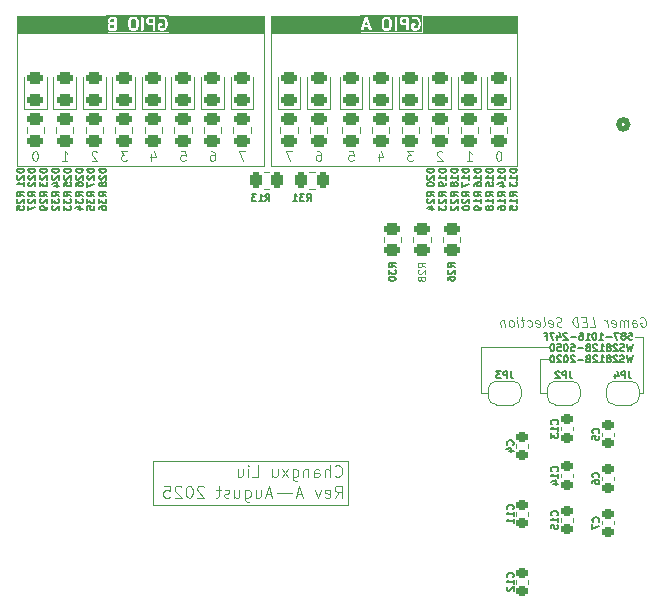
<source format=gbo>
G04 #@! TF.GenerationSoftware,KiCad,Pcbnew,9.0.3*
G04 #@! TF.CreationDate,2025-08-25T22:34:56-05:00*
G04 #@! TF.ProjectId,TestBoard_TPS27SA08-Q1,54657374-426f-4617-9264-5f5450533237,rev?*
G04 #@! TF.SameCoordinates,Original*
G04 #@! TF.FileFunction,Legend,Bot*
G04 #@! TF.FilePolarity,Positive*
%FSLAX46Y46*%
G04 Gerber Fmt 4.6, Leading zero omitted, Abs format (unit mm)*
G04 Created by KiCad (PCBNEW 9.0.3) date 2025-08-25 22:34:56*
%MOMM*%
%LPD*%
G01*
G04 APERTURE LIST*
G04 Aperture macros list*
%AMRoundRect*
0 Rectangle with rounded corners*
0 $1 Rounding radius*
0 $2 $3 $4 $5 $6 $7 $8 $9 X,Y pos of 4 corners*
0 Add a 4 corners polygon primitive as box body*
4,1,4,$2,$3,$4,$5,$6,$7,$8,$9,$2,$3,0*
0 Add four circle primitives for the rounded corners*
1,1,$1+$1,$2,$3*
1,1,$1+$1,$4,$5*
1,1,$1+$1,$6,$7*
1,1,$1+$1,$8,$9*
0 Add four rect primitives between the rounded corners*
20,1,$1+$1,$2,$3,$4,$5,0*
20,1,$1+$1,$4,$5,$6,$7,0*
20,1,$1+$1,$6,$7,$8,$9,0*
20,1,$1+$1,$8,$9,$2,$3,0*%
%AMFreePoly0*
4,1,23,0.500000,-0.750000,0.000000,-0.750000,0.000000,-0.745722,-0.065263,-0.745722,-0.191342,-0.711940,-0.304381,-0.646677,-0.396677,-0.554381,-0.461940,-0.441342,-0.495722,-0.315263,-0.495722,-0.250000,-0.500000,-0.250000,-0.500000,0.250000,-0.495722,0.250000,-0.495722,0.315263,-0.461940,0.441342,-0.396677,0.554381,-0.304381,0.646677,-0.191342,0.711940,-0.065263,0.745722,0.000000,0.745722,
0.000000,0.750000,0.500000,0.750000,0.500000,-0.750000,0.500000,-0.750000,$1*%
%AMFreePoly1*
4,1,23,0.000000,0.745722,0.065263,0.745722,0.191342,0.711940,0.304381,0.646677,0.396677,0.554381,0.461940,0.441342,0.495722,0.315263,0.495722,0.250000,0.500000,0.250000,0.500000,-0.250000,0.495722,-0.250000,0.495722,-0.315263,0.461940,-0.441342,0.396677,-0.554381,0.304381,-0.646677,0.191342,-0.711940,0.065263,-0.745722,0.000000,-0.745722,0.000000,-0.750000,-0.500000,-0.750000,
-0.500000,0.750000,0.000000,0.750000,0.000000,0.745722,0.000000,0.745722,$1*%
G04 Aperture macros list end*
%ADD10C,0.100000*%
%ADD11C,0.200000*%
%ADD12C,0.127000*%
%ADD13C,0.125000*%
%ADD14C,0.508000*%
%ADD15C,0.120000*%
%ADD16C,0.000000*%
%ADD17R,1.700000X1.700000*%
%ADD18C,8.115000*%
%ADD19C,1.700000*%
%ADD20RoundRect,0.250001X1.149999X1.149999X-1.149999X1.149999X-1.149999X-1.149999X1.149999X-1.149999X0*%
%ADD21C,2.800000*%
%ADD22RoundRect,0.102000X0.765000X-0.765000X0.765000X0.765000X-0.765000X0.765000X-0.765000X-0.765000X0*%
%ADD23C,1.734000*%
%ADD24C,2.780000*%
%ADD25C,6.400000*%
%ADD26C,1.524000*%
%ADD27RoundRect,0.243750X0.456250X-0.243750X0.456250X0.243750X-0.456250X0.243750X-0.456250X-0.243750X0*%
%ADD28RoundRect,0.250000X-0.450000X0.262500X-0.450000X-0.262500X0.450000X-0.262500X0.450000X0.262500X0*%
%ADD29RoundRect,0.225000X-0.250000X0.225000X-0.250000X-0.225000X0.250000X-0.225000X0.250000X0.225000X0*%
%ADD30RoundRect,0.250000X-0.262500X-0.450000X0.262500X-0.450000X0.262500X0.450000X-0.262500X0.450000X0*%
%ADD31FreePoly0,0.000000*%
%ADD32FreePoly1,0.000000*%
G04 APERTURE END LIST*
D10*
X149797514Y-82080419D02*
X157811680Y-82080419D01*
X157811680Y-83500000D01*
X149797514Y-83500000D01*
X149797514Y-82080419D01*
G36*
X149797514Y-82080419D02*
G01*
X157811680Y-82080419D01*
X157811680Y-83500000D01*
X149797514Y-83500000D01*
X149797514Y-82080419D01*
G37*
X168150000Y-114000000D02*
X168500000Y-114000000D01*
X115500000Y-83500000D02*
X136367936Y-83500000D01*
X136367936Y-94750000D01*
X115500000Y-94750000D01*
X115500000Y-83500000D01*
X128353770Y-82080419D02*
X136367936Y-82080419D01*
X136367936Y-83500000D01*
X128353770Y-83500000D01*
X128353770Y-82080419D01*
G36*
X128353770Y-82080419D02*
G01*
X136367936Y-82080419D01*
X136367936Y-83500000D01*
X128353770Y-83500000D01*
X128353770Y-82080419D01*
G37*
X127000000Y-119750000D02*
X143500000Y-119750000D01*
X143500000Y-123500000D01*
X127000000Y-123500000D01*
X127000000Y-119750000D01*
X154742977Y-110147590D02*
X160392569Y-110147590D01*
X159750000Y-111138788D02*
X160380735Y-111138788D01*
X137500000Y-122500000D02*
X138750000Y-122500000D01*
X115500000Y-82080419D02*
X123056256Y-82080419D01*
X123056256Y-83500000D01*
X115500000Y-83500000D01*
X115500000Y-82080419D01*
G36*
X115500000Y-82080419D02*
G01*
X123056256Y-82080419D01*
X123056256Y-83500000D01*
X115500000Y-83500000D01*
X115500000Y-82080419D01*
G37*
X168500000Y-109250000D02*
X168500000Y-114000000D01*
X167750000Y-109250000D02*
X168500000Y-109250000D01*
X160350000Y-114000000D02*
X159750000Y-114000000D01*
X159750000Y-114000000D02*
X159750000Y-111138788D01*
X136943744Y-82080419D02*
X144500000Y-82080419D01*
X144500000Y-83500000D01*
X136943744Y-83500000D01*
X136943744Y-82080419D01*
G36*
X136943744Y-82080419D02*
G01*
X144500000Y-82080419D01*
X144500000Y-83500000D01*
X136943744Y-83500000D01*
X136943744Y-82080419D01*
G37*
X154750000Y-114000000D02*
X154742977Y-110147590D01*
X136943744Y-83500000D02*
X157811680Y-83500000D01*
X157811680Y-94750000D01*
X136943744Y-94750000D01*
X136943744Y-83500000D01*
X155350000Y-114000000D02*
X154750000Y-114000000D01*
X119271428Y-94332895D02*
X119728571Y-94332895D01*
X119499999Y-94332895D02*
X119499999Y-93532895D01*
X119499999Y-93532895D02*
X119576190Y-93647180D01*
X119576190Y-93647180D02*
X119652380Y-93723371D01*
X119652380Y-93723371D02*
X119728571Y-93761466D01*
X146097618Y-93799561D02*
X146097618Y-94332895D01*
X146288094Y-93494800D02*
X146478571Y-94066228D01*
X146478571Y-94066228D02*
X145983332Y-94066228D01*
X117038094Y-93532895D02*
X116961904Y-93532895D01*
X116961904Y-93532895D02*
X116885713Y-93570990D01*
X116885713Y-93570990D02*
X116847618Y-93609085D01*
X116847618Y-93609085D02*
X116809523Y-93685276D01*
X116809523Y-93685276D02*
X116771428Y-93837657D01*
X116771428Y-93837657D02*
X116771428Y-94028133D01*
X116771428Y-94028133D02*
X116809523Y-94180514D01*
X116809523Y-94180514D02*
X116847618Y-94256704D01*
X116847618Y-94256704D02*
X116885713Y-94294800D01*
X116885713Y-94294800D02*
X116961904Y-94332895D01*
X116961904Y-94332895D02*
X117038094Y-94332895D01*
X117038094Y-94332895D02*
X117114285Y-94294800D01*
X117114285Y-94294800D02*
X117152380Y-94256704D01*
X117152380Y-94256704D02*
X117190475Y-94180514D01*
X117190475Y-94180514D02*
X117228571Y-94028133D01*
X117228571Y-94028133D02*
X117228571Y-93837657D01*
X117228571Y-93837657D02*
X117190475Y-93685276D01*
X117190475Y-93685276D02*
X117152380Y-93609085D01*
X117152380Y-93609085D02*
X117114285Y-93570990D01*
X117114285Y-93570990D02*
X117038094Y-93532895D01*
X138766666Y-93532895D02*
X138233332Y-93532895D01*
X138233332Y-93532895D02*
X138576190Y-94332895D01*
X126847618Y-93799561D02*
X126847618Y-94332895D01*
X127038094Y-93494800D02*
X127228571Y-94066228D01*
X127228571Y-94066228D02*
X126733332Y-94066228D01*
D11*
G36*
X123694157Y-83136982D02*
G01*
X123436812Y-83136982D01*
X123377202Y-83107177D01*
X123352535Y-83082509D01*
X123322729Y-83022897D01*
X123322729Y-82927255D01*
X123352534Y-82867645D01*
X123371985Y-82848193D01*
X123477050Y-82813172D01*
X123694157Y-82813172D01*
X123694157Y-83136982D01*
G37*
G36*
X123694157Y-82613172D02*
G01*
X123484431Y-82613172D01*
X123424821Y-82583367D01*
X123400153Y-82558698D01*
X123370348Y-82499088D01*
X123370348Y-82451065D01*
X123400153Y-82391455D01*
X123424821Y-82366786D01*
X123484431Y-82336982D01*
X123694157Y-82336982D01*
X123694157Y-82613172D01*
G37*
G36*
X125449206Y-82366786D02*
G01*
X125513385Y-82430965D01*
X125551300Y-82582624D01*
X125551300Y-82891338D01*
X125513384Y-83042998D01*
X125449208Y-83107176D01*
X125389598Y-83136982D01*
X125246336Y-83136982D01*
X125186726Y-83107177D01*
X125122549Y-83042999D01*
X125084634Y-82891338D01*
X125084634Y-82582625D01*
X125122549Y-82430965D01*
X125186728Y-82366786D01*
X125246336Y-82336982D01*
X125389598Y-82336982D01*
X125449206Y-82366786D01*
G37*
G36*
X126979871Y-82660791D02*
G01*
X126722526Y-82660791D01*
X126662916Y-82630986D01*
X126638248Y-82606317D01*
X126608443Y-82546707D01*
X126608443Y-82451065D01*
X126638248Y-82391455D01*
X126662916Y-82366786D01*
X126722526Y-82336982D01*
X126979871Y-82336982D01*
X126979871Y-82660791D01*
G37*
G36*
X128338601Y-83448093D02*
G01*
X123011618Y-83448093D01*
X123011618Y-82903648D01*
X123122729Y-82903648D01*
X123122729Y-83046505D01*
X123124650Y-83066014D01*
X123126025Y-83069334D01*
X123126280Y-83072918D01*
X123133286Y-83091226D01*
X123180905Y-83186464D01*
X123186188Y-83194856D01*
X123187200Y-83197300D01*
X123189456Y-83200049D01*
X123191348Y-83203054D01*
X123193342Y-83204783D01*
X123199637Y-83212453D01*
X123247255Y-83260073D01*
X123254923Y-83266366D01*
X123256655Y-83268363D01*
X123259663Y-83270256D01*
X123262409Y-83272510D01*
X123264849Y-83273520D01*
X123273246Y-83278806D01*
X123368483Y-83326425D01*
X123386792Y-83333431D01*
X123390375Y-83333685D01*
X123393696Y-83335061D01*
X123413205Y-83336982D01*
X123794157Y-83336982D01*
X123813666Y-83335061D01*
X123849714Y-83320129D01*
X123877304Y-83292539D01*
X123892236Y-83256491D01*
X123894157Y-83236982D01*
X123894157Y-82570315D01*
X124884634Y-82570315D01*
X124884634Y-82903648D01*
X124884969Y-82907050D01*
X124884752Y-82908509D01*
X124885831Y-82915806D01*
X124886555Y-82923157D01*
X124887119Y-82924520D01*
X124887620Y-82927902D01*
X124935239Y-83118377D01*
X124941834Y-83136838D01*
X124946259Y-83142810D01*
X124949105Y-83149681D01*
X124961542Y-83164834D01*
X125056780Y-83260074D01*
X125064448Y-83266367D01*
X125066179Y-83268363D01*
X125069186Y-83270256D01*
X125071933Y-83272510D01*
X125074373Y-83273520D01*
X125082770Y-83278806D01*
X125178007Y-83326425D01*
X125196316Y-83333431D01*
X125199899Y-83333685D01*
X125203220Y-83335061D01*
X125222729Y-83336982D01*
X125413205Y-83336982D01*
X125432714Y-83335061D01*
X125436034Y-83333685D01*
X125439618Y-83333431D01*
X125457926Y-83326425D01*
X125553164Y-83278806D01*
X125561559Y-83273521D01*
X125564001Y-83272510D01*
X125566748Y-83270254D01*
X125569754Y-83268363D01*
X125571484Y-83266368D01*
X125579154Y-83260073D01*
X125674392Y-83164834D01*
X125686829Y-83149681D01*
X125689674Y-83142810D01*
X125694100Y-83136838D01*
X125700695Y-83118378D01*
X125748314Y-82927902D01*
X125748814Y-82924520D01*
X125749379Y-82923157D01*
X125750102Y-82915806D01*
X125751182Y-82908509D01*
X125750964Y-82907050D01*
X125751300Y-82903648D01*
X125751300Y-82570315D01*
X125750964Y-82566912D01*
X125751182Y-82565454D01*
X125750102Y-82558156D01*
X125749379Y-82550806D01*
X125748814Y-82549442D01*
X125748314Y-82546061D01*
X125700695Y-82355585D01*
X125694100Y-82337125D01*
X125689673Y-82331150D01*
X125686828Y-82324282D01*
X125674392Y-82309128D01*
X125602246Y-82236982D01*
X125979871Y-82236982D01*
X125979871Y-83236982D01*
X125981792Y-83256491D01*
X125996724Y-83292539D01*
X126024314Y-83320129D01*
X126060362Y-83335061D01*
X126099380Y-83335061D01*
X126135428Y-83320129D01*
X126163018Y-83292539D01*
X126177950Y-83256491D01*
X126179871Y-83236982D01*
X126179871Y-82427458D01*
X126408443Y-82427458D01*
X126408443Y-82570315D01*
X126410364Y-82589824D01*
X126411739Y-82593144D01*
X126411994Y-82596728D01*
X126419000Y-82615036D01*
X126466619Y-82710274D01*
X126471904Y-82718670D01*
X126472915Y-82721110D01*
X126475168Y-82723856D01*
X126477062Y-82726864D01*
X126479056Y-82728593D01*
X126485351Y-82736264D01*
X126532970Y-82783882D01*
X126540636Y-82790174D01*
X126542369Y-82792172D01*
X126545377Y-82794065D01*
X126548123Y-82796319D01*
X126550563Y-82797329D01*
X126558960Y-82802615D01*
X126654197Y-82850234D01*
X126672506Y-82857240D01*
X126676089Y-82857494D01*
X126679410Y-82858870D01*
X126698919Y-82860791D01*
X126979871Y-82860791D01*
X126979871Y-83236982D01*
X126981792Y-83256491D01*
X126996724Y-83292539D01*
X127024314Y-83320129D01*
X127060362Y-83335061D01*
X127099380Y-83335061D01*
X127135428Y-83320129D01*
X127163018Y-83292539D01*
X127177950Y-83256491D01*
X127179871Y-83236982D01*
X127179871Y-82808410D01*
X127408443Y-82808410D01*
X127408443Y-83141743D01*
X127410364Y-83161252D01*
X127411848Y-83164834D01*
X127425295Y-83197300D01*
X127437732Y-83212453D01*
X127485350Y-83260073D01*
X127500504Y-83272510D01*
X127503823Y-83273885D01*
X127506539Y-83276240D01*
X127524439Y-83284231D01*
X127667296Y-83331850D01*
X127676968Y-83334049D01*
X127679410Y-83335061D01*
X127682947Y-83335409D01*
X127686411Y-83336197D01*
X127689045Y-83336009D01*
X127698919Y-83336982D01*
X127794157Y-83336982D01*
X127804030Y-83336009D01*
X127806664Y-83336197D01*
X127810127Y-83335409D01*
X127813666Y-83335061D01*
X127816108Y-83334049D01*
X127825780Y-83331850D01*
X127968636Y-83284231D01*
X127986537Y-83276240D01*
X127989252Y-83273885D01*
X127992572Y-83272510D01*
X128007725Y-83260073D01*
X128102963Y-83164834D01*
X128109255Y-83157167D01*
X128111252Y-83155436D01*
X128113145Y-83152428D01*
X128115400Y-83149681D01*
X128116411Y-83147239D01*
X128121695Y-83138845D01*
X128169314Y-83043608D01*
X128169860Y-83042179D01*
X128170290Y-83041600D01*
X128173211Y-83033423D01*
X128176320Y-83025299D01*
X128176371Y-83024578D01*
X128176885Y-83023140D01*
X128224504Y-82832664D01*
X128225004Y-82829282D01*
X128225569Y-82827919D01*
X128226292Y-82820568D01*
X128227372Y-82813271D01*
X128227154Y-82811812D01*
X128227490Y-82808410D01*
X128227490Y-82665553D01*
X128227154Y-82662150D01*
X128227372Y-82660692D01*
X128226292Y-82653394D01*
X128225569Y-82646044D01*
X128225004Y-82644680D01*
X128224504Y-82641299D01*
X128176885Y-82450823D01*
X128176371Y-82449384D01*
X128176320Y-82448664D01*
X128173211Y-82440539D01*
X128170290Y-82432363D01*
X128169860Y-82431783D01*
X128169314Y-82430355D01*
X128121695Y-82335118D01*
X128116408Y-82326719D01*
X128115399Y-82324282D01*
X128113147Y-82321538D01*
X128111252Y-82318527D01*
X128109254Y-82316794D01*
X128102963Y-82309128D01*
X128007725Y-82213890D01*
X127992571Y-82201454D01*
X127989252Y-82200079D01*
X127986537Y-82197724D01*
X127968636Y-82189733D01*
X127825780Y-82142114D01*
X127816108Y-82139914D01*
X127813666Y-82138903D01*
X127810127Y-82138554D01*
X127806664Y-82137767D01*
X127804030Y-82137954D01*
X127794157Y-82136982D01*
X127651300Y-82136982D01*
X127631791Y-82138903D01*
X127628470Y-82140278D01*
X127624887Y-82140533D01*
X127606578Y-82147539D01*
X127511341Y-82195158D01*
X127494750Y-82205601D01*
X127469186Y-82235078D01*
X127456847Y-82272094D01*
X127459613Y-82311014D01*
X127477062Y-82345913D01*
X127506539Y-82371477D01*
X127543555Y-82383816D01*
X127582475Y-82381050D01*
X127600783Y-82374044D01*
X127674907Y-82336982D01*
X127777930Y-82336982D01*
X127882994Y-82372003D01*
X127950067Y-82439076D01*
X127985519Y-82509981D01*
X128027490Y-82677862D01*
X128027490Y-82796100D01*
X127985519Y-82963981D01*
X127950066Y-83034887D01*
X127882995Y-83101960D01*
X127777930Y-83136982D01*
X127715145Y-83136982D01*
X127610080Y-83101960D01*
X127608443Y-83100322D01*
X127608443Y-82908410D01*
X127698919Y-82908410D01*
X127718428Y-82906489D01*
X127754476Y-82891557D01*
X127782066Y-82863967D01*
X127796998Y-82827919D01*
X127796998Y-82788901D01*
X127782066Y-82752853D01*
X127754476Y-82725263D01*
X127718428Y-82710331D01*
X127698919Y-82708410D01*
X127508443Y-82708410D01*
X127488934Y-82710331D01*
X127452886Y-82725263D01*
X127425296Y-82752853D01*
X127410364Y-82788901D01*
X127408443Y-82808410D01*
X127179871Y-82808410D01*
X127179871Y-82236982D01*
X127177950Y-82217473D01*
X127163018Y-82181425D01*
X127135428Y-82153835D01*
X127099380Y-82138903D01*
X127079871Y-82136982D01*
X126698919Y-82136982D01*
X126679410Y-82138903D01*
X126676089Y-82140278D01*
X126672506Y-82140533D01*
X126654197Y-82147539D01*
X126558960Y-82195158D01*
X126550563Y-82200443D01*
X126548123Y-82201454D01*
X126545377Y-82203707D01*
X126542369Y-82205601D01*
X126540636Y-82207598D01*
X126532970Y-82213891D01*
X126485351Y-82261509D01*
X126479056Y-82269179D01*
X126477062Y-82270909D01*
X126475168Y-82273916D01*
X126472915Y-82276663D01*
X126471904Y-82279102D01*
X126466619Y-82287499D01*
X126419000Y-82382737D01*
X126411994Y-82401045D01*
X126411739Y-82404628D01*
X126410364Y-82407949D01*
X126408443Y-82427458D01*
X126179871Y-82427458D01*
X126179871Y-82236982D01*
X126177950Y-82217473D01*
X126163018Y-82181425D01*
X126135428Y-82153835D01*
X126099380Y-82138903D01*
X126060362Y-82138903D01*
X126024314Y-82153835D01*
X125996724Y-82181425D01*
X125981792Y-82217473D01*
X125979871Y-82236982D01*
X125602246Y-82236982D01*
X125579154Y-82213890D01*
X125571483Y-82207595D01*
X125569754Y-82205601D01*
X125566746Y-82203707D01*
X125564000Y-82201454D01*
X125561560Y-82200443D01*
X125553164Y-82195158D01*
X125457926Y-82147539D01*
X125439618Y-82140533D01*
X125436034Y-82140278D01*
X125432714Y-82138903D01*
X125413205Y-82136982D01*
X125222729Y-82136982D01*
X125203220Y-82138903D01*
X125199899Y-82140278D01*
X125196316Y-82140533D01*
X125178007Y-82147539D01*
X125082770Y-82195158D01*
X125074371Y-82200444D01*
X125071934Y-82201454D01*
X125069190Y-82203705D01*
X125066179Y-82205601D01*
X125064446Y-82207598D01*
X125056780Y-82213890D01*
X124961542Y-82309128D01*
X124949106Y-82324282D01*
X124946260Y-82331150D01*
X124941834Y-82337125D01*
X124935239Y-82355586D01*
X124887620Y-82546061D01*
X124887119Y-82549442D01*
X124886555Y-82550806D01*
X124885831Y-82558156D01*
X124884752Y-82565454D01*
X124884969Y-82566912D01*
X124884634Y-82570315D01*
X123894157Y-82570315D01*
X123894157Y-82236982D01*
X123892236Y-82217473D01*
X123877304Y-82181425D01*
X123849714Y-82153835D01*
X123813666Y-82138903D01*
X123794157Y-82136982D01*
X123460824Y-82136982D01*
X123441315Y-82138903D01*
X123437994Y-82140278D01*
X123434411Y-82140533D01*
X123416102Y-82147539D01*
X123320865Y-82195158D01*
X123312468Y-82200443D01*
X123310028Y-82201454D01*
X123307282Y-82203707D01*
X123304274Y-82205601D01*
X123302541Y-82207598D01*
X123294875Y-82213891D01*
X123247256Y-82261509D01*
X123240961Y-82269179D01*
X123238967Y-82270909D01*
X123237073Y-82273916D01*
X123234820Y-82276663D01*
X123233809Y-82279102D01*
X123228524Y-82287499D01*
X123180905Y-82382737D01*
X123173899Y-82401045D01*
X123173644Y-82404628D01*
X123172269Y-82407949D01*
X123170348Y-82427458D01*
X123170348Y-82522696D01*
X123172269Y-82542205D01*
X123173644Y-82545525D01*
X123173899Y-82549109D01*
X123180905Y-82567417D01*
X123228524Y-82662655D01*
X123233809Y-82671051D01*
X123234820Y-82673491D01*
X123237073Y-82676237D01*
X123238967Y-82679245D01*
X123240961Y-82680974D01*
X123247256Y-82688645D01*
X123248044Y-82689433D01*
X123247256Y-82690081D01*
X123199637Y-82737699D01*
X123193342Y-82745369D01*
X123191348Y-82747099D01*
X123189454Y-82750106D01*
X123187201Y-82752853D01*
X123186190Y-82755292D01*
X123180905Y-82763689D01*
X123133286Y-82858927D01*
X123126280Y-82877235D01*
X123126025Y-82880818D01*
X123124650Y-82884139D01*
X123122729Y-82903648D01*
X123011618Y-82903648D01*
X123011618Y-82025871D01*
X128338601Y-82025871D01*
X128338601Y-83448093D01*
G37*
D10*
X122228571Y-93609085D02*
X122190475Y-93570990D01*
X122190475Y-93570990D02*
X122114285Y-93532895D01*
X122114285Y-93532895D02*
X121923809Y-93532895D01*
X121923809Y-93532895D02*
X121847618Y-93570990D01*
X121847618Y-93570990D02*
X121809523Y-93609085D01*
X121809523Y-93609085D02*
X121771428Y-93685276D01*
X121771428Y-93685276D02*
X121771428Y-93761466D01*
X121771428Y-93761466D02*
X121809523Y-93875752D01*
X121809523Y-93875752D02*
X122266666Y-94332895D01*
X122266666Y-94332895D02*
X121771428Y-94332895D01*
X142374687Y-121027180D02*
X142422306Y-121074800D01*
X142422306Y-121074800D02*
X142565163Y-121122419D01*
X142565163Y-121122419D02*
X142660401Y-121122419D01*
X142660401Y-121122419D02*
X142803258Y-121074800D01*
X142803258Y-121074800D02*
X142898496Y-120979561D01*
X142898496Y-120979561D02*
X142946115Y-120884323D01*
X142946115Y-120884323D02*
X142993734Y-120693847D01*
X142993734Y-120693847D02*
X142993734Y-120550990D01*
X142993734Y-120550990D02*
X142946115Y-120360514D01*
X142946115Y-120360514D02*
X142898496Y-120265276D01*
X142898496Y-120265276D02*
X142803258Y-120170038D01*
X142803258Y-120170038D02*
X142660401Y-120122419D01*
X142660401Y-120122419D02*
X142565163Y-120122419D01*
X142565163Y-120122419D02*
X142422306Y-120170038D01*
X142422306Y-120170038D02*
X142374687Y-120217657D01*
X141946115Y-121122419D02*
X141946115Y-120122419D01*
X141517544Y-121122419D02*
X141517544Y-120598609D01*
X141517544Y-120598609D02*
X141565163Y-120503371D01*
X141565163Y-120503371D02*
X141660401Y-120455752D01*
X141660401Y-120455752D02*
X141803258Y-120455752D01*
X141803258Y-120455752D02*
X141898496Y-120503371D01*
X141898496Y-120503371D02*
X141946115Y-120550990D01*
X140612782Y-121122419D02*
X140612782Y-120598609D01*
X140612782Y-120598609D02*
X140660401Y-120503371D01*
X140660401Y-120503371D02*
X140755639Y-120455752D01*
X140755639Y-120455752D02*
X140946115Y-120455752D01*
X140946115Y-120455752D02*
X141041353Y-120503371D01*
X140612782Y-121074800D02*
X140708020Y-121122419D01*
X140708020Y-121122419D02*
X140946115Y-121122419D01*
X140946115Y-121122419D02*
X141041353Y-121074800D01*
X141041353Y-121074800D02*
X141088972Y-120979561D01*
X141088972Y-120979561D02*
X141088972Y-120884323D01*
X141088972Y-120884323D02*
X141041353Y-120789085D01*
X141041353Y-120789085D02*
X140946115Y-120741466D01*
X140946115Y-120741466D02*
X140708020Y-120741466D01*
X140708020Y-120741466D02*
X140612782Y-120693847D01*
X140136591Y-120455752D02*
X140136591Y-121122419D01*
X140136591Y-120550990D02*
X140088972Y-120503371D01*
X140088972Y-120503371D02*
X139993734Y-120455752D01*
X139993734Y-120455752D02*
X139850877Y-120455752D01*
X139850877Y-120455752D02*
X139755639Y-120503371D01*
X139755639Y-120503371D02*
X139708020Y-120598609D01*
X139708020Y-120598609D02*
X139708020Y-121122419D01*
X138803258Y-120455752D02*
X138803258Y-121265276D01*
X138803258Y-121265276D02*
X138850877Y-121360514D01*
X138850877Y-121360514D02*
X138898496Y-121408133D01*
X138898496Y-121408133D02*
X138993734Y-121455752D01*
X138993734Y-121455752D02*
X139136591Y-121455752D01*
X139136591Y-121455752D02*
X139231829Y-121408133D01*
X138803258Y-121074800D02*
X138898496Y-121122419D01*
X138898496Y-121122419D02*
X139088972Y-121122419D01*
X139088972Y-121122419D02*
X139184210Y-121074800D01*
X139184210Y-121074800D02*
X139231829Y-121027180D01*
X139231829Y-121027180D02*
X139279448Y-120931942D01*
X139279448Y-120931942D02*
X139279448Y-120646228D01*
X139279448Y-120646228D02*
X139231829Y-120550990D01*
X139231829Y-120550990D02*
X139184210Y-120503371D01*
X139184210Y-120503371D02*
X139088972Y-120455752D01*
X139088972Y-120455752D02*
X138898496Y-120455752D01*
X138898496Y-120455752D02*
X138803258Y-120503371D01*
X138422305Y-121122419D02*
X137898496Y-120455752D01*
X138422305Y-120455752D02*
X137898496Y-121122419D01*
X137088972Y-120455752D02*
X137088972Y-121122419D01*
X137517543Y-120455752D02*
X137517543Y-120979561D01*
X137517543Y-120979561D02*
X137469924Y-121074800D01*
X137469924Y-121074800D02*
X137374686Y-121122419D01*
X137374686Y-121122419D02*
X137231829Y-121122419D01*
X137231829Y-121122419D02*
X137136591Y-121074800D01*
X137136591Y-121074800D02*
X137088972Y-121027180D01*
X135374686Y-121122419D02*
X135850876Y-121122419D01*
X135850876Y-121122419D02*
X135850876Y-120122419D01*
X135041352Y-121122419D02*
X135041352Y-120455752D01*
X135041352Y-120122419D02*
X135088971Y-120170038D01*
X135088971Y-120170038D02*
X135041352Y-120217657D01*
X135041352Y-120217657D02*
X134993733Y-120170038D01*
X134993733Y-120170038D02*
X135041352Y-120122419D01*
X135041352Y-120122419D02*
X135041352Y-120217657D01*
X134136591Y-120455752D02*
X134136591Y-121122419D01*
X134565162Y-120455752D02*
X134565162Y-120979561D01*
X134565162Y-120979561D02*
X134517543Y-121074800D01*
X134517543Y-121074800D02*
X134422305Y-121122419D01*
X134422305Y-121122419D02*
X134279448Y-121122419D01*
X134279448Y-121122419D02*
X134184210Y-121074800D01*
X134184210Y-121074800D02*
X134136591Y-121027180D01*
X156288094Y-93532895D02*
X156211904Y-93532895D01*
X156211904Y-93532895D02*
X156135713Y-93570990D01*
X156135713Y-93570990D02*
X156097618Y-93609085D01*
X156097618Y-93609085D02*
X156059523Y-93685276D01*
X156059523Y-93685276D02*
X156021428Y-93837657D01*
X156021428Y-93837657D02*
X156021428Y-94028133D01*
X156021428Y-94028133D02*
X156059523Y-94180514D01*
X156059523Y-94180514D02*
X156097618Y-94256704D01*
X156097618Y-94256704D02*
X156135713Y-94294800D01*
X156135713Y-94294800D02*
X156211904Y-94332895D01*
X156211904Y-94332895D02*
X156288094Y-94332895D01*
X156288094Y-94332895D02*
X156364285Y-94294800D01*
X156364285Y-94294800D02*
X156402380Y-94256704D01*
X156402380Y-94256704D02*
X156440475Y-94180514D01*
X156440475Y-94180514D02*
X156478571Y-94028133D01*
X156478571Y-94028133D02*
X156478571Y-93837657D01*
X156478571Y-93837657D02*
X156440475Y-93685276D01*
X156440475Y-93685276D02*
X156402380Y-93609085D01*
X156402380Y-93609085D02*
X156364285Y-93570990D01*
X156364285Y-93570990D02*
X156288094Y-93532895D01*
X153521428Y-94332895D02*
X153978571Y-94332895D01*
X153749999Y-94332895D02*
X153749999Y-93532895D01*
X153749999Y-93532895D02*
X153826190Y-93647180D01*
X153826190Y-93647180D02*
X153902380Y-93723371D01*
X153902380Y-93723371D02*
X153978571Y-93761466D01*
X142374687Y-122872419D02*
X142708020Y-122396228D01*
X142946115Y-122872419D02*
X142946115Y-121872419D01*
X142946115Y-121872419D02*
X142565163Y-121872419D01*
X142565163Y-121872419D02*
X142469925Y-121920038D01*
X142469925Y-121920038D02*
X142422306Y-121967657D01*
X142422306Y-121967657D02*
X142374687Y-122062895D01*
X142374687Y-122062895D02*
X142374687Y-122205752D01*
X142374687Y-122205752D02*
X142422306Y-122300990D01*
X142422306Y-122300990D02*
X142469925Y-122348609D01*
X142469925Y-122348609D02*
X142565163Y-122396228D01*
X142565163Y-122396228D02*
X142946115Y-122396228D01*
X141565163Y-122824800D02*
X141660401Y-122872419D01*
X141660401Y-122872419D02*
X141850877Y-122872419D01*
X141850877Y-122872419D02*
X141946115Y-122824800D01*
X141946115Y-122824800D02*
X141993734Y-122729561D01*
X141993734Y-122729561D02*
X141993734Y-122348609D01*
X141993734Y-122348609D02*
X141946115Y-122253371D01*
X141946115Y-122253371D02*
X141850877Y-122205752D01*
X141850877Y-122205752D02*
X141660401Y-122205752D01*
X141660401Y-122205752D02*
X141565163Y-122253371D01*
X141565163Y-122253371D02*
X141517544Y-122348609D01*
X141517544Y-122348609D02*
X141517544Y-122443847D01*
X141517544Y-122443847D02*
X141993734Y-122539085D01*
X141184210Y-122205752D02*
X140946115Y-122872419D01*
X140946115Y-122872419D02*
X140708020Y-122205752D01*
X139612781Y-122586704D02*
X139136591Y-122586704D01*
X139708019Y-122872419D02*
X139374686Y-121872419D01*
X139374686Y-121872419D02*
X139041353Y-122872419D01*
X143559523Y-93532895D02*
X143940475Y-93532895D01*
X143940475Y-93532895D02*
X143978571Y-93913847D01*
X143978571Y-93913847D02*
X143940475Y-93875752D01*
X143940475Y-93875752D02*
X143864285Y-93837657D01*
X143864285Y-93837657D02*
X143673809Y-93837657D01*
X143673809Y-93837657D02*
X143597618Y-93875752D01*
X143597618Y-93875752D02*
X143559523Y-93913847D01*
X143559523Y-93913847D02*
X143521428Y-93990038D01*
X143521428Y-93990038D02*
X143521428Y-94180514D01*
X143521428Y-94180514D02*
X143559523Y-94256704D01*
X143559523Y-94256704D02*
X143597618Y-94294800D01*
X143597618Y-94294800D02*
X143673809Y-94332895D01*
X143673809Y-94332895D02*
X143864285Y-94332895D01*
X143864285Y-94332895D02*
X143940475Y-94294800D01*
X143940475Y-94294800D02*
X143978571Y-94256704D01*
X129309523Y-93532895D02*
X129690475Y-93532895D01*
X129690475Y-93532895D02*
X129728571Y-93913847D01*
X129728571Y-93913847D02*
X129690475Y-93875752D01*
X129690475Y-93875752D02*
X129614285Y-93837657D01*
X129614285Y-93837657D02*
X129423809Y-93837657D01*
X129423809Y-93837657D02*
X129347618Y-93875752D01*
X129347618Y-93875752D02*
X129309523Y-93913847D01*
X129309523Y-93913847D02*
X129271428Y-93990038D01*
X129271428Y-93990038D02*
X129271428Y-94180514D01*
X129271428Y-94180514D02*
X129309523Y-94256704D01*
X129309523Y-94256704D02*
X129347618Y-94294800D01*
X129347618Y-94294800D02*
X129423809Y-94332895D01*
X129423809Y-94332895D02*
X129614285Y-94332895D01*
X129614285Y-94332895D02*
X129690475Y-94294800D01*
X129690475Y-94294800D02*
X129728571Y-94256704D01*
X168234211Y-107634990D02*
X168305639Y-107596895D01*
X168305639Y-107596895D02*
X168419925Y-107596895D01*
X168419925Y-107596895D02*
X168538972Y-107634990D01*
X168538972Y-107634990D02*
X168624687Y-107711180D01*
X168624687Y-107711180D02*
X168672306Y-107787371D01*
X168672306Y-107787371D02*
X168729449Y-107939752D01*
X168729449Y-107939752D02*
X168743734Y-108054038D01*
X168743734Y-108054038D02*
X168724687Y-108206419D01*
X168724687Y-108206419D02*
X168696115Y-108282609D01*
X168696115Y-108282609D02*
X168629449Y-108358800D01*
X168629449Y-108358800D02*
X168519925Y-108396895D01*
X168519925Y-108396895D02*
X168443734Y-108396895D01*
X168443734Y-108396895D02*
X168324687Y-108358800D01*
X168324687Y-108358800D02*
X168281830Y-108320704D01*
X168281830Y-108320704D02*
X168248496Y-108054038D01*
X168248496Y-108054038D02*
X168400877Y-108054038D01*
X167605639Y-108396895D02*
X167553258Y-107977847D01*
X167553258Y-107977847D02*
X167581830Y-107901657D01*
X167581830Y-107901657D02*
X167653258Y-107863561D01*
X167653258Y-107863561D02*
X167805639Y-107863561D01*
X167805639Y-107863561D02*
X167886591Y-107901657D01*
X167600877Y-108358800D02*
X167681830Y-108396895D01*
X167681830Y-108396895D02*
X167872306Y-108396895D01*
X167872306Y-108396895D02*
X167943734Y-108358800D01*
X167943734Y-108358800D02*
X167972306Y-108282609D01*
X167972306Y-108282609D02*
X167962782Y-108206419D01*
X167962782Y-108206419D02*
X167915163Y-108130228D01*
X167915163Y-108130228D02*
X167834211Y-108092133D01*
X167834211Y-108092133D02*
X167643734Y-108092133D01*
X167643734Y-108092133D02*
X167562782Y-108054038D01*
X167224686Y-108396895D02*
X167158020Y-107863561D01*
X167167543Y-107939752D02*
X167124686Y-107901657D01*
X167124686Y-107901657D02*
X167043734Y-107863561D01*
X167043734Y-107863561D02*
X166929448Y-107863561D01*
X166929448Y-107863561D02*
X166858020Y-107901657D01*
X166858020Y-107901657D02*
X166829448Y-107977847D01*
X166829448Y-107977847D02*
X166881829Y-108396895D01*
X166829448Y-107977847D02*
X166781829Y-107901657D01*
X166781829Y-107901657D02*
X166700877Y-107863561D01*
X166700877Y-107863561D02*
X166586591Y-107863561D01*
X166586591Y-107863561D02*
X166515162Y-107901657D01*
X166515162Y-107901657D02*
X166486591Y-107977847D01*
X166486591Y-107977847D02*
X166538972Y-108396895D01*
X165848495Y-108358800D02*
X165929448Y-108396895D01*
X165929448Y-108396895D02*
X166081829Y-108396895D01*
X166081829Y-108396895D02*
X166153257Y-108358800D01*
X166153257Y-108358800D02*
X166181829Y-108282609D01*
X166181829Y-108282609D02*
X166143734Y-107977847D01*
X166143734Y-107977847D02*
X166096114Y-107901657D01*
X166096114Y-107901657D02*
X166015162Y-107863561D01*
X166015162Y-107863561D02*
X165862781Y-107863561D01*
X165862781Y-107863561D02*
X165791353Y-107901657D01*
X165791353Y-107901657D02*
X165762781Y-107977847D01*
X165762781Y-107977847D02*
X165772305Y-108054038D01*
X165772305Y-108054038D02*
X166162781Y-108130228D01*
X165472305Y-108396895D02*
X165405639Y-107863561D01*
X165424686Y-108015942D02*
X165377067Y-107939752D01*
X165377067Y-107939752D02*
X165334210Y-107901657D01*
X165334210Y-107901657D02*
X165253258Y-107863561D01*
X165253258Y-107863561D02*
X165177067Y-107863561D01*
X163986591Y-108396895D02*
X164367543Y-108396895D01*
X164367543Y-108396895D02*
X164267543Y-107596895D01*
X163667543Y-107977847D02*
X163400877Y-107977847D01*
X163338972Y-108396895D02*
X163719924Y-108396895D01*
X163719924Y-108396895D02*
X163619924Y-107596895D01*
X163619924Y-107596895D02*
X163238972Y-107596895D01*
X162996114Y-108396895D02*
X162896114Y-107596895D01*
X162896114Y-107596895D02*
X162705638Y-107596895D01*
X162705638Y-107596895D02*
X162596114Y-107634990D01*
X162596114Y-107634990D02*
X162529448Y-107711180D01*
X162529448Y-107711180D02*
X162500876Y-107787371D01*
X162500876Y-107787371D02*
X162481829Y-107939752D01*
X162481829Y-107939752D02*
X162496114Y-108054038D01*
X162496114Y-108054038D02*
X162553257Y-108206419D01*
X162553257Y-108206419D02*
X162600876Y-108282609D01*
X162600876Y-108282609D02*
X162686590Y-108358800D01*
X162686590Y-108358800D02*
X162805638Y-108396895D01*
X162805638Y-108396895D02*
X162996114Y-108396895D01*
X161619924Y-108358800D02*
X161510400Y-108396895D01*
X161510400Y-108396895D02*
X161319924Y-108396895D01*
X161319924Y-108396895D02*
X161238971Y-108358800D01*
X161238971Y-108358800D02*
X161196114Y-108320704D01*
X161196114Y-108320704D02*
X161148495Y-108244514D01*
X161148495Y-108244514D02*
X161138971Y-108168323D01*
X161138971Y-108168323D02*
X161167543Y-108092133D01*
X161167543Y-108092133D02*
X161200876Y-108054038D01*
X161200876Y-108054038D02*
X161272305Y-108015942D01*
X161272305Y-108015942D02*
X161419924Y-107977847D01*
X161419924Y-107977847D02*
X161491352Y-107939752D01*
X161491352Y-107939752D02*
X161524685Y-107901657D01*
X161524685Y-107901657D02*
X161553257Y-107825466D01*
X161553257Y-107825466D02*
X161543733Y-107749276D01*
X161543733Y-107749276D02*
X161496114Y-107673085D01*
X161496114Y-107673085D02*
X161453257Y-107634990D01*
X161453257Y-107634990D02*
X161372305Y-107596895D01*
X161372305Y-107596895D02*
X161181828Y-107596895D01*
X161181828Y-107596895D02*
X161072305Y-107634990D01*
X160515161Y-108358800D02*
X160596114Y-108396895D01*
X160596114Y-108396895D02*
X160748495Y-108396895D01*
X160748495Y-108396895D02*
X160819923Y-108358800D01*
X160819923Y-108358800D02*
X160848495Y-108282609D01*
X160848495Y-108282609D02*
X160810400Y-107977847D01*
X160810400Y-107977847D02*
X160762780Y-107901657D01*
X160762780Y-107901657D02*
X160681828Y-107863561D01*
X160681828Y-107863561D02*
X160529447Y-107863561D01*
X160529447Y-107863561D02*
X160458019Y-107901657D01*
X160458019Y-107901657D02*
X160429447Y-107977847D01*
X160429447Y-107977847D02*
X160438971Y-108054038D01*
X160438971Y-108054038D02*
X160829447Y-108130228D01*
X160024686Y-108396895D02*
X160096114Y-108358800D01*
X160096114Y-108358800D02*
X160124686Y-108282609D01*
X160124686Y-108282609D02*
X160038971Y-107596895D01*
X159410399Y-108358800D02*
X159491352Y-108396895D01*
X159491352Y-108396895D02*
X159643733Y-108396895D01*
X159643733Y-108396895D02*
X159715161Y-108358800D01*
X159715161Y-108358800D02*
X159743733Y-108282609D01*
X159743733Y-108282609D02*
X159705638Y-107977847D01*
X159705638Y-107977847D02*
X159658018Y-107901657D01*
X159658018Y-107901657D02*
X159577066Y-107863561D01*
X159577066Y-107863561D02*
X159424685Y-107863561D01*
X159424685Y-107863561D02*
X159353257Y-107901657D01*
X159353257Y-107901657D02*
X159324685Y-107977847D01*
X159324685Y-107977847D02*
X159334209Y-108054038D01*
X159334209Y-108054038D02*
X159724685Y-108130228D01*
X158686590Y-108358800D02*
X158767543Y-108396895D01*
X158767543Y-108396895D02*
X158919924Y-108396895D01*
X158919924Y-108396895D02*
X158991352Y-108358800D01*
X158991352Y-108358800D02*
X159024685Y-108320704D01*
X159024685Y-108320704D02*
X159053257Y-108244514D01*
X159053257Y-108244514D02*
X159024685Y-108015942D01*
X159024685Y-108015942D02*
X158977066Y-107939752D01*
X158977066Y-107939752D02*
X158934209Y-107901657D01*
X158934209Y-107901657D02*
X158853257Y-107863561D01*
X158853257Y-107863561D02*
X158700876Y-107863561D01*
X158700876Y-107863561D02*
X158629447Y-107901657D01*
X158396114Y-107863561D02*
X158091352Y-107863561D01*
X158248495Y-107596895D02*
X158334210Y-108282609D01*
X158334210Y-108282609D02*
X158305638Y-108358800D01*
X158305638Y-108358800D02*
X158234210Y-108396895D01*
X158234210Y-108396895D02*
X158158019Y-108396895D01*
X157891352Y-108396895D02*
X157824686Y-107863561D01*
X157791352Y-107596895D02*
X157834209Y-107634990D01*
X157834209Y-107634990D02*
X157800876Y-107673085D01*
X157800876Y-107673085D02*
X157758019Y-107634990D01*
X157758019Y-107634990D02*
X157791352Y-107596895D01*
X157791352Y-107596895D02*
X157800876Y-107673085D01*
X157396115Y-108396895D02*
X157467543Y-108358800D01*
X157467543Y-108358800D02*
X157500876Y-108320704D01*
X157500876Y-108320704D02*
X157529448Y-108244514D01*
X157529448Y-108244514D02*
X157500876Y-108015942D01*
X157500876Y-108015942D02*
X157453257Y-107939752D01*
X157453257Y-107939752D02*
X157410400Y-107901657D01*
X157410400Y-107901657D02*
X157329448Y-107863561D01*
X157329448Y-107863561D02*
X157215162Y-107863561D01*
X157215162Y-107863561D02*
X157143734Y-107901657D01*
X157143734Y-107901657D02*
X157110400Y-107939752D01*
X157110400Y-107939752D02*
X157081829Y-108015942D01*
X157081829Y-108015942D02*
X157110400Y-108244514D01*
X157110400Y-108244514D02*
X157158019Y-108320704D01*
X157158019Y-108320704D02*
X157200876Y-108358800D01*
X157200876Y-108358800D02*
X157281829Y-108396895D01*
X157281829Y-108396895D02*
X157396115Y-108396895D01*
X156719924Y-107863561D02*
X156786590Y-108396895D01*
X156729447Y-107939752D02*
X156686590Y-107901657D01*
X156686590Y-107901657D02*
X156605638Y-107863561D01*
X156605638Y-107863561D02*
X156491352Y-107863561D01*
X156491352Y-107863561D02*
X156419924Y-107901657D01*
X156419924Y-107901657D02*
X156391352Y-107977847D01*
X156391352Y-107977847D02*
X156443733Y-108396895D01*
X149016666Y-93532895D02*
X148521428Y-93532895D01*
X148521428Y-93532895D02*
X148788094Y-93837657D01*
X148788094Y-93837657D02*
X148673809Y-93837657D01*
X148673809Y-93837657D02*
X148597618Y-93875752D01*
X148597618Y-93875752D02*
X148559523Y-93913847D01*
X148559523Y-93913847D02*
X148521428Y-93990038D01*
X148521428Y-93990038D02*
X148521428Y-94180514D01*
X148521428Y-94180514D02*
X148559523Y-94256704D01*
X148559523Y-94256704D02*
X148597618Y-94294800D01*
X148597618Y-94294800D02*
X148673809Y-94332895D01*
X148673809Y-94332895D02*
X148902380Y-94332895D01*
X148902380Y-94332895D02*
X148978571Y-94294800D01*
X148978571Y-94294800D02*
X149016666Y-94256704D01*
X124766666Y-93532895D02*
X124271428Y-93532895D01*
X124271428Y-93532895D02*
X124538094Y-93837657D01*
X124538094Y-93837657D02*
X124423809Y-93837657D01*
X124423809Y-93837657D02*
X124347618Y-93875752D01*
X124347618Y-93875752D02*
X124309523Y-93913847D01*
X124309523Y-93913847D02*
X124271428Y-93990038D01*
X124271428Y-93990038D02*
X124271428Y-94180514D01*
X124271428Y-94180514D02*
X124309523Y-94256704D01*
X124309523Y-94256704D02*
X124347618Y-94294800D01*
X124347618Y-94294800D02*
X124423809Y-94332895D01*
X124423809Y-94332895D02*
X124652380Y-94332895D01*
X124652380Y-94332895D02*
X124728571Y-94294800D01*
X124728571Y-94294800D02*
X124766666Y-94256704D01*
D12*
X167237876Y-108888035D02*
X167523590Y-108888035D01*
X167523590Y-108888035D02*
X167552162Y-109173749D01*
X167552162Y-109173749D02*
X167523590Y-109145178D01*
X167523590Y-109145178D02*
X167466448Y-109116606D01*
X167466448Y-109116606D02*
X167323590Y-109116606D01*
X167323590Y-109116606D02*
X167266448Y-109145178D01*
X167266448Y-109145178D02*
X167237876Y-109173749D01*
X167237876Y-109173749D02*
X167209305Y-109230892D01*
X167209305Y-109230892D02*
X167209305Y-109373749D01*
X167209305Y-109373749D02*
X167237876Y-109430892D01*
X167237876Y-109430892D02*
X167266448Y-109459464D01*
X167266448Y-109459464D02*
X167323590Y-109488035D01*
X167323590Y-109488035D02*
X167466448Y-109488035D01*
X167466448Y-109488035D02*
X167523590Y-109459464D01*
X167523590Y-109459464D02*
X167552162Y-109430892D01*
X166866447Y-109145178D02*
X166923590Y-109116606D01*
X166923590Y-109116606D02*
X166952161Y-109088035D01*
X166952161Y-109088035D02*
X166980733Y-109030892D01*
X166980733Y-109030892D02*
X166980733Y-109002321D01*
X166980733Y-109002321D02*
X166952161Y-108945178D01*
X166952161Y-108945178D02*
X166923590Y-108916606D01*
X166923590Y-108916606D02*
X166866447Y-108888035D01*
X166866447Y-108888035D02*
X166752161Y-108888035D01*
X166752161Y-108888035D02*
X166695019Y-108916606D01*
X166695019Y-108916606D02*
X166666447Y-108945178D01*
X166666447Y-108945178D02*
X166637876Y-109002321D01*
X166637876Y-109002321D02*
X166637876Y-109030892D01*
X166637876Y-109030892D02*
X166666447Y-109088035D01*
X166666447Y-109088035D02*
X166695019Y-109116606D01*
X166695019Y-109116606D02*
X166752161Y-109145178D01*
X166752161Y-109145178D02*
X166866447Y-109145178D01*
X166866447Y-109145178D02*
X166923590Y-109173749D01*
X166923590Y-109173749D02*
X166952161Y-109202321D01*
X166952161Y-109202321D02*
X166980733Y-109259464D01*
X166980733Y-109259464D02*
X166980733Y-109373749D01*
X166980733Y-109373749D02*
X166952161Y-109430892D01*
X166952161Y-109430892D02*
X166923590Y-109459464D01*
X166923590Y-109459464D02*
X166866447Y-109488035D01*
X166866447Y-109488035D02*
X166752161Y-109488035D01*
X166752161Y-109488035D02*
X166695019Y-109459464D01*
X166695019Y-109459464D02*
X166666447Y-109430892D01*
X166666447Y-109430892D02*
X166637876Y-109373749D01*
X166637876Y-109373749D02*
X166637876Y-109259464D01*
X166637876Y-109259464D02*
X166666447Y-109202321D01*
X166666447Y-109202321D02*
X166695019Y-109173749D01*
X166695019Y-109173749D02*
X166752161Y-109145178D01*
X166437875Y-108888035D02*
X166037875Y-108888035D01*
X166037875Y-108888035D02*
X166295018Y-109488035D01*
X165809303Y-109259464D02*
X165352161Y-109259464D01*
X164752161Y-109488035D02*
X165095018Y-109488035D01*
X164923589Y-109488035D02*
X164923589Y-108888035D01*
X164923589Y-108888035D02*
X164980732Y-108973749D01*
X164980732Y-108973749D02*
X165037875Y-109030892D01*
X165037875Y-109030892D02*
X165095018Y-109059464D01*
X164380732Y-108888035D02*
X164323589Y-108888035D01*
X164323589Y-108888035D02*
X164266446Y-108916606D01*
X164266446Y-108916606D02*
X164237875Y-108945178D01*
X164237875Y-108945178D02*
X164209303Y-109002321D01*
X164209303Y-109002321D02*
X164180732Y-109116606D01*
X164180732Y-109116606D02*
X164180732Y-109259464D01*
X164180732Y-109259464D02*
X164209303Y-109373749D01*
X164209303Y-109373749D02*
X164237875Y-109430892D01*
X164237875Y-109430892D02*
X164266446Y-109459464D01*
X164266446Y-109459464D02*
X164323589Y-109488035D01*
X164323589Y-109488035D02*
X164380732Y-109488035D01*
X164380732Y-109488035D02*
X164437875Y-109459464D01*
X164437875Y-109459464D02*
X164466446Y-109430892D01*
X164466446Y-109430892D02*
X164495017Y-109373749D01*
X164495017Y-109373749D02*
X164523589Y-109259464D01*
X164523589Y-109259464D02*
X164523589Y-109116606D01*
X164523589Y-109116606D02*
X164495017Y-109002321D01*
X164495017Y-109002321D02*
X164466446Y-108945178D01*
X164466446Y-108945178D02*
X164437875Y-108916606D01*
X164437875Y-108916606D02*
X164380732Y-108888035D01*
X163609303Y-109488035D02*
X163952160Y-109488035D01*
X163780731Y-109488035D02*
X163780731Y-108888035D01*
X163780731Y-108888035D02*
X163837874Y-108973749D01*
X163837874Y-108973749D02*
X163895017Y-109030892D01*
X163895017Y-109030892D02*
X163952160Y-109059464D01*
X163095017Y-108888035D02*
X163209302Y-108888035D01*
X163209302Y-108888035D02*
X163266445Y-108916606D01*
X163266445Y-108916606D02*
X163295017Y-108945178D01*
X163295017Y-108945178D02*
X163352159Y-109030892D01*
X163352159Y-109030892D02*
X163380731Y-109145178D01*
X163380731Y-109145178D02*
X163380731Y-109373749D01*
X163380731Y-109373749D02*
X163352159Y-109430892D01*
X163352159Y-109430892D02*
X163323588Y-109459464D01*
X163323588Y-109459464D02*
X163266445Y-109488035D01*
X163266445Y-109488035D02*
X163152159Y-109488035D01*
X163152159Y-109488035D02*
X163095017Y-109459464D01*
X163095017Y-109459464D02*
X163066445Y-109430892D01*
X163066445Y-109430892D02*
X163037874Y-109373749D01*
X163037874Y-109373749D02*
X163037874Y-109230892D01*
X163037874Y-109230892D02*
X163066445Y-109173749D01*
X163066445Y-109173749D02*
X163095017Y-109145178D01*
X163095017Y-109145178D02*
X163152159Y-109116606D01*
X163152159Y-109116606D02*
X163266445Y-109116606D01*
X163266445Y-109116606D02*
X163323588Y-109145178D01*
X163323588Y-109145178D02*
X163352159Y-109173749D01*
X163352159Y-109173749D02*
X163380731Y-109230892D01*
X162780730Y-109259464D02*
X162323588Y-109259464D01*
X162066445Y-108945178D02*
X162037873Y-108916606D01*
X162037873Y-108916606D02*
X161980731Y-108888035D01*
X161980731Y-108888035D02*
X161837873Y-108888035D01*
X161837873Y-108888035D02*
X161780731Y-108916606D01*
X161780731Y-108916606D02*
X161752159Y-108945178D01*
X161752159Y-108945178D02*
X161723588Y-109002321D01*
X161723588Y-109002321D02*
X161723588Y-109059464D01*
X161723588Y-109059464D02*
X161752159Y-109145178D01*
X161752159Y-109145178D02*
X162095016Y-109488035D01*
X162095016Y-109488035D02*
X161723588Y-109488035D01*
X161209302Y-109088035D02*
X161209302Y-109488035D01*
X161352159Y-108859464D02*
X161495016Y-109288035D01*
X161495016Y-109288035D02*
X161123587Y-109288035D01*
X160952158Y-108888035D02*
X160552158Y-108888035D01*
X160552158Y-108888035D02*
X160809301Y-109488035D01*
X160123586Y-109173749D02*
X160323586Y-109173749D01*
X160323586Y-109488035D02*
X160323586Y-108888035D01*
X160323586Y-108888035D02*
X160037872Y-108888035D01*
X167580733Y-109854001D02*
X167437876Y-110454001D01*
X167437876Y-110454001D02*
X167323590Y-110025430D01*
X167323590Y-110025430D02*
X167209305Y-110454001D01*
X167209305Y-110454001D02*
X167066448Y-109854001D01*
X166866448Y-110425430D02*
X166780734Y-110454001D01*
X166780734Y-110454001D02*
X166637876Y-110454001D01*
X166637876Y-110454001D02*
X166580734Y-110425430D01*
X166580734Y-110425430D02*
X166552162Y-110396858D01*
X166552162Y-110396858D02*
X166523591Y-110339715D01*
X166523591Y-110339715D02*
X166523591Y-110282572D01*
X166523591Y-110282572D02*
X166552162Y-110225430D01*
X166552162Y-110225430D02*
X166580734Y-110196858D01*
X166580734Y-110196858D02*
X166637876Y-110168287D01*
X166637876Y-110168287D02*
X166752162Y-110139715D01*
X166752162Y-110139715D02*
X166809305Y-110111144D01*
X166809305Y-110111144D02*
X166837876Y-110082572D01*
X166837876Y-110082572D02*
X166866448Y-110025430D01*
X166866448Y-110025430D02*
X166866448Y-109968287D01*
X166866448Y-109968287D02*
X166837876Y-109911144D01*
X166837876Y-109911144D02*
X166809305Y-109882572D01*
X166809305Y-109882572D02*
X166752162Y-109854001D01*
X166752162Y-109854001D02*
X166609305Y-109854001D01*
X166609305Y-109854001D02*
X166523591Y-109882572D01*
X166295019Y-109911144D02*
X166266447Y-109882572D01*
X166266447Y-109882572D02*
X166209305Y-109854001D01*
X166209305Y-109854001D02*
X166066447Y-109854001D01*
X166066447Y-109854001D02*
X166009305Y-109882572D01*
X166009305Y-109882572D02*
X165980733Y-109911144D01*
X165980733Y-109911144D02*
X165952162Y-109968287D01*
X165952162Y-109968287D02*
X165952162Y-110025430D01*
X165952162Y-110025430D02*
X165980733Y-110111144D01*
X165980733Y-110111144D02*
X166323590Y-110454001D01*
X166323590Y-110454001D02*
X165952162Y-110454001D01*
X165609304Y-110111144D02*
X165666447Y-110082572D01*
X165666447Y-110082572D02*
X165695018Y-110054001D01*
X165695018Y-110054001D02*
X165723590Y-109996858D01*
X165723590Y-109996858D02*
X165723590Y-109968287D01*
X165723590Y-109968287D02*
X165695018Y-109911144D01*
X165695018Y-109911144D02*
X165666447Y-109882572D01*
X165666447Y-109882572D02*
X165609304Y-109854001D01*
X165609304Y-109854001D02*
X165495018Y-109854001D01*
X165495018Y-109854001D02*
X165437876Y-109882572D01*
X165437876Y-109882572D02*
X165409304Y-109911144D01*
X165409304Y-109911144D02*
X165380733Y-109968287D01*
X165380733Y-109968287D02*
X165380733Y-109996858D01*
X165380733Y-109996858D02*
X165409304Y-110054001D01*
X165409304Y-110054001D02*
X165437876Y-110082572D01*
X165437876Y-110082572D02*
X165495018Y-110111144D01*
X165495018Y-110111144D02*
X165609304Y-110111144D01*
X165609304Y-110111144D02*
X165666447Y-110139715D01*
X165666447Y-110139715D02*
X165695018Y-110168287D01*
X165695018Y-110168287D02*
X165723590Y-110225430D01*
X165723590Y-110225430D02*
X165723590Y-110339715D01*
X165723590Y-110339715D02*
X165695018Y-110396858D01*
X165695018Y-110396858D02*
X165666447Y-110425430D01*
X165666447Y-110425430D02*
X165609304Y-110454001D01*
X165609304Y-110454001D02*
X165495018Y-110454001D01*
X165495018Y-110454001D02*
X165437876Y-110425430D01*
X165437876Y-110425430D02*
X165409304Y-110396858D01*
X165409304Y-110396858D02*
X165380733Y-110339715D01*
X165380733Y-110339715D02*
X165380733Y-110225430D01*
X165380733Y-110225430D02*
X165409304Y-110168287D01*
X165409304Y-110168287D02*
X165437876Y-110139715D01*
X165437876Y-110139715D02*
X165495018Y-110111144D01*
X164809304Y-110454001D02*
X165152161Y-110454001D01*
X164980732Y-110454001D02*
X164980732Y-109854001D01*
X164980732Y-109854001D02*
X165037875Y-109939715D01*
X165037875Y-109939715D02*
X165095018Y-109996858D01*
X165095018Y-109996858D02*
X165152161Y-110025430D01*
X164580732Y-109911144D02*
X164552160Y-109882572D01*
X164552160Y-109882572D02*
X164495018Y-109854001D01*
X164495018Y-109854001D02*
X164352160Y-109854001D01*
X164352160Y-109854001D02*
X164295018Y-109882572D01*
X164295018Y-109882572D02*
X164266446Y-109911144D01*
X164266446Y-109911144D02*
X164237875Y-109968287D01*
X164237875Y-109968287D02*
X164237875Y-110025430D01*
X164237875Y-110025430D02*
X164266446Y-110111144D01*
X164266446Y-110111144D02*
X164609303Y-110454001D01*
X164609303Y-110454001D02*
X164237875Y-110454001D01*
X163780731Y-110139715D02*
X163695017Y-110168287D01*
X163695017Y-110168287D02*
X163666446Y-110196858D01*
X163666446Y-110196858D02*
X163637874Y-110254001D01*
X163637874Y-110254001D02*
X163637874Y-110339715D01*
X163637874Y-110339715D02*
X163666446Y-110396858D01*
X163666446Y-110396858D02*
X163695017Y-110425430D01*
X163695017Y-110425430D02*
X163752160Y-110454001D01*
X163752160Y-110454001D02*
X163980731Y-110454001D01*
X163980731Y-110454001D02*
X163980731Y-109854001D01*
X163980731Y-109854001D02*
X163780731Y-109854001D01*
X163780731Y-109854001D02*
X163723589Y-109882572D01*
X163723589Y-109882572D02*
X163695017Y-109911144D01*
X163695017Y-109911144D02*
X163666446Y-109968287D01*
X163666446Y-109968287D02*
X163666446Y-110025430D01*
X163666446Y-110025430D02*
X163695017Y-110082572D01*
X163695017Y-110082572D02*
X163723589Y-110111144D01*
X163723589Y-110111144D02*
X163780731Y-110139715D01*
X163780731Y-110139715D02*
X163980731Y-110139715D01*
X163380731Y-110225430D02*
X162923589Y-110225430D01*
X162352160Y-109854001D02*
X162637874Y-109854001D01*
X162637874Y-109854001D02*
X162666446Y-110139715D01*
X162666446Y-110139715D02*
X162637874Y-110111144D01*
X162637874Y-110111144D02*
X162580732Y-110082572D01*
X162580732Y-110082572D02*
X162437874Y-110082572D01*
X162437874Y-110082572D02*
X162380732Y-110111144D01*
X162380732Y-110111144D02*
X162352160Y-110139715D01*
X162352160Y-110139715D02*
X162323589Y-110196858D01*
X162323589Y-110196858D02*
X162323589Y-110339715D01*
X162323589Y-110339715D02*
X162352160Y-110396858D01*
X162352160Y-110396858D02*
X162380732Y-110425430D01*
X162380732Y-110425430D02*
X162437874Y-110454001D01*
X162437874Y-110454001D02*
X162580732Y-110454001D01*
X162580732Y-110454001D02*
X162637874Y-110425430D01*
X162637874Y-110425430D02*
X162666446Y-110396858D01*
X161952160Y-109854001D02*
X161895017Y-109854001D01*
X161895017Y-109854001D02*
X161837874Y-109882572D01*
X161837874Y-109882572D02*
X161809303Y-109911144D01*
X161809303Y-109911144D02*
X161780731Y-109968287D01*
X161780731Y-109968287D02*
X161752160Y-110082572D01*
X161752160Y-110082572D02*
X161752160Y-110225430D01*
X161752160Y-110225430D02*
X161780731Y-110339715D01*
X161780731Y-110339715D02*
X161809303Y-110396858D01*
X161809303Y-110396858D02*
X161837874Y-110425430D01*
X161837874Y-110425430D02*
X161895017Y-110454001D01*
X161895017Y-110454001D02*
X161952160Y-110454001D01*
X161952160Y-110454001D02*
X162009303Y-110425430D01*
X162009303Y-110425430D02*
X162037874Y-110396858D01*
X162037874Y-110396858D02*
X162066445Y-110339715D01*
X162066445Y-110339715D02*
X162095017Y-110225430D01*
X162095017Y-110225430D02*
X162095017Y-110082572D01*
X162095017Y-110082572D02*
X162066445Y-109968287D01*
X162066445Y-109968287D02*
X162037874Y-109911144D01*
X162037874Y-109911144D02*
X162009303Y-109882572D01*
X162009303Y-109882572D02*
X161952160Y-109854001D01*
X161209302Y-109854001D02*
X161495016Y-109854001D01*
X161495016Y-109854001D02*
X161523588Y-110139715D01*
X161523588Y-110139715D02*
X161495016Y-110111144D01*
X161495016Y-110111144D02*
X161437874Y-110082572D01*
X161437874Y-110082572D02*
X161295016Y-110082572D01*
X161295016Y-110082572D02*
X161237874Y-110111144D01*
X161237874Y-110111144D02*
X161209302Y-110139715D01*
X161209302Y-110139715D02*
X161180731Y-110196858D01*
X161180731Y-110196858D02*
X161180731Y-110339715D01*
X161180731Y-110339715D02*
X161209302Y-110396858D01*
X161209302Y-110396858D02*
X161237874Y-110425430D01*
X161237874Y-110425430D02*
X161295016Y-110454001D01*
X161295016Y-110454001D02*
X161437874Y-110454001D01*
X161437874Y-110454001D02*
X161495016Y-110425430D01*
X161495016Y-110425430D02*
X161523588Y-110396858D01*
X160809302Y-109854001D02*
X160752159Y-109854001D01*
X160752159Y-109854001D02*
X160695016Y-109882572D01*
X160695016Y-109882572D02*
X160666445Y-109911144D01*
X160666445Y-109911144D02*
X160637873Y-109968287D01*
X160637873Y-109968287D02*
X160609302Y-110082572D01*
X160609302Y-110082572D02*
X160609302Y-110225430D01*
X160609302Y-110225430D02*
X160637873Y-110339715D01*
X160637873Y-110339715D02*
X160666445Y-110396858D01*
X160666445Y-110396858D02*
X160695016Y-110425430D01*
X160695016Y-110425430D02*
X160752159Y-110454001D01*
X160752159Y-110454001D02*
X160809302Y-110454001D01*
X160809302Y-110454001D02*
X160866445Y-110425430D01*
X160866445Y-110425430D02*
X160895016Y-110396858D01*
X160895016Y-110396858D02*
X160923587Y-110339715D01*
X160923587Y-110339715D02*
X160952159Y-110225430D01*
X160952159Y-110225430D02*
X160952159Y-110082572D01*
X160952159Y-110082572D02*
X160923587Y-109968287D01*
X160923587Y-109968287D02*
X160895016Y-109911144D01*
X160895016Y-109911144D02*
X160866445Y-109882572D01*
X160866445Y-109882572D02*
X160809302Y-109854001D01*
X167580733Y-110819967D02*
X167437876Y-111419967D01*
X167437876Y-111419967D02*
X167323590Y-110991396D01*
X167323590Y-110991396D02*
X167209305Y-111419967D01*
X167209305Y-111419967D02*
X167066448Y-110819967D01*
X166866448Y-111391396D02*
X166780734Y-111419967D01*
X166780734Y-111419967D02*
X166637876Y-111419967D01*
X166637876Y-111419967D02*
X166580734Y-111391396D01*
X166580734Y-111391396D02*
X166552162Y-111362824D01*
X166552162Y-111362824D02*
X166523591Y-111305681D01*
X166523591Y-111305681D02*
X166523591Y-111248538D01*
X166523591Y-111248538D02*
X166552162Y-111191396D01*
X166552162Y-111191396D02*
X166580734Y-111162824D01*
X166580734Y-111162824D02*
X166637876Y-111134253D01*
X166637876Y-111134253D02*
X166752162Y-111105681D01*
X166752162Y-111105681D02*
X166809305Y-111077110D01*
X166809305Y-111077110D02*
X166837876Y-111048538D01*
X166837876Y-111048538D02*
X166866448Y-110991396D01*
X166866448Y-110991396D02*
X166866448Y-110934253D01*
X166866448Y-110934253D02*
X166837876Y-110877110D01*
X166837876Y-110877110D02*
X166809305Y-110848538D01*
X166809305Y-110848538D02*
X166752162Y-110819967D01*
X166752162Y-110819967D02*
X166609305Y-110819967D01*
X166609305Y-110819967D02*
X166523591Y-110848538D01*
X166295019Y-110877110D02*
X166266447Y-110848538D01*
X166266447Y-110848538D02*
X166209305Y-110819967D01*
X166209305Y-110819967D02*
X166066447Y-110819967D01*
X166066447Y-110819967D02*
X166009305Y-110848538D01*
X166009305Y-110848538D02*
X165980733Y-110877110D01*
X165980733Y-110877110D02*
X165952162Y-110934253D01*
X165952162Y-110934253D02*
X165952162Y-110991396D01*
X165952162Y-110991396D02*
X165980733Y-111077110D01*
X165980733Y-111077110D02*
X166323590Y-111419967D01*
X166323590Y-111419967D02*
X165952162Y-111419967D01*
X165609304Y-111077110D02*
X165666447Y-111048538D01*
X165666447Y-111048538D02*
X165695018Y-111019967D01*
X165695018Y-111019967D02*
X165723590Y-110962824D01*
X165723590Y-110962824D02*
X165723590Y-110934253D01*
X165723590Y-110934253D02*
X165695018Y-110877110D01*
X165695018Y-110877110D02*
X165666447Y-110848538D01*
X165666447Y-110848538D02*
X165609304Y-110819967D01*
X165609304Y-110819967D02*
X165495018Y-110819967D01*
X165495018Y-110819967D02*
X165437876Y-110848538D01*
X165437876Y-110848538D02*
X165409304Y-110877110D01*
X165409304Y-110877110D02*
X165380733Y-110934253D01*
X165380733Y-110934253D02*
X165380733Y-110962824D01*
X165380733Y-110962824D02*
X165409304Y-111019967D01*
X165409304Y-111019967D02*
X165437876Y-111048538D01*
X165437876Y-111048538D02*
X165495018Y-111077110D01*
X165495018Y-111077110D02*
X165609304Y-111077110D01*
X165609304Y-111077110D02*
X165666447Y-111105681D01*
X165666447Y-111105681D02*
X165695018Y-111134253D01*
X165695018Y-111134253D02*
X165723590Y-111191396D01*
X165723590Y-111191396D02*
X165723590Y-111305681D01*
X165723590Y-111305681D02*
X165695018Y-111362824D01*
X165695018Y-111362824D02*
X165666447Y-111391396D01*
X165666447Y-111391396D02*
X165609304Y-111419967D01*
X165609304Y-111419967D02*
X165495018Y-111419967D01*
X165495018Y-111419967D02*
X165437876Y-111391396D01*
X165437876Y-111391396D02*
X165409304Y-111362824D01*
X165409304Y-111362824D02*
X165380733Y-111305681D01*
X165380733Y-111305681D02*
X165380733Y-111191396D01*
X165380733Y-111191396D02*
X165409304Y-111134253D01*
X165409304Y-111134253D02*
X165437876Y-111105681D01*
X165437876Y-111105681D02*
X165495018Y-111077110D01*
X164809304Y-111419967D02*
X165152161Y-111419967D01*
X164980732Y-111419967D02*
X164980732Y-110819967D01*
X164980732Y-110819967D02*
X165037875Y-110905681D01*
X165037875Y-110905681D02*
X165095018Y-110962824D01*
X165095018Y-110962824D02*
X165152161Y-110991396D01*
X164580732Y-110877110D02*
X164552160Y-110848538D01*
X164552160Y-110848538D02*
X164495018Y-110819967D01*
X164495018Y-110819967D02*
X164352160Y-110819967D01*
X164352160Y-110819967D02*
X164295018Y-110848538D01*
X164295018Y-110848538D02*
X164266446Y-110877110D01*
X164266446Y-110877110D02*
X164237875Y-110934253D01*
X164237875Y-110934253D02*
X164237875Y-110991396D01*
X164237875Y-110991396D02*
X164266446Y-111077110D01*
X164266446Y-111077110D02*
X164609303Y-111419967D01*
X164609303Y-111419967D02*
X164237875Y-111419967D01*
X163780731Y-111105681D02*
X163695017Y-111134253D01*
X163695017Y-111134253D02*
X163666446Y-111162824D01*
X163666446Y-111162824D02*
X163637874Y-111219967D01*
X163637874Y-111219967D02*
X163637874Y-111305681D01*
X163637874Y-111305681D02*
X163666446Y-111362824D01*
X163666446Y-111362824D02*
X163695017Y-111391396D01*
X163695017Y-111391396D02*
X163752160Y-111419967D01*
X163752160Y-111419967D02*
X163980731Y-111419967D01*
X163980731Y-111419967D02*
X163980731Y-110819967D01*
X163980731Y-110819967D02*
X163780731Y-110819967D01*
X163780731Y-110819967D02*
X163723589Y-110848538D01*
X163723589Y-110848538D02*
X163695017Y-110877110D01*
X163695017Y-110877110D02*
X163666446Y-110934253D01*
X163666446Y-110934253D02*
X163666446Y-110991396D01*
X163666446Y-110991396D02*
X163695017Y-111048538D01*
X163695017Y-111048538D02*
X163723589Y-111077110D01*
X163723589Y-111077110D02*
X163780731Y-111105681D01*
X163780731Y-111105681D02*
X163980731Y-111105681D01*
X163380731Y-111191396D02*
X162923589Y-111191396D01*
X162666446Y-110877110D02*
X162637874Y-110848538D01*
X162637874Y-110848538D02*
X162580732Y-110819967D01*
X162580732Y-110819967D02*
X162437874Y-110819967D01*
X162437874Y-110819967D02*
X162380732Y-110848538D01*
X162380732Y-110848538D02*
X162352160Y-110877110D01*
X162352160Y-110877110D02*
X162323589Y-110934253D01*
X162323589Y-110934253D02*
X162323589Y-110991396D01*
X162323589Y-110991396D02*
X162352160Y-111077110D01*
X162352160Y-111077110D02*
X162695017Y-111419967D01*
X162695017Y-111419967D02*
X162323589Y-111419967D01*
X161952160Y-110819967D02*
X161895017Y-110819967D01*
X161895017Y-110819967D02*
X161837874Y-110848538D01*
X161837874Y-110848538D02*
X161809303Y-110877110D01*
X161809303Y-110877110D02*
X161780731Y-110934253D01*
X161780731Y-110934253D02*
X161752160Y-111048538D01*
X161752160Y-111048538D02*
X161752160Y-111191396D01*
X161752160Y-111191396D02*
X161780731Y-111305681D01*
X161780731Y-111305681D02*
X161809303Y-111362824D01*
X161809303Y-111362824D02*
X161837874Y-111391396D01*
X161837874Y-111391396D02*
X161895017Y-111419967D01*
X161895017Y-111419967D02*
X161952160Y-111419967D01*
X161952160Y-111419967D02*
X162009303Y-111391396D01*
X162009303Y-111391396D02*
X162037874Y-111362824D01*
X162037874Y-111362824D02*
X162066445Y-111305681D01*
X162066445Y-111305681D02*
X162095017Y-111191396D01*
X162095017Y-111191396D02*
X162095017Y-111048538D01*
X162095017Y-111048538D02*
X162066445Y-110934253D01*
X162066445Y-110934253D02*
X162037874Y-110877110D01*
X162037874Y-110877110D02*
X162009303Y-110848538D01*
X162009303Y-110848538D02*
X161952160Y-110819967D01*
X161523588Y-110877110D02*
X161495016Y-110848538D01*
X161495016Y-110848538D02*
X161437874Y-110819967D01*
X161437874Y-110819967D02*
X161295016Y-110819967D01*
X161295016Y-110819967D02*
X161237874Y-110848538D01*
X161237874Y-110848538D02*
X161209302Y-110877110D01*
X161209302Y-110877110D02*
X161180731Y-110934253D01*
X161180731Y-110934253D02*
X161180731Y-110991396D01*
X161180731Y-110991396D02*
X161209302Y-111077110D01*
X161209302Y-111077110D02*
X161552159Y-111419967D01*
X161552159Y-111419967D02*
X161180731Y-111419967D01*
X160809302Y-110819967D02*
X160752159Y-110819967D01*
X160752159Y-110819967D02*
X160695016Y-110848538D01*
X160695016Y-110848538D02*
X160666445Y-110877110D01*
X160666445Y-110877110D02*
X160637873Y-110934253D01*
X160637873Y-110934253D02*
X160609302Y-111048538D01*
X160609302Y-111048538D02*
X160609302Y-111191396D01*
X160609302Y-111191396D02*
X160637873Y-111305681D01*
X160637873Y-111305681D02*
X160666445Y-111362824D01*
X160666445Y-111362824D02*
X160695016Y-111391396D01*
X160695016Y-111391396D02*
X160752159Y-111419967D01*
X160752159Y-111419967D02*
X160809302Y-111419967D01*
X160809302Y-111419967D02*
X160866445Y-111391396D01*
X160866445Y-111391396D02*
X160895016Y-111362824D01*
X160895016Y-111362824D02*
X160923587Y-111305681D01*
X160923587Y-111305681D02*
X160952159Y-111191396D01*
X160952159Y-111191396D02*
X160952159Y-111048538D01*
X160952159Y-111048538D02*
X160923587Y-110934253D01*
X160923587Y-110934253D02*
X160895016Y-110877110D01*
X160895016Y-110877110D02*
X160866445Y-110848538D01*
X160866445Y-110848538D02*
X160809302Y-110819967D01*
D10*
X151478571Y-93609085D02*
X151440475Y-93570990D01*
X151440475Y-93570990D02*
X151364285Y-93532895D01*
X151364285Y-93532895D02*
X151173809Y-93532895D01*
X151173809Y-93532895D02*
X151097618Y-93570990D01*
X151097618Y-93570990D02*
X151059523Y-93609085D01*
X151059523Y-93609085D02*
X151021428Y-93685276D01*
X151021428Y-93685276D02*
X151021428Y-93761466D01*
X151021428Y-93761466D02*
X151059523Y-93875752D01*
X151059523Y-93875752D02*
X151516666Y-94332895D01*
X151516666Y-94332895D02*
X151021428Y-94332895D01*
X131847618Y-93532895D02*
X131999999Y-93532895D01*
X131999999Y-93532895D02*
X132076190Y-93570990D01*
X132076190Y-93570990D02*
X132114285Y-93609085D01*
X132114285Y-93609085D02*
X132190475Y-93723371D01*
X132190475Y-93723371D02*
X132228571Y-93875752D01*
X132228571Y-93875752D02*
X132228571Y-94180514D01*
X132228571Y-94180514D02*
X132190475Y-94256704D01*
X132190475Y-94256704D02*
X132152380Y-94294800D01*
X132152380Y-94294800D02*
X132076190Y-94332895D01*
X132076190Y-94332895D02*
X131923809Y-94332895D01*
X131923809Y-94332895D02*
X131847618Y-94294800D01*
X131847618Y-94294800D02*
X131809523Y-94256704D01*
X131809523Y-94256704D02*
X131771428Y-94180514D01*
X131771428Y-94180514D02*
X131771428Y-93990038D01*
X131771428Y-93990038D02*
X131809523Y-93913847D01*
X131809523Y-93913847D02*
X131847618Y-93875752D01*
X131847618Y-93875752D02*
X131923809Y-93837657D01*
X131923809Y-93837657D02*
X132076190Y-93837657D01*
X132076190Y-93837657D02*
X132152380Y-93875752D01*
X132152380Y-93875752D02*
X132190475Y-93913847D01*
X132190475Y-93913847D02*
X132228571Y-93990038D01*
X136993734Y-122586704D02*
X136517544Y-122586704D01*
X137088972Y-122872419D02*
X136755639Y-121872419D01*
X136755639Y-121872419D02*
X136422306Y-122872419D01*
X135660401Y-122205752D02*
X135660401Y-122872419D01*
X136088972Y-122205752D02*
X136088972Y-122729561D01*
X136088972Y-122729561D02*
X136041353Y-122824800D01*
X136041353Y-122824800D02*
X135946115Y-122872419D01*
X135946115Y-122872419D02*
X135803258Y-122872419D01*
X135803258Y-122872419D02*
X135708020Y-122824800D01*
X135708020Y-122824800D02*
X135660401Y-122777180D01*
X134755639Y-122205752D02*
X134755639Y-123015276D01*
X134755639Y-123015276D02*
X134803258Y-123110514D01*
X134803258Y-123110514D02*
X134850877Y-123158133D01*
X134850877Y-123158133D02*
X134946115Y-123205752D01*
X134946115Y-123205752D02*
X135088972Y-123205752D01*
X135088972Y-123205752D02*
X135184210Y-123158133D01*
X134755639Y-122824800D02*
X134850877Y-122872419D01*
X134850877Y-122872419D02*
X135041353Y-122872419D01*
X135041353Y-122872419D02*
X135136591Y-122824800D01*
X135136591Y-122824800D02*
X135184210Y-122777180D01*
X135184210Y-122777180D02*
X135231829Y-122681942D01*
X135231829Y-122681942D02*
X135231829Y-122396228D01*
X135231829Y-122396228D02*
X135184210Y-122300990D01*
X135184210Y-122300990D02*
X135136591Y-122253371D01*
X135136591Y-122253371D02*
X135041353Y-122205752D01*
X135041353Y-122205752D02*
X134850877Y-122205752D01*
X134850877Y-122205752D02*
X134755639Y-122253371D01*
X133850877Y-122205752D02*
X133850877Y-122872419D01*
X134279448Y-122205752D02*
X134279448Y-122729561D01*
X134279448Y-122729561D02*
X134231829Y-122824800D01*
X134231829Y-122824800D02*
X134136591Y-122872419D01*
X134136591Y-122872419D02*
X133993734Y-122872419D01*
X133993734Y-122872419D02*
X133898496Y-122824800D01*
X133898496Y-122824800D02*
X133850877Y-122777180D01*
X133422305Y-122824800D02*
X133327067Y-122872419D01*
X133327067Y-122872419D02*
X133136591Y-122872419D01*
X133136591Y-122872419D02*
X133041353Y-122824800D01*
X133041353Y-122824800D02*
X132993734Y-122729561D01*
X132993734Y-122729561D02*
X132993734Y-122681942D01*
X132993734Y-122681942D02*
X133041353Y-122586704D01*
X133041353Y-122586704D02*
X133136591Y-122539085D01*
X133136591Y-122539085D02*
X133279448Y-122539085D01*
X133279448Y-122539085D02*
X133374686Y-122491466D01*
X133374686Y-122491466D02*
X133422305Y-122396228D01*
X133422305Y-122396228D02*
X133422305Y-122348609D01*
X133422305Y-122348609D02*
X133374686Y-122253371D01*
X133374686Y-122253371D02*
X133279448Y-122205752D01*
X133279448Y-122205752D02*
X133136591Y-122205752D01*
X133136591Y-122205752D02*
X133041353Y-122253371D01*
X132708019Y-122205752D02*
X132327067Y-122205752D01*
X132565162Y-121872419D02*
X132565162Y-122729561D01*
X132565162Y-122729561D02*
X132517543Y-122824800D01*
X132517543Y-122824800D02*
X132422305Y-122872419D01*
X132422305Y-122872419D02*
X132327067Y-122872419D01*
X131279447Y-121967657D02*
X131231828Y-121920038D01*
X131231828Y-121920038D02*
X131136590Y-121872419D01*
X131136590Y-121872419D02*
X130898495Y-121872419D01*
X130898495Y-121872419D02*
X130803257Y-121920038D01*
X130803257Y-121920038D02*
X130755638Y-121967657D01*
X130755638Y-121967657D02*
X130708019Y-122062895D01*
X130708019Y-122062895D02*
X130708019Y-122158133D01*
X130708019Y-122158133D02*
X130755638Y-122300990D01*
X130755638Y-122300990D02*
X131327066Y-122872419D01*
X131327066Y-122872419D02*
X130708019Y-122872419D01*
X130088971Y-121872419D02*
X129993733Y-121872419D01*
X129993733Y-121872419D02*
X129898495Y-121920038D01*
X129898495Y-121920038D02*
X129850876Y-121967657D01*
X129850876Y-121967657D02*
X129803257Y-122062895D01*
X129803257Y-122062895D02*
X129755638Y-122253371D01*
X129755638Y-122253371D02*
X129755638Y-122491466D01*
X129755638Y-122491466D02*
X129803257Y-122681942D01*
X129803257Y-122681942D02*
X129850876Y-122777180D01*
X129850876Y-122777180D02*
X129898495Y-122824800D01*
X129898495Y-122824800D02*
X129993733Y-122872419D01*
X129993733Y-122872419D02*
X130088971Y-122872419D01*
X130088971Y-122872419D02*
X130184209Y-122824800D01*
X130184209Y-122824800D02*
X130231828Y-122777180D01*
X130231828Y-122777180D02*
X130279447Y-122681942D01*
X130279447Y-122681942D02*
X130327066Y-122491466D01*
X130327066Y-122491466D02*
X130327066Y-122253371D01*
X130327066Y-122253371D02*
X130279447Y-122062895D01*
X130279447Y-122062895D02*
X130231828Y-121967657D01*
X130231828Y-121967657D02*
X130184209Y-121920038D01*
X130184209Y-121920038D02*
X130088971Y-121872419D01*
X129374685Y-121967657D02*
X129327066Y-121920038D01*
X129327066Y-121920038D02*
X129231828Y-121872419D01*
X129231828Y-121872419D02*
X128993733Y-121872419D01*
X128993733Y-121872419D02*
X128898495Y-121920038D01*
X128898495Y-121920038D02*
X128850876Y-121967657D01*
X128850876Y-121967657D02*
X128803257Y-122062895D01*
X128803257Y-122062895D02*
X128803257Y-122158133D01*
X128803257Y-122158133D02*
X128850876Y-122300990D01*
X128850876Y-122300990D02*
X129422304Y-122872419D01*
X129422304Y-122872419D02*
X128803257Y-122872419D01*
X127898495Y-121872419D02*
X128374685Y-121872419D01*
X128374685Y-121872419D02*
X128422304Y-122348609D01*
X128422304Y-122348609D02*
X128374685Y-122300990D01*
X128374685Y-122300990D02*
X128279447Y-122253371D01*
X128279447Y-122253371D02*
X128041352Y-122253371D01*
X128041352Y-122253371D02*
X127946114Y-122300990D01*
X127946114Y-122300990D02*
X127898495Y-122348609D01*
X127898495Y-122348609D02*
X127850876Y-122443847D01*
X127850876Y-122443847D02*
X127850876Y-122681942D01*
X127850876Y-122681942D02*
X127898495Y-122777180D01*
X127898495Y-122777180D02*
X127946114Y-122824800D01*
X127946114Y-122824800D02*
X128041352Y-122872419D01*
X128041352Y-122872419D02*
X128279447Y-122872419D01*
X128279447Y-122872419D02*
X128374685Y-122824800D01*
X128374685Y-122824800D02*
X128422304Y-122777180D01*
X140847618Y-93532895D02*
X140999999Y-93532895D01*
X140999999Y-93532895D02*
X141076190Y-93570990D01*
X141076190Y-93570990D02*
X141114285Y-93609085D01*
X141114285Y-93609085D02*
X141190475Y-93723371D01*
X141190475Y-93723371D02*
X141228571Y-93875752D01*
X141228571Y-93875752D02*
X141228571Y-94180514D01*
X141228571Y-94180514D02*
X141190475Y-94256704D01*
X141190475Y-94256704D02*
X141152380Y-94294800D01*
X141152380Y-94294800D02*
X141076190Y-94332895D01*
X141076190Y-94332895D02*
X140923809Y-94332895D01*
X140923809Y-94332895D02*
X140847618Y-94294800D01*
X140847618Y-94294800D02*
X140809523Y-94256704D01*
X140809523Y-94256704D02*
X140771428Y-94180514D01*
X140771428Y-94180514D02*
X140771428Y-93990038D01*
X140771428Y-93990038D02*
X140809523Y-93913847D01*
X140809523Y-93913847D02*
X140847618Y-93875752D01*
X140847618Y-93875752D02*
X140923809Y-93837657D01*
X140923809Y-93837657D02*
X141076190Y-93837657D01*
X141076190Y-93837657D02*
X141152380Y-93875752D01*
X141152380Y-93875752D02*
X141190475Y-93913847D01*
X141190475Y-93913847D02*
X141228571Y-93990038D01*
X134766666Y-93532895D02*
X134233332Y-93532895D01*
X134233332Y-93532895D02*
X134576190Y-94332895D01*
D11*
G36*
X146892950Y-82366786D02*
G01*
X146957129Y-82430965D01*
X146995044Y-82582624D01*
X146995044Y-82891338D01*
X146957128Y-83042998D01*
X146892952Y-83107176D01*
X146833342Y-83136982D01*
X146690080Y-83136982D01*
X146630470Y-83107177D01*
X146566293Y-83042999D01*
X146528378Y-82891338D01*
X146528378Y-82582625D01*
X146566293Y-82430965D01*
X146630472Y-82366786D01*
X146690080Y-82336982D01*
X146833342Y-82336982D01*
X146892950Y-82366786D01*
G37*
G36*
X145146778Y-82851267D02*
G01*
X144948073Y-82851267D01*
X145047425Y-82553209D01*
X145146778Y-82851267D01*
G37*
G36*
X148423615Y-82660791D02*
G01*
X148166270Y-82660791D01*
X148106660Y-82630986D01*
X148081992Y-82606317D01*
X148052187Y-82546707D01*
X148052187Y-82451065D01*
X148081992Y-82391455D01*
X148106660Y-82366786D01*
X148166270Y-82336982D01*
X148423615Y-82336982D01*
X148423615Y-82660791D01*
G37*
G36*
X149782345Y-83448093D02*
G01*
X144503766Y-83448093D01*
X144503766Y-83224475D01*
X144614877Y-83224475D01*
X144617643Y-83263395D01*
X144635093Y-83298294D01*
X144664569Y-83323859D01*
X144701585Y-83336197D01*
X144740505Y-83333431D01*
X144775404Y-83315981D01*
X144800969Y-83286505D01*
X144808960Y-83268605D01*
X144881406Y-83051267D01*
X145213444Y-83051267D01*
X145285890Y-83268604D01*
X145293881Y-83286505D01*
X145319446Y-83315981D01*
X145354345Y-83333430D01*
X145393265Y-83336197D01*
X145430281Y-83323858D01*
X145459757Y-83298293D01*
X145477207Y-83263394D01*
X145479973Y-83224474D01*
X145475626Y-83205359D01*
X145263945Y-82570315D01*
X146328378Y-82570315D01*
X146328378Y-82903648D01*
X146328713Y-82907050D01*
X146328496Y-82908509D01*
X146329575Y-82915806D01*
X146330299Y-82923157D01*
X146330863Y-82924520D01*
X146331364Y-82927902D01*
X146378983Y-83118377D01*
X146385578Y-83136838D01*
X146390003Y-83142810D01*
X146392849Y-83149681D01*
X146405286Y-83164834D01*
X146500524Y-83260074D01*
X146508192Y-83266367D01*
X146509923Y-83268363D01*
X146512930Y-83270256D01*
X146515677Y-83272510D01*
X146518117Y-83273520D01*
X146526514Y-83278806D01*
X146621751Y-83326425D01*
X146640060Y-83333431D01*
X146643643Y-83333685D01*
X146646964Y-83335061D01*
X146666473Y-83336982D01*
X146856949Y-83336982D01*
X146876458Y-83335061D01*
X146879778Y-83333685D01*
X146883362Y-83333431D01*
X146901670Y-83326425D01*
X146996908Y-83278806D01*
X147005303Y-83273521D01*
X147007745Y-83272510D01*
X147010492Y-83270254D01*
X147013498Y-83268363D01*
X147015228Y-83266368D01*
X147022898Y-83260073D01*
X147118136Y-83164834D01*
X147130573Y-83149681D01*
X147133418Y-83142810D01*
X147137844Y-83136838D01*
X147144439Y-83118378D01*
X147192058Y-82927902D01*
X147192558Y-82924520D01*
X147193123Y-82923157D01*
X147193846Y-82915806D01*
X147194926Y-82908509D01*
X147194708Y-82907050D01*
X147195044Y-82903648D01*
X147195044Y-82570315D01*
X147194708Y-82566912D01*
X147194926Y-82565454D01*
X147193846Y-82558156D01*
X147193123Y-82550806D01*
X147192558Y-82549442D01*
X147192058Y-82546061D01*
X147144439Y-82355585D01*
X147137844Y-82337125D01*
X147133417Y-82331150D01*
X147130572Y-82324282D01*
X147118136Y-82309128D01*
X147045990Y-82236982D01*
X147423615Y-82236982D01*
X147423615Y-83236982D01*
X147425536Y-83256491D01*
X147440468Y-83292539D01*
X147468058Y-83320129D01*
X147504106Y-83335061D01*
X147543124Y-83335061D01*
X147579172Y-83320129D01*
X147606762Y-83292539D01*
X147621694Y-83256491D01*
X147623615Y-83236982D01*
X147623615Y-82427458D01*
X147852187Y-82427458D01*
X147852187Y-82570315D01*
X147854108Y-82589824D01*
X147855483Y-82593144D01*
X147855738Y-82596728D01*
X147862744Y-82615036D01*
X147910363Y-82710274D01*
X147915648Y-82718670D01*
X147916659Y-82721110D01*
X147918912Y-82723856D01*
X147920806Y-82726864D01*
X147922800Y-82728593D01*
X147929095Y-82736264D01*
X147976714Y-82783882D01*
X147984380Y-82790174D01*
X147986113Y-82792172D01*
X147989121Y-82794065D01*
X147991867Y-82796319D01*
X147994307Y-82797329D01*
X148002704Y-82802615D01*
X148097941Y-82850234D01*
X148116250Y-82857240D01*
X148119833Y-82857494D01*
X148123154Y-82858870D01*
X148142663Y-82860791D01*
X148423615Y-82860791D01*
X148423615Y-83236982D01*
X148425536Y-83256491D01*
X148440468Y-83292539D01*
X148468058Y-83320129D01*
X148504106Y-83335061D01*
X148543124Y-83335061D01*
X148579172Y-83320129D01*
X148606762Y-83292539D01*
X148621694Y-83256491D01*
X148623615Y-83236982D01*
X148623615Y-82808410D01*
X148852187Y-82808410D01*
X148852187Y-83141743D01*
X148854108Y-83161252D01*
X148855592Y-83164834D01*
X148869039Y-83197300D01*
X148881476Y-83212453D01*
X148929094Y-83260073D01*
X148944248Y-83272510D01*
X148947567Y-83273885D01*
X148950283Y-83276240D01*
X148968183Y-83284231D01*
X149111040Y-83331850D01*
X149120712Y-83334049D01*
X149123154Y-83335061D01*
X149126691Y-83335409D01*
X149130155Y-83336197D01*
X149132789Y-83336009D01*
X149142663Y-83336982D01*
X149237901Y-83336982D01*
X149247774Y-83336009D01*
X149250408Y-83336197D01*
X149253871Y-83335409D01*
X149257410Y-83335061D01*
X149259852Y-83334049D01*
X149269524Y-83331850D01*
X149412380Y-83284231D01*
X149430281Y-83276240D01*
X149432996Y-83273885D01*
X149436316Y-83272510D01*
X149451469Y-83260073D01*
X149546707Y-83164834D01*
X149552999Y-83157167D01*
X149554996Y-83155436D01*
X149556889Y-83152428D01*
X149559144Y-83149681D01*
X149560155Y-83147239D01*
X149565439Y-83138845D01*
X149613058Y-83043608D01*
X149613604Y-83042179D01*
X149614034Y-83041600D01*
X149616955Y-83033423D01*
X149620064Y-83025299D01*
X149620115Y-83024578D01*
X149620629Y-83023140D01*
X149668248Y-82832664D01*
X149668748Y-82829282D01*
X149669313Y-82827919D01*
X149670036Y-82820568D01*
X149671116Y-82813271D01*
X149670898Y-82811812D01*
X149671234Y-82808410D01*
X149671234Y-82665553D01*
X149670898Y-82662150D01*
X149671116Y-82660692D01*
X149670036Y-82653394D01*
X149669313Y-82646044D01*
X149668748Y-82644680D01*
X149668248Y-82641299D01*
X149620629Y-82450823D01*
X149620115Y-82449384D01*
X149620064Y-82448664D01*
X149616955Y-82440539D01*
X149614034Y-82432363D01*
X149613604Y-82431783D01*
X149613058Y-82430355D01*
X149565439Y-82335118D01*
X149560152Y-82326719D01*
X149559143Y-82324282D01*
X149556891Y-82321538D01*
X149554996Y-82318527D01*
X149552998Y-82316794D01*
X149546707Y-82309128D01*
X149451469Y-82213890D01*
X149436315Y-82201454D01*
X149432996Y-82200079D01*
X149430281Y-82197724D01*
X149412380Y-82189733D01*
X149269524Y-82142114D01*
X149259852Y-82139914D01*
X149257410Y-82138903D01*
X149253871Y-82138554D01*
X149250408Y-82137767D01*
X149247774Y-82137954D01*
X149237901Y-82136982D01*
X149095044Y-82136982D01*
X149075535Y-82138903D01*
X149072214Y-82140278D01*
X149068631Y-82140533D01*
X149050322Y-82147539D01*
X148955085Y-82195158D01*
X148938494Y-82205601D01*
X148912930Y-82235078D01*
X148900591Y-82272094D01*
X148903357Y-82311014D01*
X148920806Y-82345913D01*
X148950283Y-82371477D01*
X148987299Y-82383816D01*
X149026219Y-82381050D01*
X149044527Y-82374044D01*
X149118651Y-82336982D01*
X149221674Y-82336982D01*
X149326738Y-82372003D01*
X149393811Y-82439076D01*
X149429263Y-82509981D01*
X149471234Y-82677862D01*
X149471234Y-82796100D01*
X149429263Y-82963981D01*
X149393810Y-83034887D01*
X149326739Y-83101960D01*
X149221674Y-83136982D01*
X149158889Y-83136982D01*
X149053824Y-83101960D01*
X149052187Y-83100322D01*
X149052187Y-82908410D01*
X149142663Y-82908410D01*
X149162172Y-82906489D01*
X149198220Y-82891557D01*
X149225810Y-82863967D01*
X149240742Y-82827919D01*
X149240742Y-82788901D01*
X149225810Y-82752853D01*
X149198220Y-82725263D01*
X149162172Y-82710331D01*
X149142663Y-82708410D01*
X148952187Y-82708410D01*
X148932678Y-82710331D01*
X148896630Y-82725263D01*
X148869040Y-82752853D01*
X148854108Y-82788901D01*
X148852187Y-82808410D01*
X148623615Y-82808410D01*
X148623615Y-82236982D01*
X148621694Y-82217473D01*
X148606762Y-82181425D01*
X148579172Y-82153835D01*
X148543124Y-82138903D01*
X148523615Y-82136982D01*
X148142663Y-82136982D01*
X148123154Y-82138903D01*
X148119833Y-82140278D01*
X148116250Y-82140533D01*
X148097941Y-82147539D01*
X148002704Y-82195158D01*
X147994307Y-82200443D01*
X147991867Y-82201454D01*
X147989121Y-82203707D01*
X147986113Y-82205601D01*
X147984380Y-82207598D01*
X147976714Y-82213891D01*
X147929095Y-82261509D01*
X147922800Y-82269179D01*
X147920806Y-82270909D01*
X147918912Y-82273916D01*
X147916659Y-82276663D01*
X147915648Y-82279102D01*
X147910363Y-82287499D01*
X147862744Y-82382737D01*
X147855738Y-82401045D01*
X147855483Y-82404628D01*
X147854108Y-82407949D01*
X147852187Y-82427458D01*
X147623615Y-82427458D01*
X147623615Y-82236982D01*
X147621694Y-82217473D01*
X147606762Y-82181425D01*
X147579172Y-82153835D01*
X147543124Y-82138903D01*
X147504106Y-82138903D01*
X147468058Y-82153835D01*
X147440468Y-82181425D01*
X147425536Y-82217473D01*
X147423615Y-82236982D01*
X147045990Y-82236982D01*
X147022898Y-82213890D01*
X147015227Y-82207595D01*
X147013498Y-82205601D01*
X147010490Y-82203707D01*
X147007744Y-82201454D01*
X147005304Y-82200443D01*
X146996908Y-82195158D01*
X146901670Y-82147539D01*
X146883362Y-82140533D01*
X146879778Y-82140278D01*
X146876458Y-82138903D01*
X146856949Y-82136982D01*
X146666473Y-82136982D01*
X146646964Y-82138903D01*
X146643643Y-82140278D01*
X146640060Y-82140533D01*
X146621751Y-82147539D01*
X146526514Y-82195158D01*
X146518115Y-82200444D01*
X146515678Y-82201454D01*
X146512934Y-82203705D01*
X146509923Y-82205601D01*
X146508190Y-82207598D01*
X146500524Y-82213890D01*
X146405286Y-82309128D01*
X146392850Y-82324282D01*
X146390004Y-82331150D01*
X146385578Y-82337125D01*
X146378983Y-82355586D01*
X146331364Y-82546061D01*
X146330863Y-82549442D01*
X146330299Y-82550806D01*
X146329575Y-82558156D01*
X146328496Y-82565454D01*
X146328713Y-82566912D01*
X146328378Y-82570315D01*
X145263945Y-82570315D01*
X145142293Y-82205359D01*
X145134302Y-82187459D01*
X145129617Y-82182057D01*
X145126424Y-82175671D01*
X145116955Y-82167458D01*
X145108737Y-82157983D01*
X145102345Y-82154786D01*
X145096948Y-82150106D01*
X145085054Y-82146141D01*
X145073838Y-82140533D01*
X145066710Y-82140026D01*
X145059932Y-82137767D01*
X145047427Y-82138656D01*
X145034918Y-82137767D01*
X145028136Y-82140027D01*
X145021012Y-82140534D01*
X145009803Y-82146137D01*
X144997902Y-82150105D01*
X144992501Y-82154788D01*
X144986113Y-82157983D01*
X144977897Y-82167454D01*
X144968426Y-82175670D01*
X144965231Y-82182059D01*
X144960548Y-82187459D01*
X144952557Y-82205360D01*
X144619224Y-83205359D01*
X144614877Y-83224475D01*
X144503766Y-83224475D01*
X144503766Y-82025871D01*
X149782345Y-82025871D01*
X149782345Y-83448093D01*
G37*
D12*
X116060967Y-95021428D02*
X115460967Y-95021428D01*
X115460967Y-95021428D02*
X115460967Y-95164285D01*
X115460967Y-95164285D02*
X115489538Y-95249999D01*
X115489538Y-95249999D02*
X115546681Y-95307142D01*
X115546681Y-95307142D02*
X115603824Y-95335713D01*
X115603824Y-95335713D02*
X115718110Y-95364285D01*
X115718110Y-95364285D02*
X115803824Y-95364285D01*
X115803824Y-95364285D02*
X115918110Y-95335713D01*
X115918110Y-95335713D02*
X115975253Y-95307142D01*
X115975253Y-95307142D02*
X116032396Y-95249999D01*
X116032396Y-95249999D02*
X116060967Y-95164285D01*
X116060967Y-95164285D02*
X116060967Y-95021428D01*
X115518110Y-95592856D02*
X115489538Y-95621428D01*
X115489538Y-95621428D02*
X115460967Y-95678571D01*
X115460967Y-95678571D02*
X115460967Y-95821428D01*
X115460967Y-95821428D02*
X115489538Y-95878571D01*
X115489538Y-95878571D02*
X115518110Y-95907142D01*
X115518110Y-95907142D02*
X115575253Y-95935713D01*
X115575253Y-95935713D02*
X115632396Y-95935713D01*
X115632396Y-95935713D02*
X115718110Y-95907142D01*
X115718110Y-95907142D02*
X116060967Y-95564285D01*
X116060967Y-95564285D02*
X116060967Y-95935713D01*
X116060967Y-96507142D02*
X116060967Y-96164285D01*
X116060967Y-96335714D02*
X115460967Y-96335714D01*
X115460967Y-96335714D02*
X115546681Y-96278571D01*
X115546681Y-96278571D02*
X115603824Y-96221428D01*
X115603824Y-96221428D02*
X115632396Y-96164285D01*
X123020967Y-95021428D02*
X122420967Y-95021428D01*
X122420967Y-95021428D02*
X122420967Y-95164285D01*
X122420967Y-95164285D02*
X122449538Y-95249999D01*
X122449538Y-95249999D02*
X122506681Y-95307142D01*
X122506681Y-95307142D02*
X122563824Y-95335713D01*
X122563824Y-95335713D02*
X122678110Y-95364285D01*
X122678110Y-95364285D02*
X122763824Y-95364285D01*
X122763824Y-95364285D02*
X122878110Y-95335713D01*
X122878110Y-95335713D02*
X122935253Y-95307142D01*
X122935253Y-95307142D02*
X122992396Y-95249999D01*
X122992396Y-95249999D02*
X123020967Y-95164285D01*
X123020967Y-95164285D02*
X123020967Y-95021428D01*
X122478110Y-95592856D02*
X122449538Y-95621428D01*
X122449538Y-95621428D02*
X122420967Y-95678571D01*
X122420967Y-95678571D02*
X122420967Y-95821428D01*
X122420967Y-95821428D02*
X122449538Y-95878571D01*
X122449538Y-95878571D02*
X122478110Y-95907142D01*
X122478110Y-95907142D02*
X122535253Y-95935713D01*
X122535253Y-95935713D02*
X122592396Y-95935713D01*
X122592396Y-95935713D02*
X122678110Y-95907142D01*
X122678110Y-95907142D02*
X123020967Y-95564285D01*
X123020967Y-95564285D02*
X123020967Y-95935713D01*
X122678110Y-96278571D02*
X122649538Y-96221428D01*
X122649538Y-96221428D02*
X122620967Y-96192857D01*
X122620967Y-96192857D02*
X122563824Y-96164285D01*
X122563824Y-96164285D02*
X122535253Y-96164285D01*
X122535253Y-96164285D02*
X122478110Y-96192857D01*
X122478110Y-96192857D02*
X122449538Y-96221428D01*
X122449538Y-96221428D02*
X122420967Y-96278571D01*
X122420967Y-96278571D02*
X122420967Y-96392857D01*
X122420967Y-96392857D02*
X122449538Y-96450000D01*
X122449538Y-96450000D02*
X122478110Y-96478571D01*
X122478110Y-96478571D02*
X122535253Y-96507142D01*
X122535253Y-96507142D02*
X122563824Y-96507142D01*
X122563824Y-96507142D02*
X122620967Y-96478571D01*
X122620967Y-96478571D02*
X122649538Y-96450000D01*
X122649538Y-96450000D02*
X122678110Y-96392857D01*
X122678110Y-96392857D02*
X122678110Y-96278571D01*
X122678110Y-96278571D02*
X122706681Y-96221428D01*
X122706681Y-96221428D02*
X122735253Y-96192857D01*
X122735253Y-96192857D02*
X122792396Y-96164285D01*
X122792396Y-96164285D02*
X122906681Y-96164285D01*
X122906681Y-96164285D02*
X122963824Y-96192857D01*
X122963824Y-96192857D02*
X122992396Y-96221428D01*
X122992396Y-96221428D02*
X123020967Y-96278571D01*
X123020967Y-96278571D02*
X123020967Y-96392857D01*
X123020967Y-96392857D02*
X122992396Y-96450000D01*
X122992396Y-96450000D02*
X122963824Y-96478571D01*
X122963824Y-96478571D02*
X122906681Y-96507142D01*
X122906681Y-96507142D02*
X122792396Y-96507142D01*
X122792396Y-96507142D02*
X122735253Y-96478571D01*
X122735253Y-96478571D02*
X122706681Y-96450000D01*
X122706681Y-96450000D02*
X122678110Y-96392857D01*
X121020967Y-97364285D02*
X120735253Y-97164285D01*
X121020967Y-97021428D02*
X120420967Y-97021428D01*
X120420967Y-97021428D02*
X120420967Y-97249999D01*
X120420967Y-97249999D02*
X120449538Y-97307142D01*
X120449538Y-97307142D02*
X120478110Y-97335713D01*
X120478110Y-97335713D02*
X120535253Y-97364285D01*
X120535253Y-97364285D02*
X120620967Y-97364285D01*
X120620967Y-97364285D02*
X120678110Y-97335713D01*
X120678110Y-97335713D02*
X120706681Y-97307142D01*
X120706681Y-97307142D02*
X120735253Y-97249999D01*
X120735253Y-97249999D02*
X120735253Y-97021428D01*
X120420967Y-97564285D02*
X120420967Y-97935713D01*
X120420967Y-97935713D02*
X120649538Y-97735713D01*
X120649538Y-97735713D02*
X120649538Y-97821428D01*
X120649538Y-97821428D02*
X120678110Y-97878571D01*
X120678110Y-97878571D02*
X120706681Y-97907142D01*
X120706681Y-97907142D02*
X120763824Y-97935713D01*
X120763824Y-97935713D02*
X120906681Y-97935713D01*
X120906681Y-97935713D02*
X120963824Y-97907142D01*
X120963824Y-97907142D02*
X120992396Y-97878571D01*
X120992396Y-97878571D02*
X121020967Y-97821428D01*
X121020967Y-97821428D02*
X121020967Y-97649999D01*
X121020967Y-97649999D02*
X120992396Y-97592856D01*
X120992396Y-97592856D02*
X120963824Y-97564285D01*
X120620967Y-98450000D02*
X121020967Y-98450000D01*
X120392396Y-98307142D02*
X120820967Y-98164285D01*
X120820967Y-98164285D02*
X120820967Y-98535714D01*
X122020967Y-95021428D02*
X121420967Y-95021428D01*
X121420967Y-95021428D02*
X121420967Y-95164285D01*
X121420967Y-95164285D02*
X121449538Y-95249999D01*
X121449538Y-95249999D02*
X121506681Y-95307142D01*
X121506681Y-95307142D02*
X121563824Y-95335713D01*
X121563824Y-95335713D02*
X121678110Y-95364285D01*
X121678110Y-95364285D02*
X121763824Y-95364285D01*
X121763824Y-95364285D02*
X121878110Y-95335713D01*
X121878110Y-95335713D02*
X121935253Y-95307142D01*
X121935253Y-95307142D02*
X121992396Y-95249999D01*
X121992396Y-95249999D02*
X122020967Y-95164285D01*
X122020967Y-95164285D02*
X122020967Y-95021428D01*
X121478110Y-95592856D02*
X121449538Y-95621428D01*
X121449538Y-95621428D02*
X121420967Y-95678571D01*
X121420967Y-95678571D02*
X121420967Y-95821428D01*
X121420967Y-95821428D02*
X121449538Y-95878571D01*
X121449538Y-95878571D02*
X121478110Y-95907142D01*
X121478110Y-95907142D02*
X121535253Y-95935713D01*
X121535253Y-95935713D02*
X121592396Y-95935713D01*
X121592396Y-95935713D02*
X121678110Y-95907142D01*
X121678110Y-95907142D02*
X122020967Y-95564285D01*
X122020967Y-95564285D02*
X122020967Y-95935713D01*
X121420967Y-96135714D02*
X121420967Y-96535714D01*
X121420967Y-96535714D02*
X122020967Y-96278571D01*
X120020967Y-95021428D02*
X119420967Y-95021428D01*
X119420967Y-95021428D02*
X119420967Y-95164285D01*
X119420967Y-95164285D02*
X119449538Y-95249999D01*
X119449538Y-95249999D02*
X119506681Y-95307142D01*
X119506681Y-95307142D02*
X119563824Y-95335713D01*
X119563824Y-95335713D02*
X119678110Y-95364285D01*
X119678110Y-95364285D02*
X119763824Y-95364285D01*
X119763824Y-95364285D02*
X119878110Y-95335713D01*
X119878110Y-95335713D02*
X119935253Y-95307142D01*
X119935253Y-95307142D02*
X119992396Y-95249999D01*
X119992396Y-95249999D02*
X120020967Y-95164285D01*
X120020967Y-95164285D02*
X120020967Y-95021428D01*
X119478110Y-95592856D02*
X119449538Y-95621428D01*
X119449538Y-95621428D02*
X119420967Y-95678571D01*
X119420967Y-95678571D02*
X119420967Y-95821428D01*
X119420967Y-95821428D02*
X119449538Y-95878571D01*
X119449538Y-95878571D02*
X119478110Y-95907142D01*
X119478110Y-95907142D02*
X119535253Y-95935713D01*
X119535253Y-95935713D02*
X119592396Y-95935713D01*
X119592396Y-95935713D02*
X119678110Y-95907142D01*
X119678110Y-95907142D02*
X120020967Y-95564285D01*
X120020967Y-95564285D02*
X120020967Y-95935713D01*
X119420967Y-96478571D02*
X119420967Y-96192857D01*
X119420967Y-96192857D02*
X119706681Y-96164285D01*
X119706681Y-96164285D02*
X119678110Y-96192857D01*
X119678110Y-96192857D02*
X119649538Y-96250000D01*
X119649538Y-96250000D02*
X119649538Y-96392857D01*
X119649538Y-96392857D02*
X119678110Y-96450000D01*
X119678110Y-96450000D02*
X119706681Y-96478571D01*
X119706681Y-96478571D02*
X119763824Y-96507142D01*
X119763824Y-96507142D02*
X119906681Y-96507142D01*
X119906681Y-96507142D02*
X119963824Y-96478571D01*
X119963824Y-96478571D02*
X119992396Y-96450000D01*
X119992396Y-96450000D02*
X120020967Y-96392857D01*
X120020967Y-96392857D02*
X120020967Y-96250000D01*
X120020967Y-96250000D02*
X119992396Y-96192857D01*
X119992396Y-96192857D02*
X119963824Y-96164285D01*
X153770967Y-95021428D02*
X153170967Y-95021428D01*
X153170967Y-95021428D02*
X153170967Y-95164285D01*
X153170967Y-95164285D02*
X153199538Y-95249999D01*
X153199538Y-95249999D02*
X153256681Y-95307142D01*
X153256681Y-95307142D02*
X153313824Y-95335713D01*
X153313824Y-95335713D02*
X153428110Y-95364285D01*
X153428110Y-95364285D02*
X153513824Y-95364285D01*
X153513824Y-95364285D02*
X153628110Y-95335713D01*
X153628110Y-95335713D02*
X153685253Y-95307142D01*
X153685253Y-95307142D02*
X153742396Y-95249999D01*
X153742396Y-95249999D02*
X153770967Y-95164285D01*
X153770967Y-95164285D02*
X153770967Y-95021428D01*
X153770967Y-95935713D02*
X153770967Y-95592856D01*
X153770967Y-95764285D02*
X153170967Y-95764285D01*
X153170967Y-95764285D02*
X153256681Y-95707142D01*
X153256681Y-95707142D02*
X153313824Y-95649999D01*
X153313824Y-95649999D02*
X153342396Y-95592856D01*
X153170967Y-96135714D02*
X153170967Y-96535714D01*
X153170967Y-96535714D02*
X153770967Y-96278571D01*
X150770967Y-95021428D02*
X150170967Y-95021428D01*
X150170967Y-95021428D02*
X150170967Y-95164285D01*
X150170967Y-95164285D02*
X150199538Y-95249999D01*
X150199538Y-95249999D02*
X150256681Y-95307142D01*
X150256681Y-95307142D02*
X150313824Y-95335713D01*
X150313824Y-95335713D02*
X150428110Y-95364285D01*
X150428110Y-95364285D02*
X150513824Y-95364285D01*
X150513824Y-95364285D02*
X150628110Y-95335713D01*
X150628110Y-95335713D02*
X150685253Y-95307142D01*
X150685253Y-95307142D02*
X150742396Y-95249999D01*
X150742396Y-95249999D02*
X150770967Y-95164285D01*
X150770967Y-95164285D02*
X150770967Y-95021428D01*
X150228110Y-95592856D02*
X150199538Y-95621428D01*
X150199538Y-95621428D02*
X150170967Y-95678571D01*
X150170967Y-95678571D02*
X150170967Y-95821428D01*
X150170967Y-95821428D02*
X150199538Y-95878571D01*
X150199538Y-95878571D02*
X150228110Y-95907142D01*
X150228110Y-95907142D02*
X150285253Y-95935713D01*
X150285253Y-95935713D02*
X150342396Y-95935713D01*
X150342396Y-95935713D02*
X150428110Y-95907142D01*
X150428110Y-95907142D02*
X150770967Y-95564285D01*
X150770967Y-95564285D02*
X150770967Y-95935713D01*
X150170967Y-96307142D02*
X150170967Y-96364285D01*
X150170967Y-96364285D02*
X150199538Y-96421428D01*
X150199538Y-96421428D02*
X150228110Y-96450000D01*
X150228110Y-96450000D02*
X150285253Y-96478571D01*
X150285253Y-96478571D02*
X150399538Y-96507142D01*
X150399538Y-96507142D02*
X150542396Y-96507142D01*
X150542396Y-96507142D02*
X150656681Y-96478571D01*
X150656681Y-96478571D02*
X150713824Y-96450000D01*
X150713824Y-96450000D02*
X150742396Y-96421428D01*
X150742396Y-96421428D02*
X150770967Y-96364285D01*
X150770967Y-96364285D02*
X150770967Y-96307142D01*
X150770967Y-96307142D02*
X150742396Y-96250000D01*
X150742396Y-96250000D02*
X150713824Y-96221428D01*
X150713824Y-96221428D02*
X150656681Y-96192857D01*
X150656681Y-96192857D02*
X150542396Y-96164285D01*
X150542396Y-96164285D02*
X150399538Y-96164285D01*
X150399538Y-96164285D02*
X150285253Y-96192857D01*
X150285253Y-96192857D02*
X150228110Y-96221428D01*
X150228110Y-96221428D02*
X150199538Y-96250000D01*
X150199538Y-96250000D02*
X150170967Y-96307142D01*
X157463824Y-118400000D02*
X157492396Y-118371428D01*
X157492396Y-118371428D02*
X157520967Y-118285714D01*
X157520967Y-118285714D02*
X157520967Y-118228571D01*
X157520967Y-118228571D02*
X157492396Y-118142857D01*
X157492396Y-118142857D02*
X157435253Y-118085714D01*
X157435253Y-118085714D02*
X157378110Y-118057143D01*
X157378110Y-118057143D02*
X157263824Y-118028571D01*
X157263824Y-118028571D02*
X157178110Y-118028571D01*
X157178110Y-118028571D02*
X157063824Y-118057143D01*
X157063824Y-118057143D02*
X157006681Y-118085714D01*
X157006681Y-118085714D02*
X156949538Y-118142857D01*
X156949538Y-118142857D02*
X156920967Y-118228571D01*
X156920967Y-118228571D02*
X156920967Y-118285714D01*
X156920967Y-118285714D02*
X156949538Y-118371428D01*
X156949538Y-118371428D02*
X156978110Y-118400000D01*
X157120967Y-118914286D02*
X157520967Y-118914286D01*
X156892396Y-118771428D02*
X157320967Y-118628571D01*
X157320967Y-118628571D02*
X157320967Y-119000000D01*
X150770967Y-97364285D02*
X150485253Y-97164285D01*
X150770967Y-97021428D02*
X150170967Y-97021428D01*
X150170967Y-97021428D02*
X150170967Y-97249999D01*
X150170967Y-97249999D02*
X150199538Y-97307142D01*
X150199538Y-97307142D02*
X150228110Y-97335713D01*
X150228110Y-97335713D02*
X150285253Y-97364285D01*
X150285253Y-97364285D02*
X150370967Y-97364285D01*
X150370967Y-97364285D02*
X150428110Y-97335713D01*
X150428110Y-97335713D02*
X150456681Y-97307142D01*
X150456681Y-97307142D02*
X150485253Y-97249999D01*
X150485253Y-97249999D02*
X150485253Y-97021428D01*
X150228110Y-97592856D02*
X150199538Y-97621428D01*
X150199538Y-97621428D02*
X150170967Y-97678571D01*
X150170967Y-97678571D02*
X150170967Y-97821428D01*
X150170967Y-97821428D02*
X150199538Y-97878571D01*
X150199538Y-97878571D02*
X150228110Y-97907142D01*
X150228110Y-97907142D02*
X150285253Y-97935713D01*
X150285253Y-97935713D02*
X150342396Y-97935713D01*
X150342396Y-97935713D02*
X150428110Y-97907142D01*
X150428110Y-97907142D02*
X150770967Y-97564285D01*
X150770967Y-97564285D02*
X150770967Y-97935713D01*
X150370967Y-98450000D02*
X150770967Y-98450000D01*
X150142396Y-98307142D02*
X150570967Y-98164285D01*
X150570967Y-98164285D02*
X150570967Y-98535714D01*
X116020967Y-97364285D02*
X115735253Y-97164285D01*
X116020967Y-97021428D02*
X115420967Y-97021428D01*
X115420967Y-97021428D02*
X115420967Y-97249999D01*
X115420967Y-97249999D02*
X115449538Y-97307142D01*
X115449538Y-97307142D02*
X115478110Y-97335713D01*
X115478110Y-97335713D02*
X115535253Y-97364285D01*
X115535253Y-97364285D02*
X115620967Y-97364285D01*
X115620967Y-97364285D02*
X115678110Y-97335713D01*
X115678110Y-97335713D02*
X115706681Y-97307142D01*
X115706681Y-97307142D02*
X115735253Y-97249999D01*
X115735253Y-97249999D02*
X115735253Y-97021428D01*
X115478110Y-97592856D02*
X115449538Y-97621428D01*
X115449538Y-97621428D02*
X115420967Y-97678571D01*
X115420967Y-97678571D02*
X115420967Y-97821428D01*
X115420967Y-97821428D02*
X115449538Y-97878571D01*
X115449538Y-97878571D02*
X115478110Y-97907142D01*
X115478110Y-97907142D02*
X115535253Y-97935713D01*
X115535253Y-97935713D02*
X115592396Y-97935713D01*
X115592396Y-97935713D02*
X115678110Y-97907142D01*
X115678110Y-97907142D02*
X116020967Y-97564285D01*
X116020967Y-97564285D02*
X116020967Y-97935713D01*
X115420967Y-98478571D02*
X115420967Y-98192857D01*
X115420967Y-98192857D02*
X115706681Y-98164285D01*
X115706681Y-98164285D02*
X115678110Y-98192857D01*
X115678110Y-98192857D02*
X115649538Y-98250000D01*
X115649538Y-98250000D02*
X115649538Y-98392857D01*
X115649538Y-98392857D02*
X115678110Y-98450000D01*
X115678110Y-98450000D02*
X115706681Y-98478571D01*
X115706681Y-98478571D02*
X115763824Y-98507142D01*
X115763824Y-98507142D02*
X115906681Y-98507142D01*
X115906681Y-98507142D02*
X115963824Y-98478571D01*
X115963824Y-98478571D02*
X115992396Y-98450000D01*
X115992396Y-98450000D02*
X116020967Y-98392857D01*
X116020967Y-98392857D02*
X116020967Y-98250000D01*
X116020967Y-98250000D02*
X115992396Y-98192857D01*
X115992396Y-98192857D02*
X115963824Y-98164285D01*
X154770967Y-97364285D02*
X154485253Y-97164285D01*
X154770967Y-97021428D02*
X154170967Y-97021428D01*
X154170967Y-97021428D02*
X154170967Y-97249999D01*
X154170967Y-97249999D02*
X154199538Y-97307142D01*
X154199538Y-97307142D02*
X154228110Y-97335713D01*
X154228110Y-97335713D02*
X154285253Y-97364285D01*
X154285253Y-97364285D02*
X154370967Y-97364285D01*
X154370967Y-97364285D02*
X154428110Y-97335713D01*
X154428110Y-97335713D02*
X154456681Y-97307142D01*
X154456681Y-97307142D02*
X154485253Y-97249999D01*
X154485253Y-97249999D02*
X154485253Y-97021428D01*
X154770967Y-97935713D02*
X154770967Y-97592856D01*
X154770967Y-97764285D02*
X154170967Y-97764285D01*
X154170967Y-97764285D02*
X154256681Y-97707142D01*
X154256681Y-97707142D02*
X154313824Y-97649999D01*
X154313824Y-97649999D02*
X154342396Y-97592856D01*
X154770967Y-98221428D02*
X154770967Y-98335714D01*
X154770967Y-98335714D02*
X154742396Y-98392857D01*
X154742396Y-98392857D02*
X154713824Y-98421428D01*
X154713824Y-98421428D02*
X154628110Y-98478571D01*
X154628110Y-98478571D02*
X154513824Y-98507142D01*
X154513824Y-98507142D02*
X154285253Y-98507142D01*
X154285253Y-98507142D02*
X154228110Y-98478571D01*
X154228110Y-98478571D02*
X154199538Y-98450000D01*
X154199538Y-98450000D02*
X154170967Y-98392857D01*
X154170967Y-98392857D02*
X154170967Y-98278571D01*
X154170967Y-98278571D02*
X154199538Y-98221428D01*
X154199538Y-98221428D02*
X154228110Y-98192857D01*
X154228110Y-98192857D02*
X154285253Y-98164285D01*
X154285253Y-98164285D02*
X154428110Y-98164285D01*
X154428110Y-98164285D02*
X154485253Y-98192857D01*
X154485253Y-98192857D02*
X154513824Y-98221428D01*
X154513824Y-98221428D02*
X154542396Y-98278571D01*
X154542396Y-98278571D02*
X154542396Y-98392857D01*
X154542396Y-98392857D02*
X154513824Y-98450000D01*
X154513824Y-98450000D02*
X154485253Y-98478571D01*
X154485253Y-98478571D02*
X154428110Y-98507142D01*
X156770967Y-97364285D02*
X156485253Y-97164285D01*
X156770967Y-97021428D02*
X156170967Y-97021428D01*
X156170967Y-97021428D02*
X156170967Y-97249999D01*
X156170967Y-97249999D02*
X156199538Y-97307142D01*
X156199538Y-97307142D02*
X156228110Y-97335713D01*
X156228110Y-97335713D02*
X156285253Y-97364285D01*
X156285253Y-97364285D02*
X156370967Y-97364285D01*
X156370967Y-97364285D02*
X156428110Y-97335713D01*
X156428110Y-97335713D02*
X156456681Y-97307142D01*
X156456681Y-97307142D02*
X156485253Y-97249999D01*
X156485253Y-97249999D02*
X156485253Y-97021428D01*
X156770967Y-97935713D02*
X156770967Y-97592856D01*
X156770967Y-97764285D02*
X156170967Y-97764285D01*
X156170967Y-97764285D02*
X156256681Y-97707142D01*
X156256681Y-97707142D02*
X156313824Y-97649999D01*
X156313824Y-97649999D02*
X156342396Y-97592856D01*
X156170967Y-98450000D02*
X156170967Y-98335714D01*
X156170967Y-98335714D02*
X156199538Y-98278571D01*
X156199538Y-98278571D02*
X156228110Y-98250000D01*
X156228110Y-98250000D02*
X156313824Y-98192857D01*
X156313824Y-98192857D02*
X156428110Y-98164285D01*
X156428110Y-98164285D02*
X156656681Y-98164285D01*
X156656681Y-98164285D02*
X156713824Y-98192857D01*
X156713824Y-98192857D02*
X156742396Y-98221428D01*
X156742396Y-98221428D02*
X156770967Y-98278571D01*
X156770967Y-98278571D02*
X156770967Y-98392857D01*
X156770967Y-98392857D02*
X156742396Y-98450000D01*
X156742396Y-98450000D02*
X156713824Y-98478571D01*
X156713824Y-98478571D02*
X156656681Y-98507142D01*
X156656681Y-98507142D02*
X156513824Y-98507142D01*
X156513824Y-98507142D02*
X156456681Y-98478571D01*
X156456681Y-98478571D02*
X156428110Y-98450000D01*
X156428110Y-98450000D02*
X156399538Y-98392857D01*
X156399538Y-98392857D02*
X156399538Y-98278571D01*
X156399538Y-98278571D02*
X156428110Y-98221428D01*
X156428110Y-98221428D02*
X156456681Y-98192857D01*
X156456681Y-98192857D02*
X156513824Y-98164285D01*
X161213824Y-116639285D02*
X161242396Y-116610713D01*
X161242396Y-116610713D02*
X161270967Y-116524999D01*
X161270967Y-116524999D02*
X161270967Y-116467856D01*
X161270967Y-116467856D02*
X161242396Y-116382142D01*
X161242396Y-116382142D02*
X161185253Y-116324999D01*
X161185253Y-116324999D02*
X161128110Y-116296428D01*
X161128110Y-116296428D02*
X161013824Y-116267856D01*
X161013824Y-116267856D02*
X160928110Y-116267856D01*
X160928110Y-116267856D02*
X160813824Y-116296428D01*
X160813824Y-116296428D02*
X160756681Y-116324999D01*
X160756681Y-116324999D02*
X160699538Y-116382142D01*
X160699538Y-116382142D02*
X160670967Y-116467856D01*
X160670967Y-116467856D02*
X160670967Y-116524999D01*
X160670967Y-116524999D02*
X160699538Y-116610713D01*
X160699538Y-116610713D02*
X160728110Y-116639285D01*
X161270967Y-117210713D02*
X161270967Y-116867856D01*
X161270967Y-117039285D02*
X160670967Y-117039285D01*
X160670967Y-117039285D02*
X160756681Y-116982142D01*
X160756681Y-116982142D02*
X160813824Y-116924999D01*
X160813824Y-116924999D02*
X160842396Y-116867856D01*
X160670967Y-117410714D02*
X160670967Y-117782142D01*
X160670967Y-117782142D02*
X160899538Y-117582142D01*
X160899538Y-117582142D02*
X160899538Y-117667857D01*
X160899538Y-117667857D02*
X160928110Y-117725000D01*
X160928110Y-117725000D02*
X160956681Y-117753571D01*
X160956681Y-117753571D02*
X161013824Y-117782142D01*
X161013824Y-117782142D02*
X161156681Y-117782142D01*
X161156681Y-117782142D02*
X161213824Y-117753571D01*
X161213824Y-117753571D02*
X161242396Y-117725000D01*
X161242396Y-117725000D02*
X161270967Y-117667857D01*
X161270967Y-117667857D02*
X161270967Y-117496428D01*
X161270967Y-117496428D02*
X161242396Y-117439285D01*
X161242396Y-117439285D02*
X161213824Y-117410714D01*
X154770967Y-95021428D02*
X154170967Y-95021428D01*
X154170967Y-95021428D02*
X154170967Y-95164285D01*
X154170967Y-95164285D02*
X154199538Y-95249999D01*
X154199538Y-95249999D02*
X154256681Y-95307142D01*
X154256681Y-95307142D02*
X154313824Y-95335713D01*
X154313824Y-95335713D02*
X154428110Y-95364285D01*
X154428110Y-95364285D02*
X154513824Y-95364285D01*
X154513824Y-95364285D02*
X154628110Y-95335713D01*
X154628110Y-95335713D02*
X154685253Y-95307142D01*
X154685253Y-95307142D02*
X154742396Y-95249999D01*
X154742396Y-95249999D02*
X154770967Y-95164285D01*
X154770967Y-95164285D02*
X154770967Y-95021428D01*
X154770967Y-95935713D02*
X154770967Y-95592856D01*
X154770967Y-95764285D02*
X154170967Y-95764285D01*
X154170967Y-95764285D02*
X154256681Y-95707142D01*
X154256681Y-95707142D02*
X154313824Y-95649999D01*
X154313824Y-95649999D02*
X154342396Y-95592856D01*
X154170967Y-96450000D02*
X154170967Y-96335714D01*
X154170967Y-96335714D02*
X154199538Y-96278571D01*
X154199538Y-96278571D02*
X154228110Y-96250000D01*
X154228110Y-96250000D02*
X154313824Y-96192857D01*
X154313824Y-96192857D02*
X154428110Y-96164285D01*
X154428110Y-96164285D02*
X154656681Y-96164285D01*
X154656681Y-96164285D02*
X154713824Y-96192857D01*
X154713824Y-96192857D02*
X154742396Y-96221428D01*
X154742396Y-96221428D02*
X154770967Y-96278571D01*
X154770967Y-96278571D02*
X154770967Y-96392857D01*
X154770967Y-96392857D02*
X154742396Y-96450000D01*
X154742396Y-96450000D02*
X154713824Y-96478571D01*
X154713824Y-96478571D02*
X154656681Y-96507142D01*
X154656681Y-96507142D02*
X154513824Y-96507142D01*
X154513824Y-96507142D02*
X154456681Y-96478571D01*
X154456681Y-96478571D02*
X154428110Y-96450000D01*
X154428110Y-96450000D02*
X154399538Y-96392857D01*
X154399538Y-96392857D02*
X154399538Y-96278571D01*
X154399538Y-96278571D02*
X154428110Y-96221428D01*
X154428110Y-96221428D02*
X154456681Y-96192857D01*
X154456681Y-96192857D02*
X154513824Y-96164285D01*
X118020967Y-95021428D02*
X117420967Y-95021428D01*
X117420967Y-95021428D02*
X117420967Y-95164285D01*
X117420967Y-95164285D02*
X117449538Y-95249999D01*
X117449538Y-95249999D02*
X117506681Y-95307142D01*
X117506681Y-95307142D02*
X117563824Y-95335713D01*
X117563824Y-95335713D02*
X117678110Y-95364285D01*
X117678110Y-95364285D02*
X117763824Y-95364285D01*
X117763824Y-95364285D02*
X117878110Y-95335713D01*
X117878110Y-95335713D02*
X117935253Y-95307142D01*
X117935253Y-95307142D02*
X117992396Y-95249999D01*
X117992396Y-95249999D02*
X118020967Y-95164285D01*
X118020967Y-95164285D02*
X118020967Y-95021428D01*
X117478110Y-95592856D02*
X117449538Y-95621428D01*
X117449538Y-95621428D02*
X117420967Y-95678571D01*
X117420967Y-95678571D02*
X117420967Y-95821428D01*
X117420967Y-95821428D02*
X117449538Y-95878571D01*
X117449538Y-95878571D02*
X117478110Y-95907142D01*
X117478110Y-95907142D02*
X117535253Y-95935713D01*
X117535253Y-95935713D02*
X117592396Y-95935713D01*
X117592396Y-95935713D02*
X117678110Y-95907142D01*
X117678110Y-95907142D02*
X118020967Y-95564285D01*
X118020967Y-95564285D02*
X118020967Y-95935713D01*
X117420967Y-96135714D02*
X117420967Y-96507142D01*
X117420967Y-96507142D02*
X117649538Y-96307142D01*
X117649538Y-96307142D02*
X117649538Y-96392857D01*
X117649538Y-96392857D02*
X117678110Y-96450000D01*
X117678110Y-96450000D02*
X117706681Y-96478571D01*
X117706681Y-96478571D02*
X117763824Y-96507142D01*
X117763824Y-96507142D02*
X117906681Y-96507142D01*
X117906681Y-96507142D02*
X117963824Y-96478571D01*
X117963824Y-96478571D02*
X117992396Y-96450000D01*
X117992396Y-96450000D02*
X118020967Y-96392857D01*
X118020967Y-96392857D02*
X118020967Y-96221428D01*
X118020967Y-96221428D02*
X117992396Y-96164285D01*
X117992396Y-96164285D02*
X117963824Y-96135714D01*
X118020967Y-97364285D02*
X117735253Y-97164285D01*
X118020967Y-97021428D02*
X117420967Y-97021428D01*
X117420967Y-97021428D02*
X117420967Y-97249999D01*
X117420967Y-97249999D02*
X117449538Y-97307142D01*
X117449538Y-97307142D02*
X117478110Y-97335713D01*
X117478110Y-97335713D02*
X117535253Y-97364285D01*
X117535253Y-97364285D02*
X117620967Y-97364285D01*
X117620967Y-97364285D02*
X117678110Y-97335713D01*
X117678110Y-97335713D02*
X117706681Y-97307142D01*
X117706681Y-97307142D02*
X117735253Y-97249999D01*
X117735253Y-97249999D02*
X117735253Y-97021428D01*
X117478110Y-97592856D02*
X117449538Y-97621428D01*
X117449538Y-97621428D02*
X117420967Y-97678571D01*
X117420967Y-97678571D02*
X117420967Y-97821428D01*
X117420967Y-97821428D02*
X117449538Y-97878571D01*
X117449538Y-97878571D02*
X117478110Y-97907142D01*
X117478110Y-97907142D02*
X117535253Y-97935713D01*
X117535253Y-97935713D02*
X117592396Y-97935713D01*
X117592396Y-97935713D02*
X117678110Y-97907142D01*
X117678110Y-97907142D02*
X118020967Y-97564285D01*
X118020967Y-97564285D02*
X118020967Y-97935713D01*
X118020967Y-98221428D02*
X118020967Y-98335714D01*
X118020967Y-98335714D02*
X117992396Y-98392857D01*
X117992396Y-98392857D02*
X117963824Y-98421428D01*
X117963824Y-98421428D02*
X117878110Y-98478571D01*
X117878110Y-98478571D02*
X117763824Y-98507142D01*
X117763824Y-98507142D02*
X117535253Y-98507142D01*
X117535253Y-98507142D02*
X117478110Y-98478571D01*
X117478110Y-98478571D02*
X117449538Y-98450000D01*
X117449538Y-98450000D02*
X117420967Y-98392857D01*
X117420967Y-98392857D02*
X117420967Y-98278571D01*
X117420967Y-98278571D02*
X117449538Y-98221428D01*
X117449538Y-98221428D02*
X117478110Y-98192857D01*
X117478110Y-98192857D02*
X117535253Y-98164285D01*
X117535253Y-98164285D02*
X117678110Y-98164285D01*
X117678110Y-98164285D02*
X117735253Y-98192857D01*
X117735253Y-98192857D02*
X117763824Y-98221428D01*
X117763824Y-98221428D02*
X117792396Y-98278571D01*
X117792396Y-98278571D02*
X117792396Y-98392857D01*
X117792396Y-98392857D02*
X117763824Y-98450000D01*
X117763824Y-98450000D02*
X117735253Y-98478571D01*
X117735253Y-98478571D02*
X117678110Y-98507142D01*
X161213824Y-124364285D02*
X161242396Y-124335713D01*
X161242396Y-124335713D02*
X161270967Y-124249999D01*
X161270967Y-124249999D02*
X161270967Y-124192856D01*
X161270967Y-124192856D02*
X161242396Y-124107142D01*
X161242396Y-124107142D02*
X161185253Y-124049999D01*
X161185253Y-124049999D02*
X161128110Y-124021428D01*
X161128110Y-124021428D02*
X161013824Y-123992856D01*
X161013824Y-123992856D02*
X160928110Y-123992856D01*
X160928110Y-123992856D02*
X160813824Y-124021428D01*
X160813824Y-124021428D02*
X160756681Y-124049999D01*
X160756681Y-124049999D02*
X160699538Y-124107142D01*
X160699538Y-124107142D02*
X160670967Y-124192856D01*
X160670967Y-124192856D02*
X160670967Y-124249999D01*
X160670967Y-124249999D02*
X160699538Y-124335713D01*
X160699538Y-124335713D02*
X160728110Y-124364285D01*
X161270967Y-124935713D02*
X161270967Y-124592856D01*
X161270967Y-124764285D02*
X160670967Y-124764285D01*
X160670967Y-124764285D02*
X160756681Y-124707142D01*
X160756681Y-124707142D02*
X160813824Y-124649999D01*
X160813824Y-124649999D02*
X160842396Y-124592856D01*
X160670967Y-125478571D02*
X160670967Y-125192857D01*
X160670967Y-125192857D02*
X160956681Y-125164285D01*
X160956681Y-125164285D02*
X160928110Y-125192857D01*
X160928110Y-125192857D02*
X160899538Y-125250000D01*
X160899538Y-125250000D02*
X160899538Y-125392857D01*
X160899538Y-125392857D02*
X160928110Y-125450000D01*
X160928110Y-125450000D02*
X160956681Y-125478571D01*
X160956681Y-125478571D02*
X161013824Y-125507142D01*
X161013824Y-125507142D02*
X161156681Y-125507142D01*
X161156681Y-125507142D02*
X161213824Y-125478571D01*
X161213824Y-125478571D02*
X161242396Y-125450000D01*
X161242396Y-125450000D02*
X161270967Y-125392857D01*
X161270967Y-125392857D02*
X161270967Y-125250000D01*
X161270967Y-125250000D02*
X161242396Y-125192857D01*
X161242396Y-125192857D02*
X161213824Y-125164285D01*
X139980714Y-97770967D02*
X140180714Y-97485253D01*
X140323571Y-97770967D02*
X140323571Y-97170967D01*
X140323571Y-97170967D02*
X140095000Y-97170967D01*
X140095000Y-97170967D02*
X140037857Y-97199538D01*
X140037857Y-97199538D02*
X140009286Y-97228110D01*
X140009286Y-97228110D02*
X139980714Y-97285253D01*
X139980714Y-97285253D02*
X139980714Y-97370967D01*
X139980714Y-97370967D02*
X140009286Y-97428110D01*
X140009286Y-97428110D02*
X140037857Y-97456681D01*
X140037857Y-97456681D02*
X140095000Y-97485253D01*
X140095000Y-97485253D02*
X140323571Y-97485253D01*
X139780714Y-97170967D02*
X139409286Y-97170967D01*
X139409286Y-97170967D02*
X139609286Y-97399538D01*
X139609286Y-97399538D02*
X139523571Y-97399538D01*
X139523571Y-97399538D02*
X139466429Y-97428110D01*
X139466429Y-97428110D02*
X139437857Y-97456681D01*
X139437857Y-97456681D02*
X139409286Y-97513824D01*
X139409286Y-97513824D02*
X139409286Y-97656681D01*
X139409286Y-97656681D02*
X139437857Y-97713824D01*
X139437857Y-97713824D02*
X139466429Y-97742396D01*
X139466429Y-97742396D02*
X139523571Y-97770967D01*
X139523571Y-97770967D02*
X139695000Y-97770967D01*
X139695000Y-97770967D02*
X139752143Y-97742396D01*
X139752143Y-97742396D02*
X139780714Y-97713824D01*
X138837857Y-97770967D02*
X139180714Y-97770967D01*
X139009285Y-97770967D02*
X139009285Y-97170967D01*
X139009285Y-97170967D02*
X139066428Y-97256681D01*
X139066428Y-97256681D02*
X139123571Y-97313824D01*
X139123571Y-97313824D02*
X139180714Y-97342396D01*
X161213824Y-120614285D02*
X161242396Y-120585713D01*
X161242396Y-120585713D02*
X161270967Y-120499999D01*
X161270967Y-120499999D02*
X161270967Y-120442856D01*
X161270967Y-120442856D02*
X161242396Y-120357142D01*
X161242396Y-120357142D02*
X161185253Y-120299999D01*
X161185253Y-120299999D02*
X161128110Y-120271428D01*
X161128110Y-120271428D02*
X161013824Y-120242856D01*
X161013824Y-120242856D02*
X160928110Y-120242856D01*
X160928110Y-120242856D02*
X160813824Y-120271428D01*
X160813824Y-120271428D02*
X160756681Y-120299999D01*
X160756681Y-120299999D02*
X160699538Y-120357142D01*
X160699538Y-120357142D02*
X160670967Y-120442856D01*
X160670967Y-120442856D02*
X160670967Y-120499999D01*
X160670967Y-120499999D02*
X160699538Y-120585713D01*
X160699538Y-120585713D02*
X160728110Y-120614285D01*
X161270967Y-121185713D02*
X161270967Y-120842856D01*
X161270967Y-121014285D02*
X160670967Y-121014285D01*
X160670967Y-121014285D02*
X160756681Y-120957142D01*
X160756681Y-120957142D02*
X160813824Y-120899999D01*
X160813824Y-120899999D02*
X160842396Y-120842856D01*
X160870967Y-121700000D02*
X161270967Y-121700000D01*
X160642396Y-121557142D02*
X161070967Y-121414285D01*
X161070967Y-121414285D02*
X161070967Y-121785714D01*
X167250000Y-112170967D02*
X167250000Y-112599538D01*
X167250000Y-112599538D02*
X167278571Y-112685253D01*
X167278571Y-112685253D02*
X167335714Y-112742396D01*
X167335714Y-112742396D02*
X167421428Y-112770967D01*
X167421428Y-112770967D02*
X167478571Y-112770967D01*
X166964285Y-112770967D02*
X166964285Y-112170967D01*
X166964285Y-112170967D02*
X166735714Y-112170967D01*
X166735714Y-112170967D02*
X166678571Y-112199538D01*
X166678571Y-112199538D02*
X166650000Y-112228110D01*
X166650000Y-112228110D02*
X166621428Y-112285253D01*
X166621428Y-112285253D02*
X166621428Y-112370967D01*
X166621428Y-112370967D02*
X166650000Y-112428110D01*
X166650000Y-112428110D02*
X166678571Y-112456681D01*
X166678571Y-112456681D02*
X166735714Y-112485253D01*
X166735714Y-112485253D02*
X166964285Y-112485253D01*
X166107143Y-112370967D02*
X166107143Y-112770967D01*
X166250000Y-112142396D02*
X166392857Y-112570967D01*
X166392857Y-112570967D02*
X166021428Y-112570967D01*
X162250000Y-112170967D02*
X162250000Y-112599538D01*
X162250000Y-112599538D02*
X162278571Y-112685253D01*
X162278571Y-112685253D02*
X162335714Y-112742396D01*
X162335714Y-112742396D02*
X162421428Y-112770967D01*
X162421428Y-112770967D02*
X162478571Y-112770967D01*
X161964285Y-112770967D02*
X161964285Y-112170967D01*
X161964285Y-112170967D02*
X161735714Y-112170967D01*
X161735714Y-112170967D02*
X161678571Y-112199538D01*
X161678571Y-112199538D02*
X161650000Y-112228110D01*
X161650000Y-112228110D02*
X161621428Y-112285253D01*
X161621428Y-112285253D02*
X161621428Y-112370967D01*
X161621428Y-112370967D02*
X161650000Y-112428110D01*
X161650000Y-112428110D02*
X161678571Y-112456681D01*
X161678571Y-112456681D02*
X161735714Y-112485253D01*
X161735714Y-112485253D02*
X161964285Y-112485253D01*
X161392857Y-112228110D02*
X161364285Y-112199538D01*
X161364285Y-112199538D02*
X161307143Y-112170967D01*
X161307143Y-112170967D02*
X161164285Y-112170967D01*
X161164285Y-112170967D02*
X161107143Y-112199538D01*
X161107143Y-112199538D02*
X161078571Y-112228110D01*
X161078571Y-112228110D02*
X161050000Y-112285253D01*
X161050000Y-112285253D02*
X161050000Y-112342396D01*
X161050000Y-112342396D02*
X161078571Y-112428110D01*
X161078571Y-112428110D02*
X161421428Y-112770967D01*
X161421428Y-112770967D02*
X161050000Y-112770967D01*
X123020967Y-97364285D02*
X122735253Y-97164285D01*
X123020967Y-97021428D02*
X122420967Y-97021428D01*
X122420967Y-97021428D02*
X122420967Y-97249999D01*
X122420967Y-97249999D02*
X122449538Y-97307142D01*
X122449538Y-97307142D02*
X122478110Y-97335713D01*
X122478110Y-97335713D02*
X122535253Y-97364285D01*
X122535253Y-97364285D02*
X122620967Y-97364285D01*
X122620967Y-97364285D02*
X122678110Y-97335713D01*
X122678110Y-97335713D02*
X122706681Y-97307142D01*
X122706681Y-97307142D02*
X122735253Y-97249999D01*
X122735253Y-97249999D02*
X122735253Y-97021428D01*
X122420967Y-97564285D02*
X122420967Y-97935713D01*
X122420967Y-97935713D02*
X122649538Y-97735713D01*
X122649538Y-97735713D02*
X122649538Y-97821428D01*
X122649538Y-97821428D02*
X122678110Y-97878571D01*
X122678110Y-97878571D02*
X122706681Y-97907142D01*
X122706681Y-97907142D02*
X122763824Y-97935713D01*
X122763824Y-97935713D02*
X122906681Y-97935713D01*
X122906681Y-97935713D02*
X122963824Y-97907142D01*
X122963824Y-97907142D02*
X122992396Y-97878571D01*
X122992396Y-97878571D02*
X123020967Y-97821428D01*
X123020967Y-97821428D02*
X123020967Y-97649999D01*
X123020967Y-97649999D02*
X122992396Y-97592856D01*
X122992396Y-97592856D02*
X122963824Y-97564285D01*
X122420967Y-98450000D02*
X122420967Y-98335714D01*
X122420967Y-98335714D02*
X122449538Y-98278571D01*
X122449538Y-98278571D02*
X122478110Y-98250000D01*
X122478110Y-98250000D02*
X122563824Y-98192857D01*
X122563824Y-98192857D02*
X122678110Y-98164285D01*
X122678110Y-98164285D02*
X122906681Y-98164285D01*
X122906681Y-98164285D02*
X122963824Y-98192857D01*
X122963824Y-98192857D02*
X122992396Y-98221428D01*
X122992396Y-98221428D02*
X123020967Y-98278571D01*
X123020967Y-98278571D02*
X123020967Y-98392857D01*
X123020967Y-98392857D02*
X122992396Y-98450000D01*
X122992396Y-98450000D02*
X122963824Y-98478571D01*
X122963824Y-98478571D02*
X122906681Y-98507142D01*
X122906681Y-98507142D02*
X122763824Y-98507142D01*
X122763824Y-98507142D02*
X122706681Y-98478571D01*
X122706681Y-98478571D02*
X122678110Y-98450000D01*
X122678110Y-98450000D02*
X122649538Y-98392857D01*
X122649538Y-98392857D02*
X122649538Y-98278571D01*
X122649538Y-98278571D02*
X122678110Y-98221428D01*
X122678110Y-98221428D02*
X122706681Y-98192857D01*
X122706681Y-98192857D02*
X122763824Y-98164285D01*
X155770967Y-95021428D02*
X155170967Y-95021428D01*
X155170967Y-95021428D02*
X155170967Y-95164285D01*
X155170967Y-95164285D02*
X155199538Y-95249999D01*
X155199538Y-95249999D02*
X155256681Y-95307142D01*
X155256681Y-95307142D02*
X155313824Y-95335713D01*
X155313824Y-95335713D02*
X155428110Y-95364285D01*
X155428110Y-95364285D02*
X155513824Y-95364285D01*
X155513824Y-95364285D02*
X155628110Y-95335713D01*
X155628110Y-95335713D02*
X155685253Y-95307142D01*
X155685253Y-95307142D02*
X155742396Y-95249999D01*
X155742396Y-95249999D02*
X155770967Y-95164285D01*
X155770967Y-95164285D02*
X155770967Y-95021428D01*
X155770967Y-95935713D02*
X155770967Y-95592856D01*
X155770967Y-95764285D02*
X155170967Y-95764285D01*
X155170967Y-95764285D02*
X155256681Y-95707142D01*
X155256681Y-95707142D02*
X155313824Y-95649999D01*
X155313824Y-95649999D02*
X155342396Y-95592856D01*
X155170967Y-96478571D02*
X155170967Y-96192857D01*
X155170967Y-96192857D02*
X155456681Y-96164285D01*
X155456681Y-96164285D02*
X155428110Y-96192857D01*
X155428110Y-96192857D02*
X155399538Y-96250000D01*
X155399538Y-96250000D02*
X155399538Y-96392857D01*
X155399538Y-96392857D02*
X155428110Y-96450000D01*
X155428110Y-96450000D02*
X155456681Y-96478571D01*
X155456681Y-96478571D02*
X155513824Y-96507142D01*
X155513824Y-96507142D02*
X155656681Y-96507142D01*
X155656681Y-96507142D02*
X155713824Y-96478571D01*
X155713824Y-96478571D02*
X155742396Y-96450000D01*
X155742396Y-96450000D02*
X155770967Y-96392857D01*
X155770967Y-96392857D02*
X155770967Y-96250000D01*
X155770967Y-96250000D02*
X155742396Y-96192857D01*
X155742396Y-96192857D02*
X155713824Y-96164285D01*
X152770967Y-95021428D02*
X152170967Y-95021428D01*
X152170967Y-95021428D02*
X152170967Y-95164285D01*
X152170967Y-95164285D02*
X152199538Y-95249999D01*
X152199538Y-95249999D02*
X152256681Y-95307142D01*
X152256681Y-95307142D02*
X152313824Y-95335713D01*
X152313824Y-95335713D02*
X152428110Y-95364285D01*
X152428110Y-95364285D02*
X152513824Y-95364285D01*
X152513824Y-95364285D02*
X152628110Y-95335713D01*
X152628110Y-95335713D02*
X152685253Y-95307142D01*
X152685253Y-95307142D02*
X152742396Y-95249999D01*
X152742396Y-95249999D02*
X152770967Y-95164285D01*
X152770967Y-95164285D02*
X152770967Y-95021428D01*
X152770967Y-95935713D02*
X152770967Y-95592856D01*
X152770967Y-95764285D02*
X152170967Y-95764285D01*
X152170967Y-95764285D02*
X152256681Y-95707142D01*
X152256681Y-95707142D02*
X152313824Y-95649999D01*
X152313824Y-95649999D02*
X152342396Y-95592856D01*
X152428110Y-96278571D02*
X152399538Y-96221428D01*
X152399538Y-96221428D02*
X152370967Y-96192857D01*
X152370967Y-96192857D02*
X152313824Y-96164285D01*
X152313824Y-96164285D02*
X152285253Y-96164285D01*
X152285253Y-96164285D02*
X152228110Y-96192857D01*
X152228110Y-96192857D02*
X152199538Y-96221428D01*
X152199538Y-96221428D02*
X152170967Y-96278571D01*
X152170967Y-96278571D02*
X152170967Y-96392857D01*
X152170967Y-96392857D02*
X152199538Y-96450000D01*
X152199538Y-96450000D02*
X152228110Y-96478571D01*
X152228110Y-96478571D02*
X152285253Y-96507142D01*
X152285253Y-96507142D02*
X152313824Y-96507142D01*
X152313824Y-96507142D02*
X152370967Y-96478571D01*
X152370967Y-96478571D02*
X152399538Y-96450000D01*
X152399538Y-96450000D02*
X152428110Y-96392857D01*
X152428110Y-96392857D02*
X152428110Y-96278571D01*
X152428110Y-96278571D02*
X152456681Y-96221428D01*
X152456681Y-96221428D02*
X152485253Y-96192857D01*
X152485253Y-96192857D02*
X152542396Y-96164285D01*
X152542396Y-96164285D02*
X152656681Y-96164285D01*
X152656681Y-96164285D02*
X152713824Y-96192857D01*
X152713824Y-96192857D02*
X152742396Y-96221428D01*
X152742396Y-96221428D02*
X152770967Y-96278571D01*
X152770967Y-96278571D02*
X152770967Y-96392857D01*
X152770967Y-96392857D02*
X152742396Y-96450000D01*
X152742396Y-96450000D02*
X152713824Y-96478571D01*
X152713824Y-96478571D02*
X152656681Y-96507142D01*
X152656681Y-96507142D02*
X152542396Y-96507142D01*
X152542396Y-96507142D02*
X152485253Y-96478571D01*
X152485253Y-96478571D02*
X152456681Y-96450000D01*
X152456681Y-96450000D02*
X152428110Y-96392857D01*
X164713824Y-121150000D02*
X164742396Y-121121428D01*
X164742396Y-121121428D02*
X164770967Y-121035714D01*
X164770967Y-121035714D02*
X164770967Y-120978571D01*
X164770967Y-120978571D02*
X164742396Y-120892857D01*
X164742396Y-120892857D02*
X164685253Y-120835714D01*
X164685253Y-120835714D02*
X164628110Y-120807143D01*
X164628110Y-120807143D02*
X164513824Y-120778571D01*
X164513824Y-120778571D02*
X164428110Y-120778571D01*
X164428110Y-120778571D02*
X164313824Y-120807143D01*
X164313824Y-120807143D02*
X164256681Y-120835714D01*
X164256681Y-120835714D02*
X164199538Y-120892857D01*
X164199538Y-120892857D02*
X164170967Y-120978571D01*
X164170967Y-120978571D02*
X164170967Y-121035714D01*
X164170967Y-121035714D02*
X164199538Y-121121428D01*
X164199538Y-121121428D02*
X164228110Y-121150000D01*
X164170967Y-121664286D02*
X164170967Y-121550000D01*
X164170967Y-121550000D02*
X164199538Y-121492857D01*
X164199538Y-121492857D02*
X164228110Y-121464286D01*
X164228110Y-121464286D02*
X164313824Y-121407143D01*
X164313824Y-121407143D02*
X164428110Y-121378571D01*
X164428110Y-121378571D02*
X164656681Y-121378571D01*
X164656681Y-121378571D02*
X164713824Y-121407143D01*
X164713824Y-121407143D02*
X164742396Y-121435714D01*
X164742396Y-121435714D02*
X164770967Y-121492857D01*
X164770967Y-121492857D02*
X164770967Y-121607143D01*
X164770967Y-121607143D02*
X164742396Y-121664286D01*
X164742396Y-121664286D02*
X164713824Y-121692857D01*
X164713824Y-121692857D02*
X164656681Y-121721428D01*
X164656681Y-121721428D02*
X164513824Y-121721428D01*
X164513824Y-121721428D02*
X164456681Y-121692857D01*
X164456681Y-121692857D02*
X164428110Y-121664286D01*
X164428110Y-121664286D02*
X164399538Y-121607143D01*
X164399538Y-121607143D02*
X164399538Y-121492857D01*
X164399538Y-121492857D02*
X164428110Y-121435714D01*
X164428110Y-121435714D02*
X164456681Y-121407143D01*
X164456681Y-121407143D02*
X164513824Y-121378571D01*
X136480714Y-97770967D02*
X136680714Y-97485253D01*
X136823571Y-97770967D02*
X136823571Y-97170967D01*
X136823571Y-97170967D02*
X136595000Y-97170967D01*
X136595000Y-97170967D02*
X136537857Y-97199538D01*
X136537857Y-97199538D02*
X136509286Y-97228110D01*
X136509286Y-97228110D02*
X136480714Y-97285253D01*
X136480714Y-97285253D02*
X136480714Y-97370967D01*
X136480714Y-97370967D02*
X136509286Y-97428110D01*
X136509286Y-97428110D02*
X136537857Y-97456681D01*
X136537857Y-97456681D02*
X136595000Y-97485253D01*
X136595000Y-97485253D02*
X136823571Y-97485253D01*
X135909286Y-97770967D02*
X136252143Y-97770967D01*
X136080714Y-97770967D02*
X136080714Y-97170967D01*
X136080714Y-97170967D02*
X136137857Y-97256681D01*
X136137857Y-97256681D02*
X136195000Y-97313824D01*
X136195000Y-97313824D02*
X136252143Y-97342396D01*
X135709285Y-97170967D02*
X135337857Y-97170967D01*
X135337857Y-97170967D02*
X135537857Y-97399538D01*
X135537857Y-97399538D02*
X135452142Y-97399538D01*
X135452142Y-97399538D02*
X135395000Y-97428110D01*
X135395000Y-97428110D02*
X135366428Y-97456681D01*
X135366428Y-97456681D02*
X135337857Y-97513824D01*
X135337857Y-97513824D02*
X135337857Y-97656681D01*
X135337857Y-97656681D02*
X135366428Y-97713824D01*
X135366428Y-97713824D02*
X135395000Y-97742396D01*
X135395000Y-97742396D02*
X135452142Y-97770967D01*
X135452142Y-97770967D02*
X135623571Y-97770967D01*
X135623571Y-97770967D02*
X135680714Y-97742396D01*
X135680714Y-97742396D02*
X135709285Y-97713824D01*
X157770967Y-95021428D02*
X157170967Y-95021428D01*
X157170967Y-95021428D02*
X157170967Y-95164285D01*
X157170967Y-95164285D02*
X157199538Y-95249999D01*
X157199538Y-95249999D02*
X157256681Y-95307142D01*
X157256681Y-95307142D02*
X157313824Y-95335713D01*
X157313824Y-95335713D02*
X157428110Y-95364285D01*
X157428110Y-95364285D02*
X157513824Y-95364285D01*
X157513824Y-95364285D02*
X157628110Y-95335713D01*
X157628110Y-95335713D02*
X157685253Y-95307142D01*
X157685253Y-95307142D02*
X157742396Y-95249999D01*
X157742396Y-95249999D02*
X157770967Y-95164285D01*
X157770967Y-95164285D02*
X157770967Y-95021428D01*
X157770967Y-95935713D02*
X157770967Y-95592856D01*
X157770967Y-95764285D02*
X157170967Y-95764285D01*
X157170967Y-95764285D02*
X157256681Y-95707142D01*
X157256681Y-95707142D02*
X157313824Y-95649999D01*
X157313824Y-95649999D02*
X157342396Y-95592856D01*
X157170967Y-96135714D02*
X157170967Y-96507142D01*
X157170967Y-96507142D02*
X157399538Y-96307142D01*
X157399538Y-96307142D02*
X157399538Y-96392857D01*
X157399538Y-96392857D02*
X157428110Y-96450000D01*
X157428110Y-96450000D02*
X157456681Y-96478571D01*
X157456681Y-96478571D02*
X157513824Y-96507142D01*
X157513824Y-96507142D02*
X157656681Y-96507142D01*
X157656681Y-96507142D02*
X157713824Y-96478571D01*
X157713824Y-96478571D02*
X157742396Y-96450000D01*
X157742396Y-96450000D02*
X157770967Y-96392857D01*
X157770967Y-96392857D02*
X157770967Y-96221428D01*
X157770967Y-96221428D02*
X157742396Y-96164285D01*
X157742396Y-96164285D02*
X157713824Y-96135714D01*
X151770967Y-95021428D02*
X151170967Y-95021428D01*
X151170967Y-95021428D02*
X151170967Y-95164285D01*
X151170967Y-95164285D02*
X151199538Y-95249999D01*
X151199538Y-95249999D02*
X151256681Y-95307142D01*
X151256681Y-95307142D02*
X151313824Y-95335713D01*
X151313824Y-95335713D02*
X151428110Y-95364285D01*
X151428110Y-95364285D02*
X151513824Y-95364285D01*
X151513824Y-95364285D02*
X151628110Y-95335713D01*
X151628110Y-95335713D02*
X151685253Y-95307142D01*
X151685253Y-95307142D02*
X151742396Y-95249999D01*
X151742396Y-95249999D02*
X151770967Y-95164285D01*
X151770967Y-95164285D02*
X151770967Y-95021428D01*
X151770967Y-95935713D02*
X151770967Y-95592856D01*
X151770967Y-95764285D02*
X151170967Y-95764285D01*
X151170967Y-95764285D02*
X151256681Y-95707142D01*
X151256681Y-95707142D02*
X151313824Y-95649999D01*
X151313824Y-95649999D02*
X151342396Y-95592856D01*
X151770967Y-96221428D02*
X151770967Y-96335714D01*
X151770967Y-96335714D02*
X151742396Y-96392857D01*
X151742396Y-96392857D02*
X151713824Y-96421428D01*
X151713824Y-96421428D02*
X151628110Y-96478571D01*
X151628110Y-96478571D02*
X151513824Y-96507142D01*
X151513824Y-96507142D02*
X151285253Y-96507142D01*
X151285253Y-96507142D02*
X151228110Y-96478571D01*
X151228110Y-96478571D02*
X151199538Y-96450000D01*
X151199538Y-96450000D02*
X151170967Y-96392857D01*
X151170967Y-96392857D02*
X151170967Y-96278571D01*
X151170967Y-96278571D02*
X151199538Y-96221428D01*
X151199538Y-96221428D02*
X151228110Y-96192857D01*
X151228110Y-96192857D02*
X151285253Y-96164285D01*
X151285253Y-96164285D02*
X151428110Y-96164285D01*
X151428110Y-96164285D02*
X151485253Y-96192857D01*
X151485253Y-96192857D02*
X151513824Y-96221428D01*
X151513824Y-96221428D02*
X151542396Y-96278571D01*
X151542396Y-96278571D02*
X151542396Y-96392857D01*
X151542396Y-96392857D02*
X151513824Y-96450000D01*
X151513824Y-96450000D02*
X151485253Y-96478571D01*
X151485253Y-96478571D02*
X151428110Y-96507142D01*
X164713824Y-117400000D02*
X164742396Y-117371428D01*
X164742396Y-117371428D02*
X164770967Y-117285714D01*
X164770967Y-117285714D02*
X164770967Y-117228571D01*
X164770967Y-117228571D02*
X164742396Y-117142857D01*
X164742396Y-117142857D02*
X164685253Y-117085714D01*
X164685253Y-117085714D02*
X164628110Y-117057143D01*
X164628110Y-117057143D02*
X164513824Y-117028571D01*
X164513824Y-117028571D02*
X164428110Y-117028571D01*
X164428110Y-117028571D02*
X164313824Y-117057143D01*
X164313824Y-117057143D02*
X164256681Y-117085714D01*
X164256681Y-117085714D02*
X164199538Y-117142857D01*
X164199538Y-117142857D02*
X164170967Y-117228571D01*
X164170967Y-117228571D02*
X164170967Y-117285714D01*
X164170967Y-117285714D02*
X164199538Y-117371428D01*
X164199538Y-117371428D02*
X164228110Y-117400000D01*
X164170967Y-117942857D02*
X164170967Y-117657143D01*
X164170967Y-117657143D02*
X164456681Y-117628571D01*
X164456681Y-117628571D02*
X164428110Y-117657143D01*
X164428110Y-117657143D02*
X164399538Y-117714286D01*
X164399538Y-117714286D02*
X164399538Y-117857143D01*
X164399538Y-117857143D02*
X164428110Y-117914286D01*
X164428110Y-117914286D02*
X164456681Y-117942857D01*
X164456681Y-117942857D02*
X164513824Y-117971428D01*
X164513824Y-117971428D02*
X164656681Y-117971428D01*
X164656681Y-117971428D02*
X164713824Y-117942857D01*
X164713824Y-117942857D02*
X164742396Y-117914286D01*
X164742396Y-117914286D02*
X164770967Y-117857143D01*
X164770967Y-117857143D02*
X164770967Y-117714286D01*
X164770967Y-117714286D02*
X164742396Y-117657143D01*
X164742396Y-117657143D02*
X164713824Y-117628571D01*
X119020967Y-97364285D02*
X118735253Y-97164285D01*
X119020967Y-97021428D02*
X118420967Y-97021428D01*
X118420967Y-97021428D02*
X118420967Y-97249999D01*
X118420967Y-97249999D02*
X118449538Y-97307142D01*
X118449538Y-97307142D02*
X118478110Y-97335713D01*
X118478110Y-97335713D02*
X118535253Y-97364285D01*
X118535253Y-97364285D02*
X118620967Y-97364285D01*
X118620967Y-97364285D02*
X118678110Y-97335713D01*
X118678110Y-97335713D02*
X118706681Y-97307142D01*
X118706681Y-97307142D02*
X118735253Y-97249999D01*
X118735253Y-97249999D02*
X118735253Y-97021428D01*
X118420967Y-97564285D02*
X118420967Y-97935713D01*
X118420967Y-97935713D02*
X118649538Y-97735713D01*
X118649538Y-97735713D02*
X118649538Y-97821428D01*
X118649538Y-97821428D02*
X118678110Y-97878571D01*
X118678110Y-97878571D02*
X118706681Y-97907142D01*
X118706681Y-97907142D02*
X118763824Y-97935713D01*
X118763824Y-97935713D02*
X118906681Y-97935713D01*
X118906681Y-97935713D02*
X118963824Y-97907142D01*
X118963824Y-97907142D02*
X118992396Y-97878571D01*
X118992396Y-97878571D02*
X119020967Y-97821428D01*
X119020967Y-97821428D02*
X119020967Y-97649999D01*
X119020967Y-97649999D02*
X118992396Y-97592856D01*
X118992396Y-97592856D02*
X118963824Y-97564285D01*
X118478110Y-98164285D02*
X118449538Y-98192857D01*
X118449538Y-98192857D02*
X118420967Y-98250000D01*
X118420967Y-98250000D02*
X118420967Y-98392857D01*
X118420967Y-98392857D02*
X118449538Y-98450000D01*
X118449538Y-98450000D02*
X118478110Y-98478571D01*
X118478110Y-98478571D02*
X118535253Y-98507142D01*
X118535253Y-98507142D02*
X118592396Y-98507142D01*
X118592396Y-98507142D02*
X118678110Y-98478571D01*
X118678110Y-98478571D02*
X119020967Y-98135714D01*
X119020967Y-98135714D02*
X119020967Y-98507142D01*
X119020967Y-95021428D02*
X118420967Y-95021428D01*
X118420967Y-95021428D02*
X118420967Y-95164285D01*
X118420967Y-95164285D02*
X118449538Y-95249999D01*
X118449538Y-95249999D02*
X118506681Y-95307142D01*
X118506681Y-95307142D02*
X118563824Y-95335713D01*
X118563824Y-95335713D02*
X118678110Y-95364285D01*
X118678110Y-95364285D02*
X118763824Y-95364285D01*
X118763824Y-95364285D02*
X118878110Y-95335713D01*
X118878110Y-95335713D02*
X118935253Y-95307142D01*
X118935253Y-95307142D02*
X118992396Y-95249999D01*
X118992396Y-95249999D02*
X119020967Y-95164285D01*
X119020967Y-95164285D02*
X119020967Y-95021428D01*
X118478110Y-95592856D02*
X118449538Y-95621428D01*
X118449538Y-95621428D02*
X118420967Y-95678571D01*
X118420967Y-95678571D02*
X118420967Y-95821428D01*
X118420967Y-95821428D02*
X118449538Y-95878571D01*
X118449538Y-95878571D02*
X118478110Y-95907142D01*
X118478110Y-95907142D02*
X118535253Y-95935713D01*
X118535253Y-95935713D02*
X118592396Y-95935713D01*
X118592396Y-95935713D02*
X118678110Y-95907142D01*
X118678110Y-95907142D02*
X119020967Y-95564285D01*
X119020967Y-95564285D02*
X119020967Y-95935713D01*
X118620967Y-96450000D02*
X119020967Y-96450000D01*
X118392396Y-96307142D02*
X118820967Y-96164285D01*
X118820967Y-96164285D02*
X118820967Y-96535714D01*
X157770967Y-97364285D02*
X157485253Y-97164285D01*
X157770967Y-97021428D02*
X157170967Y-97021428D01*
X157170967Y-97021428D02*
X157170967Y-97249999D01*
X157170967Y-97249999D02*
X157199538Y-97307142D01*
X157199538Y-97307142D02*
X157228110Y-97335713D01*
X157228110Y-97335713D02*
X157285253Y-97364285D01*
X157285253Y-97364285D02*
X157370967Y-97364285D01*
X157370967Y-97364285D02*
X157428110Y-97335713D01*
X157428110Y-97335713D02*
X157456681Y-97307142D01*
X157456681Y-97307142D02*
X157485253Y-97249999D01*
X157485253Y-97249999D02*
X157485253Y-97021428D01*
X157770967Y-97935713D02*
X157770967Y-97592856D01*
X157770967Y-97764285D02*
X157170967Y-97764285D01*
X157170967Y-97764285D02*
X157256681Y-97707142D01*
X157256681Y-97707142D02*
X157313824Y-97649999D01*
X157313824Y-97649999D02*
X157342396Y-97592856D01*
X157170967Y-98478571D02*
X157170967Y-98192857D01*
X157170967Y-98192857D02*
X157456681Y-98164285D01*
X157456681Y-98164285D02*
X157428110Y-98192857D01*
X157428110Y-98192857D02*
X157399538Y-98250000D01*
X157399538Y-98250000D02*
X157399538Y-98392857D01*
X157399538Y-98392857D02*
X157428110Y-98450000D01*
X157428110Y-98450000D02*
X157456681Y-98478571D01*
X157456681Y-98478571D02*
X157513824Y-98507142D01*
X157513824Y-98507142D02*
X157656681Y-98507142D01*
X157656681Y-98507142D02*
X157713824Y-98478571D01*
X157713824Y-98478571D02*
X157742396Y-98450000D01*
X157742396Y-98450000D02*
X157770967Y-98392857D01*
X157770967Y-98392857D02*
X157770967Y-98250000D01*
X157770967Y-98250000D02*
X157742396Y-98192857D01*
X157742396Y-98192857D02*
X157713824Y-98164285D01*
X155770967Y-97364285D02*
X155485253Y-97164285D01*
X155770967Y-97021428D02*
X155170967Y-97021428D01*
X155170967Y-97021428D02*
X155170967Y-97249999D01*
X155170967Y-97249999D02*
X155199538Y-97307142D01*
X155199538Y-97307142D02*
X155228110Y-97335713D01*
X155228110Y-97335713D02*
X155285253Y-97364285D01*
X155285253Y-97364285D02*
X155370967Y-97364285D01*
X155370967Y-97364285D02*
X155428110Y-97335713D01*
X155428110Y-97335713D02*
X155456681Y-97307142D01*
X155456681Y-97307142D02*
X155485253Y-97249999D01*
X155485253Y-97249999D02*
X155485253Y-97021428D01*
X155770967Y-97935713D02*
X155770967Y-97592856D01*
X155770967Y-97764285D02*
X155170967Y-97764285D01*
X155170967Y-97764285D02*
X155256681Y-97707142D01*
X155256681Y-97707142D02*
X155313824Y-97649999D01*
X155313824Y-97649999D02*
X155342396Y-97592856D01*
X155428110Y-98278571D02*
X155399538Y-98221428D01*
X155399538Y-98221428D02*
X155370967Y-98192857D01*
X155370967Y-98192857D02*
X155313824Y-98164285D01*
X155313824Y-98164285D02*
X155285253Y-98164285D01*
X155285253Y-98164285D02*
X155228110Y-98192857D01*
X155228110Y-98192857D02*
X155199538Y-98221428D01*
X155199538Y-98221428D02*
X155170967Y-98278571D01*
X155170967Y-98278571D02*
X155170967Y-98392857D01*
X155170967Y-98392857D02*
X155199538Y-98450000D01*
X155199538Y-98450000D02*
X155228110Y-98478571D01*
X155228110Y-98478571D02*
X155285253Y-98507142D01*
X155285253Y-98507142D02*
X155313824Y-98507142D01*
X155313824Y-98507142D02*
X155370967Y-98478571D01*
X155370967Y-98478571D02*
X155399538Y-98450000D01*
X155399538Y-98450000D02*
X155428110Y-98392857D01*
X155428110Y-98392857D02*
X155428110Y-98278571D01*
X155428110Y-98278571D02*
X155456681Y-98221428D01*
X155456681Y-98221428D02*
X155485253Y-98192857D01*
X155485253Y-98192857D02*
X155542396Y-98164285D01*
X155542396Y-98164285D02*
X155656681Y-98164285D01*
X155656681Y-98164285D02*
X155713824Y-98192857D01*
X155713824Y-98192857D02*
X155742396Y-98221428D01*
X155742396Y-98221428D02*
X155770967Y-98278571D01*
X155770967Y-98278571D02*
X155770967Y-98392857D01*
X155770967Y-98392857D02*
X155742396Y-98450000D01*
X155742396Y-98450000D02*
X155713824Y-98478571D01*
X155713824Y-98478571D02*
X155656681Y-98507142D01*
X155656681Y-98507142D02*
X155542396Y-98507142D01*
X155542396Y-98507142D02*
X155485253Y-98478571D01*
X155485253Y-98478571D02*
X155456681Y-98450000D01*
X155456681Y-98450000D02*
X155428110Y-98392857D01*
X121020967Y-95021428D02*
X120420967Y-95021428D01*
X120420967Y-95021428D02*
X120420967Y-95164285D01*
X120420967Y-95164285D02*
X120449538Y-95249999D01*
X120449538Y-95249999D02*
X120506681Y-95307142D01*
X120506681Y-95307142D02*
X120563824Y-95335713D01*
X120563824Y-95335713D02*
X120678110Y-95364285D01*
X120678110Y-95364285D02*
X120763824Y-95364285D01*
X120763824Y-95364285D02*
X120878110Y-95335713D01*
X120878110Y-95335713D02*
X120935253Y-95307142D01*
X120935253Y-95307142D02*
X120992396Y-95249999D01*
X120992396Y-95249999D02*
X121020967Y-95164285D01*
X121020967Y-95164285D02*
X121020967Y-95021428D01*
X120478110Y-95592856D02*
X120449538Y-95621428D01*
X120449538Y-95621428D02*
X120420967Y-95678571D01*
X120420967Y-95678571D02*
X120420967Y-95821428D01*
X120420967Y-95821428D02*
X120449538Y-95878571D01*
X120449538Y-95878571D02*
X120478110Y-95907142D01*
X120478110Y-95907142D02*
X120535253Y-95935713D01*
X120535253Y-95935713D02*
X120592396Y-95935713D01*
X120592396Y-95935713D02*
X120678110Y-95907142D01*
X120678110Y-95907142D02*
X121020967Y-95564285D01*
X121020967Y-95564285D02*
X121020967Y-95935713D01*
X120420967Y-96450000D02*
X120420967Y-96335714D01*
X120420967Y-96335714D02*
X120449538Y-96278571D01*
X120449538Y-96278571D02*
X120478110Y-96250000D01*
X120478110Y-96250000D02*
X120563824Y-96192857D01*
X120563824Y-96192857D02*
X120678110Y-96164285D01*
X120678110Y-96164285D02*
X120906681Y-96164285D01*
X120906681Y-96164285D02*
X120963824Y-96192857D01*
X120963824Y-96192857D02*
X120992396Y-96221428D01*
X120992396Y-96221428D02*
X121020967Y-96278571D01*
X121020967Y-96278571D02*
X121020967Y-96392857D01*
X121020967Y-96392857D02*
X120992396Y-96450000D01*
X120992396Y-96450000D02*
X120963824Y-96478571D01*
X120963824Y-96478571D02*
X120906681Y-96507142D01*
X120906681Y-96507142D02*
X120763824Y-96507142D01*
X120763824Y-96507142D02*
X120706681Y-96478571D01*
X120706681Y-96478571D02*
X120678110Y-96450000D01*
X120678110Y-96450000D02*
X120649538Y-96392857D01*
X120649538Y-96392857D02*
X120649538Y-96278571D01*
X120649538Y-96278571D02*
X120678110Y-96221428D01*
X120678110Y-96221428D02*
X120706681Y-96192857D01*
X120706681Y-96192857D02*
X120763824Y-96164285D01*
X157250000Y-112170967D02*
X157250000Y-112599538D01*
X157250000Y-112599538D02*
X157278571Y-112685253D01*
X157278571Y-112685253D02*
X157335714Y-112742396D01*
X157335714Y-112742396D02*
X157421428Y-112770967D01*
X157421428Y-112770967D02*
X157478571Y-112770967D01*
X156964285Y-112770967D02*
X156964285Y-112170967D01*
X156964285Y-112170967D02*
X156735714Y-112170967D01*
X156735714Y-112170967D02*
X156678571Y-112199538D01*
X156678571Y-112199538D02*
X156650000Y-112228110D01*
X156650000Y-112228110D02*
X156621428Y-112285253D01*
X156621428Y-112285253D02*
X156621428Y-112370967D01*
X156621428Y-112370967D02*
X156650000Y-112428110D01*
X156650000Y-112428110D02*
X156678571Y-112456681D01*
X156678571Y-112456681D02*
X156735714Y-112485253D01*
X156735714Y-112485253D02*
X156964285Y-112485253D01*
X156421428Y-112170967D02*
X156050000Y-112170967D01*
X156050000Y-112170967D02*
X156250000Y-112399538D01*
X156250000Y-112399538D02*
X156164285Y-112399538D01*
X156164285Y-112399538D02*
X156107143Y-112428110D01*
X156107143Y-112428110D02*
X156078571Y-112456681D01*
X156078571Y-112456681D02*
X156050000Y-112513824D01*
X156050000Y-112513824D02*
X156050000Y-112656681D01*
X156050000Y-112656681D02*
X156078571Y-112713824D01*
X156078571Y-112713824D02*
X156107143Y-112742396D01*
X156107143Y-112742396D02*
X156164285Y-112770967D01*
X156164285Y-112770967D02*
X156335714Y-112770967D01*
X156335714Y-112770967D02*
X156392857Y-112742396D01*
X156392857Y-112742396D02*
X156421428Y-112713824D01*
X152520967Y-103364285D02*
X152235253Y-103164285D01*
X152520967Y-103021428D02*
X151920967Y-103021428D01*
X151920967Y-103021428D02*
X151920967Y-103249999D01*
X151920967Y-103249999D02*
X151949538Y-103307142D01*
X151949538Y-103307142D02*
X151978110Y-103335713D01*
X151978110Y-103335713D02*
X152035253Y-103364285D01*
X152035253Y-103364285D02*
X152120967Y-103364285D01*
X152120967Y-103364285D02*
X152178110Y-103335713D01*
X152178110Y-103335713D02*
X152206681Y-103307142D01*
X152206681Y-103307142D02*
X152235253Y-103249999D01*
X152235253Y-103249999D02*
X152235253Y-103021428D01*
X151978110Y-103592856D02*
X151949538Y-103621428D01*
X151949538Y-103621428D02*
X151920967Y-103678571D01*
X151920967Y-103678571D02*
X151920967Y-103821428D01*
X151920967Y-103821428D02*
X151949538Y-103878571D01*
X151949538Y-103878571D02*
X151978110Y-103907142D01*
X151978110Y-103907142D02*
X152035253Y-103935713D01*
X152035253Y-103935713D02*
X152092396Y-103935713D01*
X152092396Y-103935713D02*
X152178110Y-103907142D01*
X152178110Y-103907142D02*
X152520967Y-103564285D01*
X152520967Y-103564285D02*
X152520967Y-103935713D01*
X151920967Y-104450000D02*
X151920967Y-104335714D01*
X151920967Y-104335714D02*
X151949538Y-104278571D01*
X151949538Y-104278571D02*
X151978110Y-104250000D01*
X151978110Y-104250000D02*
X152063824Y-104192857D01*
X152063824Y-104192857D02*
X152178110Y-104164285D01*
X152178110Y-104164285D02*
X152406681Y-104164285D01*
X152406681Y-104164285D02*
X152463824Y-104192857D01*
X152463824Y-104192857D02*
X152492396Y-104221428D01*
X152492396Y-104221428D02*
X152520967Y-104278571D01*
X152520967Y-104278571D02*
X152520967Y-104392857D01*
X152520967Y-104392857D02*
X152492396Y-104450000D01*
X152492396Y-104450000D02*
X152463824Y-104478571D01*
X152463824Y-104478571D02*
X152406681Y-104507142D01*
X152406681Y-104507142D02*
X152263824Y-104507142D01*
X152263824Y-104507142D02*
X152206681Y-104478571D01*
X152206681Y-104478571D02*
X152178110Y-104450000D01*
X152178110Y-104450000D02*
X152149538Y-104392857D01*
X152149538Y-104392857D02*
X152149538Y-104278571D01*
X152149538Y-104278571D02*
X152178110Y-104221428D01*
X152178110Y-104221428D02*
X152206681Y-104192857D01*
X152206681Y-104192857D02*
X152263824Y-104164285D01*
X157463824Y-129614285D02*
X157492396Y-129585713D01*
X157492396Y-129585713D02*
X157520967Y-129499999D01*
X157520967Y-129499999D02*
X157520967Y-129442856D01*
X157520967Y-129442856D02*
X157492396Y-129357142D01*
X157492396Y-129357142D02*
X157435253Y-129299999D01*
X157435253Y-129299999D02*
X157378110Y-129271428D01*
X157378110Y-129271428D02*
X157263824Y-129242856D01*
X157263824Y-129242856D02*
X157178110Y-129242856D01*
X157178110Y-129242856D02*
X157063824Y-129271428D01*
X157063824Y-129271428D02*
X157006681Y-129299999D01*
X157006681Y-129299999D02*
X156949538Y-129357142D01*
X156949538Y-129357142D02*
X156920967Y-129442856D01*
X156920967Y-129442856D02*
X156920967Y-129499999D01*
X156920967Y-129499999D02*
X156949538Y-129585713D01*
X156949538Y-129585713D02*
X156978110Y-129614285D01*
X157520967Y-130185713D02*
X157520967Y-129842856D01*
X157520967Y-130014285D02*
X156920967Y-130014285D01*
X156920967Y-130014285D02*
X157006681Y-129957142D01*
X157006681Y-129957142D02*
X157063824Y-129899999D01*
X157063824Y-129899999D02*
X157092396Y-129842856D01*
X156978110Y-130414285D02*
X156949538Y-130442857D01*
X156949538Y-130442857D02*
X156920967Y-130500000D01*
X156920967Y-130500000D02*
X156920967Y-130642857D01*
X156920967Y-130642857D02*
X156949538Y-130700000D01*
X156949538Y-130700000D02*
X156978110Y-130728571D01*
X156978110Y-130728571D02*
X157035253Y-130757142D01*
X157035253Y-130757142D02*
X157092396Y-130757142D01*
X157092396Y-130757142D02*
X157178110Y-130728571D01*
X157178110Y-130728571D02*
X157520967Y-130385714D01*
X157520967Y-130385714D02*
X157520967Y-130757142D01*
X122020967Y-97364285D02*
X121735253Y-97164285D01*
X122020967Y-97021428D02*
X121420967Y-97021428D01*
X121420967Y-97021428D02*
X121420967Y-97249999D01*
X121420967Y-97249999D02*
X121449538Y-97307142D01*
X121449538Y-97307142D02*
X121478110Y-97335713D01*
X121478110Y-97335713D02*
X121535253Y-97364285D01*
X121535253Y-97364285D02*
X121620967Y-97364285D01*
X121620967Y-97364285D02*
X121678110Y-97335713D01*
X121678110Y-97335713D02*
X121706681Y-97307142D01*
X121706681Y-97307142D02*
X121735253Y-97249999D01*
X121735253Y-97249999D02*
X121735253Y-97021428D01*
X121420967Y-97564285D02*
X121420967Y-97935713D01*
X121420967Y-97935713D02*
X121649538Y-97735713D01*
X121649538Y-97735713D02*
X121649538Y-97821428D01*
X121649538Y-97821428D02*
X121678110Y-97878571D01*
X121678110Y-97878571D02*
X121706681Y-97907142D01*
X121706681Y-97907142D02*
X121763824Y-97935713D01*
X121763824Y-97935713D02*
X121906681Y-97935713D01*
X121906681Y-97935713D02*
X121963824Y-97907142D01*
X121963824Y-97907142D02*
X121992396Y-97878571D01*
X121992396Y-97878571D02*
X122020967Y-97821428D01*
X122020967Y-97821428D02*
X122020967Y-97649999D01*
X122020967Y-97649999D02*
X121992396Y-97592856D01*
X121992396Y-97592856D02*
X121963824Y-97564285D01*
X121420967Y-98478571D02*
X121420967Y-98192857D01*
X121420967Y-98192857D02*
X121706681Y-98164285D01*
X121706681Y-98164285D02*
X121678110Y-98192857D01*
X121678110Y-98192857D02*
X121649538Y-98250000D01*
X121649538Y-98250000D02*
X121649538Y-98392857D01*
X121649538Y-98392857D02*
X121678110Y-98450000D01*
X121678110Y-98450000D02*
X121706681Y-98478571D01*
X121706681Y-98478571D02*
X121763824Y-98507142D01*
X121763824Y-98507142D02*
X121906681Y-98507142D01*
X121906681Y-98507142D02*
X121963824Y-98478571D01*
X121963824Y-98478571D02*
X121992396Y-98450000D01*
X121992396Y-98450000D02*
X122020967Y-98392857D01*
X122020967Y-98392857D02*
X122020967Y-98250000D01*
X122020967Y-98250000D02*
X121992396Y-98192857D01*
X121992396Y-98192857D02*
X121963824Y-98164285D01*
X153770967Y-97364285D02*
X153485253Y-97164285D01*
X153770967Y-97021428D02*
X153170967Y-97021428D01*
X153170967Y-97021428D02*
X153170967Y-97249999D01*
X153170967Y-97249999D02*
X153199538Y-97307142D01*
X153199538Y-97307142D02*
X153228110Y-97335713D01*
X153228110Y-97335713D02*
X153285253Y-97364285D01*
X153285253Y-97364285D02*
X153370967Y-97364285D01*
X153370967Y-97364285D02*
X153428110Y-97335713D01*
X153428110Y-97335713D02*
X153456681Y-97307142D01*
X153456681Y-97307142D02*
X153485253Y-97249999D01*
X153485253Y-97249999D02*
X153485253Y-97021428D01*
X153228110Y-97592856D02*
X153199538Y-97621428D01*
X153199538Y-97621428D02*
X153170967Y-97678571D01*
X153170967Y-97678571D02*
X153170967Y-97821428D01*
X153170967Y-97821428D02*
X153199538Y-97878571D01*
X153199538Y-97878571D02*
X153228110Y-97907142D01*
X153228110Y-97907142D02*
X153285253Y-97935713D01*
X153285253Y-97935713D02*
X153342396Y-97935713D01*
X153342396Y-97935713D02*
X153428110Y-97907142D01*
X153428110Y-97907142D02*
X153770967Y-97564285D01*
X153770967Y-97564285D02*
X153770967Y-97935713D01*
X153170967Y-98307142D02*
X153170967Y-98364285D01*
X153170967Y-98364285D02*
X153199538Y-98421428D01*
X153199538Y-98421428D02*
X153228110Y-98450000D01*
X153228110Y-98450000D02*
X153285253Y-98478571D01*
X153285253Y-98478571D02*
X153399538Y-98507142D01*
X153399538Y-98507142D02*
X153542396Y-98507142D01*
X153542396Y-98507142D02*
X153656681Y-98478571D01*
X153656681Y-98478571D02*
X153713824Y-98450000D01*
X153713824Y-98450000D02*
X153742396Y-98421428D01*
X153742396Y-98421428D02*
X153770967Y-98364285D01*
X153770967Y-98364285D02*
X153770967Y-98307142D01*
X153770967Y-98307142D02*
X153742396Y-98250000D01*
X153742396Y-98250000D02*
X153713824Y-98221428D01*
X153713824Y-98221428D02*
X153656681Y-98192857D01*
X153656681Y-98192857D02*
X153542396Y-98164285D01*
X153542396Y-98164285D02*
X153399538Y-98164285D01*
X153399538Y-98164285D02*
X153285253Y-98192857D01*
X153285253Y-98192857D02*
X153228110Y-98221428D01*
X153228110Y-98221428D02*
X153199538Y-98250000D01*
X153199538Y-98250000D02*
X153170967Y-98307142D01*
X117020967Y-97364285D02*
X116735253Y-97164285D01*
X117020967Y-97021428D02*
X116420967Y-97021428D01*
X116420967Y-97021428D02*
X116420967Y-97249999D01*
X116420967Y-97249999D02*
X116449538Y-97307142D01*
X116449538Y-97307142D02*
X116478110Y-97335713D01*
X116478110Y-97335713D02*
X116535253Y-97364285D01*
X116535253Y-97364285D02*
X116620967Y-97364285D01*
X116620967Y-97364285D02*
X116678110Y-97335713D01*
X116678110Y-97335713D02*
X116706681Y-97307142D01*
X116706681Y-97307142D02*
X116735253Y-97249999D01*
X116735253Y-97249999D02*
X116735253Y-97021428D01*
X116478110Y-97592856D02*
X116449538Y-97621428D01*
X116449538Y-97621428D02*
X116420967Y-97678571D01*
X116420967Y-97678571D02*
X116420967Y-97821428D01*
X116420967Y-97821428D02*
X116449538Y-97878571D01*
X116449538Y-97878571D02*
X116478110Y-97907142D01*
X116478110Y-97907142D02*
X116535253Y-97935713D01*
X116535253Y-97935713D02*
X116592396Y-97935713D01*
X116592396Y-97935713D02*
X116678110Y-97907142D01*
X116678110Y-97907142D02*
X117020967Y-97564285D01*
X117020967Y-97564285D02*
X117020967Y-97935713D01*
X116420967Y-98135714D02*
X116420967Y-98535714D01*
X116420967Y-98535714D02*
X117020967Y-98278571D01*
X157463824Y-123864285D02*
X157492396Y-123835713D01*
X157492396Y-123835713D02*
X157520967Y-123749999D01*
X157520967Y-123749999D02*
X157520967Y-123692856D01*
X157520967Y-123692856D02*
X157492396Y-123607142D01*
X157492396Y-123607142D02*
X157435253Y-123549999D01*
X157435253Y-123549999D02*
X157378110Y-123521428D01*
X157378110Y-123521428D02*
X157263824Y-123492856D01*
X157263824Y-123492856D02*
X157178110Y-123492856D01*
X157178110Y-123492856D02*
X157063824Y-123521428D01*
X157063824Y-123521428D02*
X157006681Y-123549999D01*
X157006681Y-123549999D02*
X156949538Y-123607142D01*
X156949538Y-123607142D02*
X156920967Y-123692856D01*
X156920967Y-123692856D02*
X156920967Y-123749999D01*
X156920967Y-123749999D02*
X156949538Y-123835713D01*
X156949538Y-123835713D02*
X156978110Y-123864285D01*
X157520967Y-124435713D02*
X157520967Y-124092856D01*
X157520967Y-124264285D02*
X156920967Y-124264285D01*
X156920967Y-124264285D02*
X157006681Y-124207142D01*
X157006681Y-124207142D02*
X157063824Y-124149999D01*
X157063824Y-124149999D02*
X157092396Y-124092856D01*
X157520967Y-125007142D02*
X157520967Y-124664285D01*
X157520967Y-124835714D02*
X156920967Y-124835714D01*
X156920967Y-124835714D02*
X157006681Y-124778571D01*
X157006681Y-124778571D02*
X157063824Y-124721428D01*
X157063824Y-124721428D02*
X157092396Y-124664285D01*
X120020967Y-97364285D02*
X119735253Y-97164285D01*
X120020967Y-97021428D02*
X119420967Y-97021428D01*
X119420967Y-97021428D02*
X119420967Y-97249999D01*
X119420967Y-97249999D02*
X119449538Y-97307142D01*
X119449538Y-97307142D02*
X119478110Y-97335713D01*
X119478110Y-97335713D02*
X119535253Y-97364285D01*
X119535253Y-97364285D02*
X119620967Y-97364285D01*
X119620967Y-97364285D02*
X119678110Y-97335713D01*
X119678110Y-97335713D02*
X119706681Y-97307142D01*
X119706681Y-97307142D02*
X119735253Y-97249999D01*
X119735253Y-97249999D02*
X119735253Y-97021428D01*
X119420967Y-97564285D02*
X119420967Y-97935713D01*
X119420967Y-97935713D02*
X119649538Y-97735713D01*
X119649538Y-97735713D02*
X119649538Y-97821428D01*
X119649538Y-97821428D02*
X119678110Y-97878571D01*
X119678110Y-97878571D02*
X119706681Y-97907142D01*
X119706681Y-97907142D02*
X119763824Y-97935713D01*
X119763824Y-97935713D02*
X119906681Y-97935713D01*
X119906681Y-97935713D02*
X119963824Y-97907142D01*
X119963824Y-97907142D02*
X119992396Y-97878571D01*
X119992396Y-97878571D02*
X120020967Y-97821428D01*
X120020967Y-97821428D02*
X120020967Y-97649999D01*
X120020967Y-97649999D02*
X119992396Y-97592856D01*
X119992396Y-97592856D02*
X119963824Y-97564285D01*
X119420967Y-98135714D02*
X119420967Y-98507142D01*
X119420967Y-98507142D02*
X119649538Y-98307142D01*
X119649538Y-98307142D02*
X119649538Y-98392857D01*
X119649538Y-98392857D02*
X119678110Y-98450000D01*
X119678110Y-98450000D02*
X119706681Y-98478571D01*
X119706681Y-98478571D02*
X119763824Y-98507142D01*
X119763824Y-98507142D02*
X119906681Y-98507142D01*
X119906681Y-98507142D02*
X119963824Y-98478571D01*
X119963824Y-98478571D02*
X119992396Y-98450000D01*
X119992396Y-98450000D02*
X120020967Y-98392857D01*
X120020967Y-98392857D02*
X120020967Y-98221428D01*
X120020967Y-98221428D02*
X119992396Y-98164285D01*
X119992396Y-98164285D02*
X119963824Y-98135714D01*
X147520967Y-103364285D02*
X147235253Y-103164285D01*
X147520967Y-103021428D02*
X146920967Y-103021428D01*
X146920967Y-103021428D02*
X146920967Y-103249999D01*
X146920967Y-103249999D02*
X146949538Y-103307142D01*
X146949538Y-103307142D02*
X146978110Y-103335713D01*
X146978110Y-103335713D02*
X147035253Y-103364285D01*
X147035253Y-103364285D02*
X147120967Y-103364285D01*
X147120967Y-103364285D02*
X147178110Y-103335713D01*
X147178110Y-103335713D02*
X147206681Y-103307142D01*
X147206681Y-103307142D02*
X147235253Y-103249999D01*
X147235253Y-103249999D02*
X147235253Y-103021428D01*
X146920967Y-103564285D02*
X146920967Y-103935713D01*
X146920967Y-103935713D02*
X147149538Y-103735713D01*
X147149538Y-103735713D02*
X147149538Y-103821428D01*
X147149538Y-103821428D02*
X147178110Y-103878571D01*
X147178110Y-103878571D02*
X147206681Y-103907142D01*
X147206681Y-103907142D02*
X147263824Y-103935713D01*
X147263824Y-103935713D02*
X147406681Y-103935713D01*
X147406681Y-103935713D02*
X147463824Y-103907142D01*
X147463824Y-103907142D02*
X147492396Y-103878571D01*
X147492396Y-103878571D02*
X147520967Y-103821428D01*
X147520967Y-103821428D02*
X147520967Y-103649999D01*
X147520967Y-103649999D02*
X147492396Y-103592856D01*
X147492396Y-103592856D02*
X147463824Y-103564285D01*
X146920967Y-104307142D02*
X146920967Y-104364285D01*
X146920967Y-104364285D02*
X146949538Y-104421428D01*
X146949538Y-104421428D02*
X146978110Y-104450000D01*
X146978110Y-104450000D02*
X147035253Y-104478571D01*
X147035253Y-104478571D02*
X147149538Y-104507142D01*
X147149538Y-104507142D02*
X147292396Y-104507142D01*
X147292396Y-104507142D02*
X147406681Y-104478571D01*
X147406681Y-104478571D02*
X147463824Y-104450000D01*
X147463824Y-104450000D02*
X147492396Y-104421428D01*
X147492396Y-104421428D02*
X147520967Y-104364285D01*
X147520967Y-104364285D02*
X147520967Y-104307142D01*
X147520967Y-104307142D02*
X147492396Y-104250000D01*
X147492396Y-104250000D02*
X147463824Y-104221428D01*
X147463824Y-104221428D02*
X147406681Y-104192857D01*
X147406681Y-104192857D02*
X147292396Y-104164285D01*
X147292396Y-104164285D02*
X147149538Y-104164285D01*
X147149538Y-104164285D02*
X147035253Y-104192857D01*
X147035253Y-104192857D02*
X146978110Y-104221428D01*
X146978110Y-104221428D02*
X146949538Y-104250000D01*
X146949538Y-104250000D02*
X146920967Y-104307142D01*
X156770967Y-95021428D02*
X156170967Y-95021428D01*
X156170967Y-95021428D02*
X156170967Y-95164285D01*
X156170967Y-95164285D02*
X156199538Y-95249999D01*
X156199538Y-95249999D02*
X156256681Y-95307142D01*
X156256681Y-95307142D02*
X156313824Y-95335713D01*
X156313824Y-95335713D02*
X156428110Y-95364285D01*
X156428110Y-95364285D02*
X156513824Y-95364285D01*
X156513824Y-95364285D02*
X156628110Y-95335713D01*
X156628110Y-95335713D02*
X156685253Y-95307142D01*
X156685253Y-95307142D02*
X156742396Y-95249999D01*
X156742396Y-95249999D02*
X156770967Y-95164285D01*
X156770967Y-95164285D02*
X156770967Y-95021428D01*
X156770967Y-95935713D02*
X156770967Y-95592856D01*
X156770967Y-95764285D02*
X156170967Y-95764285D01*
X156170967Y-95764285D02*
X156256681Y-95707142D01*
X156256681Y-95707142D02*
X156313824Y-95649999D01*
X156313824Y-95649999D02*
X156342396Y-95592856D01*
X156370967Y-96450000D02*
X156770967Y-96450000D01*
X156142396Y-96307142D02*
X156570967Y-96164285D01*
X156570967Y-96164285D02*
X156570967Y-96535714D01*
X164713824Y-124900000D02*
X164742396Y-124871428D01*
X164742396Y-124871428D02*
X164770967Y-124785714D01*
X164770967Y-124785714D02*
X164770967Y-124728571D01*
X164770967Y-124728571D02*
X164742396Y-124642857D01*
X164742396Y-124642857D02*
X164685253Y-124585714D01*
X164685253Y-124585714D02*
X164628110Y-124557143D01*
X164628110Y-124557143D02*
X164513824Y-124528571D01*
X164513824Y-124528571D02*
X164428110Y-124528571D01*
X164428110Y-124528571D02*
X164313824Y-124557143D01*
X164313824Y-124557143D02*
X164256681Y-124585714D01*
X164256681Y-124585714D02*
X164199538Y-124642857D01*
X164199538Y-124642857D02*
X164170967Y-124728571D01*
X164170967Y-124728571D02*
X164170967Y-124785714D01*
X164170967Y-124785714D02*
X164199538Y-124871428D01*
X164199538Y-124871428D02*
X164228110Y-124900000D01*
X164170967Y-125100000D02*
X164170967Y-125500000D01*
X164170967Y-125500000D02*
X164770967Y-125242857D01*
D13*
X150021071Y-103364285D02*
X149735357Y-103164285D01*
X150021071Y-103021428D02*
X149421071Y-103021428D01*
X149421071Y-103021428D02*
X149421071Y-103249999D01*
X149421071Y-103249999D02*
X149449642Y-103307142D01*
X149449642Y-103307142D02*
X149478214Y-103335713D01*
X149478214Y-103335713D02*
X149535357Y-103364285D01*
X149535357Y-103364285D02*
X149621071Y-103364285D01*
X149621071Y-103364285D02*
X149678214Y-103335713D01*
X149678214Y-103335713D02*
X149706785Y-103307142D01*
X149706785Y-103307142D02*
X149735357Y-103249999D01*
X149735357Y-103249999D02*
X149735357Y-103021428D01*
X149478214Y-103592856D02*
X149449642Y-103621428D01*
X149449642Y-103621428D02*
X149421071Y-103678571D01*
X149421071Y-103678571D02*
X149421071Y-103821428D01*
X149421071Y-103821428D02*
X149449642Y-103878571D01*
X149449642Y-103878571D02*
X149478214Y-103907142D01*
X149478214Y-103907142D02*
X149535357Y-103935713D01*
X149535357Y-103935713D02*
X149592500Y-103935713D01*
X149592500Y-103935713D02*
X149678214Y-103907142D01*
X149678214Y-103907142D02*
X150021071Y-103564285D01*
X150021071Y-103564285D02*
X150021071Y-103935713D01*
X149678214Y-104278571D02*
X149649642Y-104221428D01*
X149649642Y-104221428D02*
X149621071Y-104192857D01*
X149621071Y-104192857D02*
X149563928Y-104164285D01*
X149563928Y-104164285D02*
X149535357Y-104164285D01*
X149535357Y-104164285D02*
X149478214Y-104192857D01*
X149478214Y-104192857D02*
X149449642Y-104221428D01*
X149449642Y-104221428D02*
X149421071Y-104278571D01*
X149421071Y-104278571D02*
X149421071Y-104392857D01*
X149421071Y-104392857D02*
X149449642Y-104450000D01*
X149449642Y-104450000D02*
X149478214Y-104478571D01*
X149478214Y-104478571D02*
X149535357Y-104507142D01*
X149535357Y-104507142D02*
X149563928Y-104507142D01*
X149563928Y-104507142D02*
X149621071Y-104478571D01*
X149621071Y-104478571D02*
X149649642Y-104450000D01*
X149649642Y-104450000D02*
X149678214Y-104392857D01*
X149678214Y-104392857D02*
X149678214Y-104278571D01*
X149678214Y-104278571D02*
X149706785Y-104221428D01*
X149706785Y-104221428D02*
X149735357Y-104192857D01*
X149735357Y-104192857D02*
X149792500Y-104164285D01*
X149792500Y-104164285D02*
X149906785Y-104164285D01*
X149906785Y-104164285D02*
X149963928Y-104192857D01*
X149963928Y-104192857D02*
X149992500Y-104221428D01*
X149992500Y-104221428D02*
X150021071Y-104278571D01*
X150021071Y-104278571D02*
X150021071Y-104392857D01*
X150021071Y-104392857D02*
X149992500Y-104450000D01*
X149992500Y-104450000D02*
X149963928Y-104478571D01*
X149963928Y-104478571D02*
X149906785Y-104507142D01*
X149906785Y-104507142D02*
X149792500Y-104507142D01*
X149792500Y-104507142D02*
X149735357Y-104478571D01*
X149735357Y-104478571D02*
X149706785Y-104450000D01*
X149706785Y-104450000D02*
X149678214Y-104392857D01*
D12*
X152770967Y-97364285D02*
X152485253Y-97164285D01*
X152770967Y-97021428D02*
X152170967Y-97021428D01*
X152170967Y-97021428D02*
X152170967Y-97249999D01*
X152170967Y-97249999D02*
X152199538Y-97307142D01*
X152199538Y-97307142D02*
X152228110Y-97335713D01*
X152228110Y-97335713D02*
X152285253Y-97364285D01*
X152285253Y-97364285D02*
X152370967Y-97364285D01*
X152370967Y-97364285D02*
X152428110Y-97335713D01*
X152428110Y-97335713D02*
X152456681Y-97307142D01*
X152456681Y-97307142D02*
X152485253Y-97249999D01*
X152485253Y-97249999D02*
X152485253Y-97021428D01*
X152228110Y-97592856D02*
X152199538Y-97621428D01*
X152199538Y-97621428D02*
X152170967Y-97678571D01*
X152170967Y-97678571D02*
X152170967Y-97821428D01*
X152170967Y-97821428D02*
X152199538Y-97878571D01*
X152199538Y-97878571D02*
X152228110Y-97907142D01*
X152228110Y-97907142D02*
X152285253Y-97935713D01*
X152285253Y-97935713D02*
X152342396Y-97935713D01*
X152342396Y-97935713D02*
X152428110Y-97907142D01*
X152428110Y-97907142D02*
X152770967Y-97564285D01*
X152770967Y-97564285D02*
X152770967Y-97935713D01*
X152228110Y-98164285D02*
X152199538Y-98192857D01*
X152199538Y-98192857D02*
X152170967Y-98250000D01*
X152170967Y-98250000D02*
X152170967Y-98392857D01*
X152170967Y-98392857D02*
X152199538Y-98450000D01*
X152199538Y-98450000D02*
X152228110Y-98478571D01*
X152228110Y-98478571D02*
X152285253Y-98507142D01*
X152285253Y-98507142D02*
X152342396Y-98507142D01*
X152342396Y-98507142D02*
X152428110Y-98478571D01*
X152428110Y-98478571D02*
X152770967Y-98135714D01*
X152770967Y-98135714D02*
X152770967Y-98507142D01*
X151770967Y-97364285D02*
X151485253Y-97164285D01*
X151770967Y-97021428D02*
X151170967Y-97021428D01*
X151170967Y-97021428D02*
X151170967Y-97249999D01*
X151170967Y-97249999D02*
X151199538Y-97307142D01*
X151199538Y-97307142D02*
X151228110Y-97335713D01*
X151228110Y-97335713D02*
X151285253Y-97364285D01*
X151285253Y-97364285D02*
X151370967Y-97364285D01*
X151370967Y-97364285D02*
X151428110Y-97335713D01*
X151428110Y-97335713D02*
X151456681Y-97307142D01*
X151456681Y-97307142D02*
X151485253Y-97249999D01*
X151485253Y-97249999D02*
X151485253Y-97021428D01*
X151228110Y-97592856D02*
X151199538Y-97621428D01*
X151199538Y-97621428D02*
X151170967Y-97678571D01*
X151170967Y-97678571D02*
X151170967Y-97821428D01*
X151170967Y-97821428D02*
X151199538Y-97878571D01*
X151199538Y-97878571D02*
X151228110Y-97907142D01*
X151228110Y-97907142D02*
X151285253Y-97935713D01*
X151285253Y-97935713D02*
X151342396Y-97935713D01*
X151342396Y-97935713D02*
X151428110Y-97907142D01*
X151428110Y-97907142D02*
X151770967Y-97564285D01*
X151770967Y-97564285D02*
X151770967Y-97935713D01*
X151170967Y-98135714D02*
X151170967Y-98507142D01*
X151170967Y-98507142D02*
X151399538Y-98307142D01*
X151399538Y-98307142D02*
X151399538Y-98392857D01*
X151399538Y-98392857D02*
X151428110Y-98450000D01*
X151428110Y-98450000D02*
X151456681Y-98478571D01*
X151456681Y-98478571D02*
X151513824Y-98507142D01*
X151513824Y-98507142D02*
X151656681Y-98507142D01*
X151656681Y-98507142D02*
X151713824Y-98478571D01*
X151713824Y-98478571D02*
X151742396Y-98450000D01*
X151742396Y-98450000D02*
X151770967Y-98392857D01*
X151770967Y-98392857D02*
X151770967Y-98221428D01*
X151770967Y-98221428D02*
X151742396Y-98164285D01*
X151742396Y-98164285D02*
X151713824Y-98135714D01*
X117020967Y-95021428D02*
X116420967Y-95021428D01*
X116420967Y-95021428D02*
X116420967Y-95164285D01*
X116420967Y-95164285D02*
X116449538Y-95249999D01*
X116449538Y-95249999D02*
X116506681Y-95307142D01*
X116506681Y-95307142D02*
X116563824Y-95335713D01*
X116563824Y-95335713D02*
X116678110Y-95364285D01*
X116678110Y-95364285D02*
X116763824Y-95364285D01*
X116763824Y-95364285D02*
X116878110Y-95335713D01*
X116878110Y-95335713D02*
X116935253Y-95307142D01*
X116935253Y-95307142D02*
X116992396Y-95249999D01*
X116992396Y-95249999D02*
X117020967Y-95164285D01*
X117020967Y-95164285D02*
X117020967Y-95021428D01*
X116478110Y-95592856D02*
X116449538Y-95621428D01*
X116449538Y-95621428D02*
X116420967Y-95678571D01*
X116420967Y-95678571D02*
X116420967Y-95821428D01*
X116420967Y-95821428D02*
X116449538Y-95878571D01*
X116449538Y-95878571D02*
X116478110Y-95907142D01*
X116478110Y-95907142D02*
X116535253Y-95935713D01*
X116535253Y-95935713D02*
X116592396Y-95935713D01*
X116592396Y-95935713D02*
X116678110Y-95907142D01*
X116678110Y-95907142D02*
X117020967Y-95564285D01*
X117020967Y-95564285D02*
X117020967Y-95935713D01*
X116478110Y-96164285D02*
X116449538Y-96192857D01*
X116449538Y-96192857D02*
X116420967Y-96250000D01*
X116420967Y-96250000D02*
X116420967Y-96392857D01*
X116420967Y-96392857D02*
X116449538Y-96450000D01*
X116449538Y-96450000D02*
X116478110Y-96478571D01*
X116478110Y-96478571D02*
X116535253Y-96507142D01*
X116535253Y-96507142D02*
X116592396Y-96507142D01*
X116592396Y-96507142D02*
X116678110Y-96478571D01*
X116678110Y-96478571D02*
X117020967Y-96135714D01*
X117020967Y-96135714D02*
X117020967Y-96507142D01*
D14*
X167171000Y-91268000D02*
G75*
G02*
X166409000Y-91268000I-381000J0D01*
G01*
X166409000Y-91268000D02*
G75*
G02*
X167171000Y-91268000I381000J0D01*
G01*
D15*
X116040000Y-89935000D02*
X116040000Y-87250000D01*
X117960000Y-87250000D02*
X117960000Y-89935000D01*
X117960000Y-89935000D02*
X116040000Y-89935000D01*
X133540000Y-89935000D02*
X133540000Y-87250000D01*
X135460000Y-87250000D02*
X135460000Y-89935000D01*
X135460000Y-89935000D02*
X133540000Y-89935000D01*
X128765000Y-91522936D02*
X128765000Y-91977064D01*
X130235000Y-91522936D02*
X130235000Y-91977064D01*
X131040000Y-89935000D02*
X131040000Y-87250000D01*
X132960000Y-87250000D02*
X132960000Y-89935000D01*
X132960000Y-89935000D02*
X131040000Y-89935000D01*
X126040000Y-89935000D02*
X126040000Y-87250000D01*
X127960000Y-87250000D02*
X127960000Y-89935000D01*
X127960000Y-89935000D02*
X126040000Y-89935000D01*
X145290000Y-89935000D02*
X145290000Y-87250000D01*
X147210000Y-87250000D02*
X147210000Y-89935000D01*
X147210000Y-89935000D02*
X145290000Y-89935000D01*
X137540000Y-89935000D02*
X137540000Y-87250000D01*
X139460000Y-87250000D02*
X139460000Y-89935000D01*
X139460000Y-89935000D02*
X137540000Y-89935000D01*
X157740000Y-118359420D02*
X157740000Y-118640580D01*
X158760000Y-118359420D02*
X158760000Y-118640580D01*
X137765000Y-91522936D02*
X137765000Y-91977064D01*
X139235000Y-91522936D02*
X139235000Y-91977064D01*
X116265000Y-91522936D02*
X116265000Y-91977064D01*
X117735000Y-91522936D02*
X117735000Y-91977064D01*
X148015000Y-91522936D02*
X148015000Y-91977064D01*
X149485000Y-91522936D02*
X149485000Y-91977064D01*
X153015000Y-91522936D02*
X153015000Y-91977064D01*
X154485000Y-91522936D02*
X154485000Y-91977064D01*
X161490000Y-116884420D02*
X161490000Y-117165580D01*
X162510000Y-116884420D02*
X162510000Y-117165580D01*
X147790000Y-89935000D02*
X147790000Y-87250000D01*
X149710000Y-87250000D02*
X149710000Y-89935000D01*
X149710000Y-89935000D02*
X147790000Y-89935000D01*
X121040000Y-89935000D02*
X121040000Y-87250000D01*
X122960000Y-87250000D02*
X122960000Y-89935000D01*
X122960000Y-89935000D02*
X121040000Y-89935000D01*
X121265000Y-91522936D02*
X121265000Y-91977064D01*
X122735000Y-91522936D02*
X122735000Y-91977064D01*
X161490000Y-124609420D02*
X161490000Y-124890580D01*
X162510000Y-124609420D02*
X162510000Y-124890580D01*
X140205436Y-95265000D02*
X140659564Y-95265000D01*
X140205436Y-96735000D02*
X140659564Y-96735000D01*
X161490000Y-120859420D02*
X161490000Y-121140580D01*
X162510000Y-120859420D02*
X162510000Y-121140580D01*
X165350000Y-113700000D02*
X165350000Y-114300000D01*
X166050000Y-115000000D02*
X167450000Y-115000000D01*
X167450000Y-113000000D02*
X166050000Y-113000000D01*
X168150000Y-114300000D02*
X168150000Y-113700000D01*
X165350000Y-113700000D02*
G75*
G02*
X166050000Y-113000000I699999J1D01*
G01*
X166050000Y-115000000D02*
G75*
G02*
X165350000Y-114300000I-1J699999D01*
G01*
X167450000Y-113000000D02*
G75*
G02*
X168150000Y-113700000I0J-700000D01*
G01*
X168150000Y-114300000D02*
G75*
G02*
X167450000Y-115000000I-700000J0D01*
G01*
X160350000Y-113700000D02*
X160350000Y-114300000D01*
X161050000Y-115000000D02*
X162450000Y-115000000D01*
X162450000Y-113000000D02*
X161050000Y-113000000D01*
X163150000Y-114300000D02*
X163150000Y-113700000D01*
X160350000Y-113700000D02*
G75*
G02*
X161050000Y-113000000I699999J1D01*
G01*
X161050000Y-115000000D02*
G75*
G02*
X160350000Y-114300000I-1J699999D01*
G01*
X162450000Y-113000000D02*
G75*
G02*
X163150000Y-113700000I0J-700000D01*
G01*
X163150000Y-114300000D02*
G75*
G02*
X162450000Y-115000000I-700000J0D01*
G01*
X133765000Y-91522936D02*
X133765000Y-91977064D01*
X135235000Y-91522936D02*
X135235000Y-91977064D01*
X150290000Y-89935000D02*
X150290000Y-87250000D01*
X152210000Y-87250000D02*
X152210000Y-89935000D01*
X152210000Y-89935000D02*
X150290000Y-89935000D01*
X142790000Y-89935000D02*
X142790000Y-87250000D01*
X144710000Y-87250000D02*
X144710000Y-89935000D01*
X144710000Y-89935000D02*
X142790000Y-89935000D01*
X164990000Y-121109420D02*
X164990000Y-121390580D01*
X166010000Y-121109420D02*
X166010000Y-121390580D01*
X136367936Y-95265000D02*
X136822064Y-95265000D01*
X136367936Y-96735000D02*
X136822064Y-96735000D01*
X155290000Y-89935000D02*
X155290000Y-87250000D01*
X157210000Y-87250000D02*
X157210000Y-89935000D01*
X157210000Y-89935000D02*
X155290000Y-89935000D01*
X140040000Y-89935000D02*
X140040000Y-87250000D01*
X141960000Y-87250000D02*
X141960000Y-89935000D01*
X141960000Y-89935000D02*
X140040000Y-89935000D01*
X164990000Y-117359420D02*
X164990000Y-117640580D01*
X166010000Y-117359420D02*
X166010000Y-117640580D01*
X123765000Y-91522936D02*
X123765000Y-91977064D01*
X125235000Y-91522936D02*
X125235000Y-91977064D01*
X123540000Y-89935000D02*
X123540000Y-87250000D01*
X125460000Y-87250000D02*
X125460000Y-89935000D01*
X125460000Y-89935000D02*
X123540000Y-89935000D01*
X155515000Y-91522936D02*
X155515000Y-91977064D01*
X156985000Y-91522936D02*
X156985000Y-91977064D01*
X150515000Y-91522936D02*
X150515000Y-91977064D01*
X151985000Y-91522936D02*
X151985000Y-91977064D01*
X128540000Y-89935000D02*
X128540000Y-87250000D01*
X130460000Y-87250000D02*
X130460000Y-89935000D01*
X130460000Y-89935000D02*
X128540000Y-89935000D01*
X155350000Y-113700000D02*
X155350000Y-114300000D01*
X156050000Y-115000000D02*
X157450000Y-115000000D01*
X157450000Y-113000000D02*
X156050000Y-113000000D01*
X158150000Y-114300000D02*
X158150000Y-113700000D01*
X155350000Y-113700000D02*
G75*
G02*
X156050000Y-113000000I699999J1D01*
G01*
X156050000Y-115000000D02*
G75*
G02*
X155350000Y-114300000I-1J699999D01*
G01*
X157450000Y-113000000D02*
G75*
G02*
X158150000Y-113700000I0J-700000D01*
G01*
X158150000Y-114300000D02*
G75*
G02*
X157450000Y-115000000I-700000J0D01*
G01*
X151515000Y-100772936D02*
X151515000Y-101227064D01*
X152985000Y-100772936D02*
X152985000Y-101227064D01*
X157740000Y-129859420D02*
X157740000Y-130140580D01*
X158760000Y-129859420D02*
X158760000Y-130140580D01*
X131265000Y-91522936D02*
X131265000Y-91977064D01*
X132735000Y-91522936D02*
X132735000Y-91977064D01*
X145515000Y-91522936D02*
X145515000Y-91977064D01*
X146985000Y-91522936D02*
X146985000Y-91977064D01*
X118765000Y-91522936D02*
X118765000Y-91977064D01*
X120235000Y-91522936D02*
X120235000Y-91977064D01*
X157740000Y-124109420D02*
X157740000Y-124390580D01*
X158760000Y-124109420D02*
X158760000Y-124390580D01*
X126265000Y-91522936D02*
X126265000Y-91977064D01*
X127735000Y-91522936D02*
X127735000Y-91977064D01*
X146515000Y-100772936D02*
X146515000Y-101227064D01*
X147985000Y-100772936D02*
X147985000Y-101227064D01*
X152790000Y-89935000D02*
X152790000Y-87250000D01*
X154710000Y-87250000D02*
X154710000Y-89935000D01*
X154710000Y-89935000D02*
X152790000Y-89935000D01*
X164990000Y-124859420D02*
X164990000Y-125140580D01*
X166010000Y-124859420D02*
X166010000Y-125140580D01*
X149015000Y-100772936D02*
X149015000Y-101227064D01*
X150485000Y-100772936D02*
X150485000Y-101227064D01*
X143015000Y-91522936D02*
X143015000Y-91977064D01*
X144485000Y-91522936D02*
X144485000Y-91977064D01*
X140265000Y-91522936D02*
X140265000Y-91977064D01*
X141735000Y-91522936D02*
X141735000Y-91977064D01*
X118540000Y-89935000D02*
X118540000Y-87250000D01*
X120460000Y-87250000D02*
X120460000Y-89935000D01*
X120460000Y-89935000D02*
X118540000Y-89935000D01*
%LPC*%
G36*
X166600000Y-114750000D02*
G01*
X166900000Y-114750000D01*
X166900000Y-113250000D01*
X166600000Y-113250000D01*
X166600000Y-114750000D01*
G37*
G36*
X161600000Y-114750000D02*
G01*
X161900000Y-114750000D01*
X161900000Y-113250000D01*
X161600000Y-113250000D01*
X161600000Y-114750000D01*
G37*
G36*
X156600000Y-114750000D02*
G01*
X156900000Y-114750000D01*
X156900000Y-113250000D01*
X156600000Y-113250000D01*
X156600000Y-114750000D01*
G37*
D16*
G36*
X150092166Y-135311488D02*
G01*
X150105562Y-136710000D01*
X148769249Y-136710000D01*
X147432936Y-136710000D01*
X147432936Y-136459059D01*
X147432936Y-136208119D01*
X148453472Y-136194476D01*
X149474007Y-136180833D01*
X149499206Y-135046905D01*
X149524404Y-133912976D01*
X149801587Y-133912976D01*
X150078769Y-133912976D01*
X150092166Y-135311488D01*
G37*
G36*
X138650000Y-135038968D02*
G01*
X138650000Y-135744524D01*
X137868849Y-135744524D01*
X137087699Y-135744524D01*
X137087699Y-135996508D01*
X137087699Y-136248492D01*
X137868849Y-136248492D01*
X138650000Y-136248492D01*
X138650000Y-136475278D01*
X138650000Y-136702063D01*
X137642064Y-136702063D01*
X136634127Y-136702063D01*
X136634127Y-135996508D01*
X136634127Y-135290952D01*
X137415278Y-135290952D01*
X138196429Y-135290952D01*
X138196429Y-135038968D01*
X138196429Y-134786984D01*
X137415278Y-134786984D01*
X136634127Y-134786984D01*
X136634127Y-134560198D01*
X136634127Y-134333413D01*
X137642064Y-134333413D01*
X138650000Y-134333413D01*
X138650000Y-135038968D01*
G37*
G36*
X143920010Y-133897105D02*
G01*
X143996219Y-133946509D01*
X144038229Y-134049779D01*
X144057939Y-134222555D01*
X144067248Y-134480474D01*
X144081547Y-135021706D01*
X145165079Y-135021706D01*
X146248611Y-135021706D01*
X146263153Y-134520561D01*
X146269124Y-134383801D01*
X146285949Y-134181243D01*
X146308725Y-134028573D01*
X146334272Y-133951244D01*
X146339637Y-133945420D01*
X146448210Y-133902861D01*
X146647309Y-133898025D01*
X146903769Y-133912976D01*
X146917170Y-135313914D01*
X146930571Y-136714851D01*
X146614789Y-136699826D01*
X146299007Y-136684801D01*
X146284749Y-136116859D01*
X146270490Y-135548916D01*
X145176018Y-135562494D01*
X144081547Y-135576071D01*
X144067297Y-136143036D01*
X144053048Y-136710000D01*
X143726322Y-136710000D01*
X143399596Y-136710000D01*
X143412992Y-135311488D01*
X143426388Y-133912976D01*
X143623172Y-133896870D01*
X143797702Y-133885930D01*
X143920010Y-133897105D01*
G37*
G36*
X142645238Y-135325047D02*
G01*
X142645238Y-136710000D01*
X142317658Y-136710000D01*
X141990079Y-136710000D01*
X141990079Y-136281627D01*
X141990079Y-135853254D01*
X141036197Y-135853254D01*
X140082315Y-135853254D01*
X139977864Y-135986042D01*
X139928102Y-136064351D01*
X139885658Y-136207713D01*
X139873412Y-136414415D01*
X139873412Y-136710000D01*
X139539668Y-136710000D01*
X139205924Y-136710000D01*
X139227562Y-136257429D01*
X139229366Y-136220905D01*
X139244684Y-136003634D01*
X139267770Y-135858775D01*
X139304437Y-135761351D01*
X139360501Y-135686385D01*
X139369712Y-135676572D01*
X139436703Y-135596382D01*
X139436870Y-135544076D01*
X139372629Y-135478160D01*
X139328578Y-135422966D01*
X139258305Y-135262348D01*
X139207812Y-135053805D01*
X139190385Y-134889462D01*
X139848214Y-134889462D01*
X139848593Y-134924497D01*
X139872805Y-135115962D01*
X139938147Y-135234093D01*
X139954651Y-135248897D01*
X140005141Y-135277551D01*
X140083859Y-135298885D01*
X140205319Y-135314404D01*
X140384035Y-135325610D01*
X140634518Y-135334007D01*
X140971281Y-135341098D01*
X140972842Y-135341126D01*
X141271655Y-135344519D01*
X141535436Y-135343761D01*
X141747756Y-135339204D01*
X141892181Y-135331199D01*
X141952281Y-135320099D01*
X141958184Y-135309012D01*
X141974458Y-135217374D01*
X141985812Y-135059653D01*
X141990079Y-134862116D01*
X141990079Y-134442143D01*
X141038122Y-134442143D01*
X140782936Y-134442554D01*
X140510760Y-134445123D01*
X140313212Y-134451247D01*
X140175186Y-134462287D01*
X140081577Y-134479601D01*
X140017280Y-134504546D01*
X139967190Y-134538484D01*
X139896590Y-134613196D01*
X139858209Y-134720129D01*
X139848214Y-134889462D01*
X139190385Y-134889462D01*
X139184219Y-134831314D01*
X139194648Y-134628856D01*
X139223307Y-134469132D01*
X139263728Y-134312094D01*
X139320818Y-134187992D01*
X139405092Y-134092721D01*
X139527066Y-134022178D01*
X139697256Y-133972257D01*
X139926177Y-133938856D01*
X140224345Y-133917869D01*
X140602275Y-133905193D01*
X141070483Y-133896724D01*
X141393611Y-133892880D01*
X141730996Y-133891106D01*
X142027153Y-133891903D01*
X142267195Y-133895150D01*
X142436236Y-133900726D01*
X142519392Y-133908509D01*
X142645238Y-133940095D01*
X142645238Y-134862116D01*
X142645238Y-135325047D01*
G37*
D17*
X154000000Y-107250000D03*
D18*
X164500000Y-77800000D03*
D17*
X112000000Y-107250000D03*
X124000000Y-57250000D03*
X116920000Y-107250000D03*
D19*
X119460000Y-107250000D03*
X122000000Y-107250000D03*
D20*
X155500000Y-50782500D03*
D21*
X150500000Y-50782500D03*
D17*
X132500000Y-74750000D03*
X112000000Y-85000000D03*
X112750000Y-96250000D03*
X153412500Y-70750000D03*
D22*
X112090000Y-128240000D03*
D23*
X114630000Y-128240000D03*
X117170000Y-128240000D03*
X119710000Y-128240000D03*
X122250000Y-128240000D03*
X124790000Y-128240000D03*
X127330000Y-128240000D03*
X129870000Y-128240000D03*
X132410000Y-128240000D03*
X134950000Y-128240000D03*
X137490000Y-128240000D03*
X140030000Y-128240000D03*
X142570000Y-128240000D03*
X145110000Y-128240000D03*
X147650000Y-128240000D03*
D22*
X112090000Y-113000000D03*
D23*
X114630000Y-113000000D03*
X117170000Y-113000000D03*
X119710000Y-113000000D03*
X122250000Y-113000000D03*
X124790000Y-113000000D03*
X127330000Y-113000000D03*
X129870000Y-113000000D03*
X132410000Y-113000000D03*
X134950000Y-113000000D03*
X137490000Y-113000000D03*
X140030000Y-113000000D03*
X142570000Y-113000000D03*
X145110000Y-113000000D03*
X147650000Y-113000000D03*
D17*
X153412500Y-57500000D03*
D20*
X130000000Y-50750000D03*
D21*
X125000000Y-50750000D03*
D18*
X115800000Y-77800000D03*
X164500000Y-58750000D03*
D17*
X116960000Y-85000000D03*
D19*
X119500000Y-85000000D03*
X122040000Y-85000000D03*
X124580000Y-85000000D03*
X127120000Y-85000000D03*
X129660000Y-85000000D03*
X132200000Y-85000000D03*
X134740000Y-85000000D03*
D17*
X133750000Y-61750000D03*
D24*
X146212500Y-69210000D03*
X149612500Y-69210000D03*
X146212500Y-59290000D03*
X149612500Y-59290000D03*
D17*
X142750000Y-48500000D03*
X157250000Y-81000000D03*
D25*
X166000000Y-133750000D03*
D17*
X125750000Y-107250000D03*
D19*
X128290000Y-107250000D03*
X130830000Y-107250000D03*
X133370000Y-107250000D03*
X135910000Y-107250000D03*
X138450000Y-107250000D03*
X140990000Y-107250000D03*
X143530000Y-107250000D03*
D18*
X115800000Y-58750000D03*
D17*
X137250000Y-48500000D03*
X133080000Y-135000000D03*
D19*
X130540000Y-135000000D03*
X128000000Y-135000000D03*
X125460000Y-135000000D03*
X122920000Y-135000000D03*
X120380000Y-135000000D03*
D25*
X114250000Y-49750000D03*
D17*
X112750000Y-100000000D03*
D26*
X166790000Y-95840000D03*
X164250000Y-95840000D03*
X166790000Y-98380000D03*
X164250000Y-98380000D03*
X166790000Y-100920000D03*
X164250000Y-100920000D03*
X166790000Y-103460000D03*
X164250000Y-103460000D03*
X166790000Y-106000000D03*
X164250000Y-106000000D03*
D17*
X138500000Y-85000000D03*
D19*
X141040000Y-85000000D03*
X143580000Y-85000000D03*
X146120000Y-85000000D03*
X148660000Y-85000000D03*
X151200000Y-85000000D03*
X153740000Y-85000000D03*
X156280000Y-85000000D03*
D25*
X114250000Y-133750000D03*
D17*
X160560000Y-134750000D03*
D19*
X158020000Y-134750000D03*
X155480000Y-134750000D03*
X152940000Y-134750000D03*
D25*
X166000000Y-49750000D03*
D27*
X117000000Y-89187500D03*
X117000000Y-87312500D03*
X134500000Y-89187500D03*
X134500000Y-87312500D03*
D28*
X129500000Y-90837500D03*
X129500000Y-92662500D03*
D27*
X132000000Y-89187500D03*
X132000000Y-87312500D03*
X127000000Y-89187500D03*
X127000000Y-87312500D03*
X146250000Y-89187500D03*
X146250000Y-87312500D03*
X138500000Y-89187500D03*
X138500000Y-87312500D03*
D29*
X158250000Y-117725000D03*
X158250000Y-119275000D03*
D28*
X138500000Y-90837500D03*
X138500000Y-92662500D03*
X117000000Y-90837500D03*
X117000000Y-92662500D03*
X148750000Y-90837500D03*
X148750000Y-92662500D03*
X153750000Y-90837500D03*
X153750000Y-92662500D03*
D29*
X162000000Y-116250000D03*
X162000000Y-117800000D03*
D27*
X148750000Y-89187500D03*
X148750000Y-87312500D03*
X122000000Y-89187500D03*
X122000000Y-87312500D03*
D28*
X122000000Y-90837500D03*
X122000000Y-92662500D03*
D29*
X162000000Y-123975000D03*
X162000000Y-125525000D03*
D30*
X139520000Y-96000000D03*
X141345000Y-96000000D03*
D29*
X162000000Y-120225000D03*
X162000000Y-121775000D03*
D31*
X166100000Y-114000000D03*
D32*
X167400000Y-114000000D03*
D31*
X161100000Y-114000000D03*
D32*
X162400000Y-114000000D03*
D28*
X134500000Y-90837500D03*
X134500000Y-92662500D03*
D27*
X151250000Y-89187500D03*
X151250000Y-87312500D03*
X143750000Y-89187500D03*
X143750000Y-87312500D03*
D29*
X165500000Y-120475000D03*
X165500000Y-122025000D03*
D30*
X135682500Y-96000000D03*
X137507500Y-96000000D03*
D27*
X156250000Y-89187500D03*
X156250000Y-87312500D03*
X141000000Y-89187500D03*
X141000000Y-87312500D03*
D29*
X165500000Y-116725000D03*
X165500000Y-118275000D03*
D28*
X124500000Y-90837500D03*
X124500000Y-92662500D03*
D27*
X124500000Y-89187500D03*
X124500000Y-87312500D03*
D28*
X156250000Y-90837500D03*
X156250000Y-92662500D03*
X151250000Y-90837500D03*
X151250000Y-92662500D03*
D27*
X129500000Y-89187500D03*
X129500000Y-87312500D03*
D31*
X156100000Y-114000000D03*
D32*
X157400000Y-114000000D03*
D28*
X152250000Y-100087500D03*
X152250000Y-101912500D03*
D29*
X158250000Y-129225000D03*
X158250000Y-130775000D03*
D28*
X132000000Y-90837500D03*
X132000000Y-92662500D03*
X146250000Y-90837500D03*
X146250000Y-92662500D03*
X119500000Y-90837500D03*
X119500000Y-92662500D03*
D29*
X158250000Y-123475000D03*
X158250000Y-125025000D03*
D28*
X127000000Y-90837500D03*
X127000000Y-92662500D03*
X147250000Y-100087500D03*
X147250000Y-101912500D03*
D27*
X153750000Y-89187500D03*
X153750000Y-87312500D03*
D29*
X165500000Y-124225000D03*
X165500000Y-125775000D03*
D28*
X149750000Y-100087500D03*
X149750000Y-101912500D03*
X143750000Y-90837500D03*
X143750000Y-92662500D03*
X141000000Y-90837500D03*
X141000000Y-92662500D03*
D27*
X119500000Y-89187500D03*
X119500000Y-87312500D03*
%LPD*%
M02*

</source>
